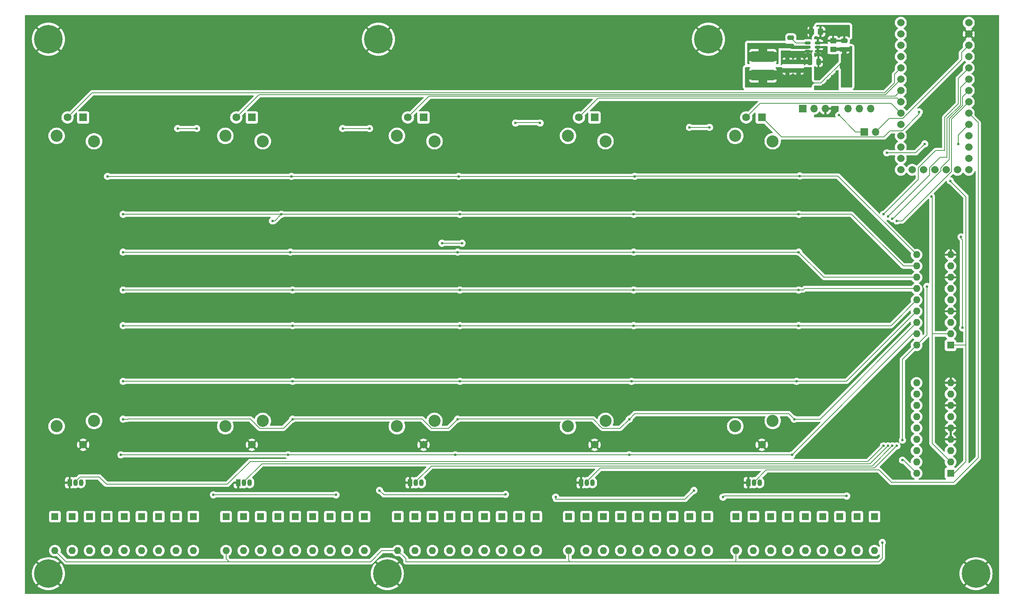
<source format=gbr>
%TF.GenerationSoftware,KiCad,Pcbnew,8.0.1*%
%TF.CreationDate,2024-04-27T00:37:19-05:00*%
%TF.ProjectId,ControlMixer,436f6e74-726f-46c4-9d69-7865722e6b69,rev?*%
%TF.SameCoordinates,Original*%
%TF.FileFunction,Copper,L2,Bot*%
%TF.FilePolarity,Positive*%
%FSLAX46Y46*%
G04 Gerber Fmt 4.6, Leading zero omitted, Abs format (unit mm)*
G04 Created by KiCad (PCBNEW 8.0.1) date 2024-04-27 00:37:19*
%MOMM*%
%LPD*%
G01*
G04 APERTURE LIST*
G04 Aperture macros list*
%AMRoundRect*
0 Rectangle with rounded corners*
0 $1 Rounding radius*
0 $2 $3 $4 $5 $6 $7 $8 $9 X,Y pos of 4 corners*
0 Add a 4 corners polygon primitive as box body*
4,1,4,$2,$3,$4,$5,$6,$7,$8,$9,$2,$3,0*
0 Add four circle primitives for the rounded corners*
1,1,$1+$1,$2,$3*
1,1,$1+$1,$4,$5*
1,1,$1+$1,$6,$7*
1,1,$1+$1,$8,$9*
0 Add four rect primitives between the rounded corners*
20,1,$1+$1,$2,$3,$4,$5,0*
20,1,$1+$1,$4,$5,$6,$7,0*
20,1,$1+$1,$6,$7,$8,$9,0*
20,1,$1+$1,$8,$9,$2,$3,0*%
G04 Aperture macros list end*
%TA.AperFunction,ComponentPad*%
%ADD10C,1.665000*%
%TD*%
%TA.AperFunction,SMDPad,CuDef*%
%ADD11RoundRect,0.250000X0.350000X0.450000X-0.350000X0.450000X-0.350000X-0.450000X0.350000X-0.450000X0*%
%TD*%
%TA.AperFunction,SMDPad,CuDef*%
%ADD12RoundRect,0.250000X0.450000X-0.350000X0.450000X0.350000X-0.450000X0.350000X-0.450000X-0.350000X0*%
%TD*%
%TA.AperFunction,ComponentPad*%
%ADD13C,2.700000*%
%TD*%
%TA.AperFunction,ComponentPad*%
%ADD14C,1.750000*%
%TD*%
%TA.AperFunction,ComponentPad*%
%ADD15R,1.750000X1.750000*%
%TD*%
%TA.AperFunction,ComponentPad*%
%ADD16O,1.600000X1.600000*%
%TD*%
%TA.AperFunction,ComponentPad*%
%ADD17R,1.600000X1.600000*%
%TD*%
%TA.AperFunction,ComponentPad*%
%ADD18C,6.400000*%
%TD*%
%TA.AperFunction,ComponentPad*%
%ADD19O,1.050000X1.500000*%
%TD*%
%TA.AperFunction,ComponentPad*%
%ADD20R,1.050000X1.500000*%
%TD*%
%TA.AperFunction,ComponentPad*%
%ADD21O,1.700000X1.700000*%
%TD*%
%TA.AperFunction,ComponentPad*%
%ADD22R,1.700000X1.700000*%
%TD*%
%TA.AperFunction,SMDPad,CuDef*%
%ADD23RoundRect,0.250000X0.475000X-0.250000X0.475000X0.250000X-0.475000X0.250000X-0.475000X-0.250000X0*%
%TD*%
%TA.AperFunction,SMDPad,CuDef*%
%ADD24R,5.100000X2.350000*%
%TD*%
%TA.AperFunction,SMDPad,CuDef*%
%ADD25RoundRect,0.150000X0.512500X0.150000X-0.512500X0.150000X-0.512500X-0.150000X0.512500X-0.150000X0*%
%TD*%
%TA.AperFunction,SMDPad,CuDef*%
%ADD26RoundRect,0.250000X0.250000X0.475000X-0.250000X0.475000X-0.250000X-0.475000X0.250000X-0.475000X0*%
%TD*%
%TA.AperFunction,ViaPad*%
%ADD27C,0.600000*%
%TD*%
%TA.AperFunction,Conductor*%
%ADD28C,0.200000*%
%TD*%
%TA.AperFunction,Conductor*%
%ADD29C,0.750000*%
%TD*%
G04 APERTURE END LIST*
D10*
%TO.P,IC1,1,RST*%
%TO.N,unconnected-(IC1-RST-Pad1)*%
X231130000Y-30295000D03*
%TO.P,IC1,2,3V*%
%TO.N,3v3*%
X231130000Y-32835000D03*
%TO.P,IC1,3,AREF*%
%TO.N,unconnected-(IC1-AREF-Pad3)*%
X231130000Y-35375000D03*
%TO.P,IC1,4,VHI*%
%TO.N,unconnected-(IC1-VHI-Pad4)*%
X231130000Y-37915000D03*
%TO.P,IC1,5,A0*%
%TO.N,Pot1*%
X231130000Y-40455000D03*
%TO.P,IC1,6,A1*%
%TO.N,Pot2*%
X231130000Y-42995000D03*
%TO.P,IC1,7,A2*%
%TO.N,Pot3*%
X231130000Y-45535000D03*
%TO.P,IC1,8,A3*%
%TO.N,Pot4*%
X231130000Y-48075000D03*
%TO.P,IC1,9,A4*%
%TO.N,Pot5*%
X231130000Y-50615000D03*
%TO.P,IC1,10,A5*%
%TO.N,unconnected-(IC1-A5-Pad10)*%
X231130000Y-53155000D03*
%TO.P,IC1,11,SCK*%
%TO.N,SPI_SCK*%
X231130000Y-55695000D03*
%TO.P,IC1,12,MO*%
%TO.N,SPI_PICO*%
X231130000Y-58235000D03*
%TO.P,IC1,13,MI*%
%TO.N,SPI_POCI*%
X231130000Y-60775000D03*
%TO.P,IC1,14,2*%
%TO.N,unconnected-(IC1-2-Pad14)*%
X231130000Y-63315000D03*
%TO.P,IC1,15,EN*%
%TO.N,unconnected-(IC1-EN-Pad15)*%
X233670000Y-63315000D03*
%TO.P,IC1,16,RESET_1*%
%TO.N,unconnected-(IC1-RESET_1-Pad16)*%
X236210000Y-63315000D03*
%TO.P,IC1,17,RESET_2*%
%TO.N,unconnected-(IC1-RESET_2-Pad17)*%
X238750000Y-63315000D03*
%TO.P,IC1,18,3*%
%TO.N,Recovery*%
X241290000Y-63315000D03*
%TO.P,IC1,19,4*%
%TO.N,ExpReset*%
X243830000Y-63315000D03*
%TO.P,IC1,20,RX*%
%TO.N,unconnected-(IC1-RX-Pad20)*%
X246370000Y-63315000D03*
%TO.P,IC1,21,TX*%
%TO.N,unconnected-(IC1-TX-Pad21)*%
X246370000Y-60775000D03*
%TO.P,IC1,22,SDA*%
%TO.N,SDA*%
X246370000Y-58235000D03*
%TO.P,IC1,23,SCL*%
%TO.N,SCL*%
X246370000Y-55695000D03*
%TO.P,IC1,24,5*%
%TO.N,NeoPixel*%
X246370000Y-53155000D03*
%TO.P,IC1,25,7*%
%TO.N,Ch5Zero*%
X246370000Y-50615000D03*
%TO.P,IC1,26,9*%
%TO.N,Ch4Zero*%
X246370000Y-48075000D03*
%TO.P,IC1,27,10*%
%TO.N,Ch3Zero*%
X246370000Y-45535000D03*
%TO.P,IC1,28,11*%
%TO.N,Ch2Zero*%
X246370000Y-42995000D03*
%TO.P,IC1,29,12*%
%TO.N,Ch1Zero*%
X246370000Y-40455000D03*
%TO.P,IC1,30,13*%
%TO.N,unconnected-(IC1-13-Pad30)*%
X246370000Y-37915000D03*
%TO.P,IC1,31,USB*%
%TO.N,USB_5v*%
X246370000Y-35375000D03*
%TO.P,IC1,32,G*%
%TO.N,Ext Gnd*%
X246370000Y-32835000D03*
%TO.P,IC1,33,BAT*%
%TO.N,unconnected-(IC1-BAT-Pad33)*%
X246370000Y-30295000D03*
%TD*%
D11*
%TO.P,R2,1*%
%TO.N,Net-(U4-FB)*%
X213124964Y-32305000D03*
%TO.P,R2,2*%
%TO.N,Ext Gnd*%
X211124964Y-32305000D03*
%TD*%
D12*
%TO.P,R1,1*%
%TO.N,5v*%
X215962464Y-36305000D03*
%TO.P,R1,2*%
%TO.N,Net-(U4-FB)*%
X215962464Y-34305000D03*
%TD*%
D13*
%TO.P,RV1,MP*%
%TO.N,N/C*%
X41839064Y-120905000D03*
X50239064Y-119705000D03*
X50239064Y-56905000D03*
X41839064Y-55705000D03*
D14*
%TO.P,RV1,3,3*%
%TO.N,Ext Gnd*%
X47789064Y-125055000D03*
%TO.P,RV1,2,2*%
%TO.N,Pot1*%
X44289064Y-51555000D03*
D15*
%TO.P,RV1,1,1*%
%TO.N,3v3*%
X47789064Y-51555000D03*
%TD*%
D16*
%TO.P,D32,2,A*%
%TO.N,Column4*%
X160568750Y-148810000D03*
D17*
%TO.P,D32,1,K*%
%TO.N,Net-(D32-K)*%
X160568750Y-141190000D03*
%TD*%
D16*
%TO.P,D16,2,A*%
%TO.N,Column2*%
X83718750Y-148810000D03*
D17*
%TO.P,D16,1,K*%
%TO.N,Net-(D16-K)*%
X83718750Y-141190000D03*
%TD*%
D13*
%TO.P,RV2,MP*%
%TO.N,N/C*%
X79662500Y-120905000D03*
X88062500Y-119705000D03*
X88062500Y-56905000D03*
X79662500Y-55705000D03*
D14*
%TO.P,RV2,3,3*%
%TO.N,Ext Gnd*%
X85612500Y-125055000D03*
%TO.P,RV2,2,2*%
%TO.N,Pot2*%
X82112500Y-51555000D03*
D15*
%TO.P,RV2,1,1*%
%TO.N,3v3*%
X85612500Y-51555000D03*
%TD*%
D16*
%TO.P,D4,2,A*%
%TO.N,Column1*%
X60856250Y-148810000D03*
D17*
%TO.P,D4,1,K*%
%TO.N,Net-(D4-K)*%
X60856250Y-141190000D03*
%TD*%
D16*
%TO.P,D14,2,A*%
%TO.N,Column2*%
X91481250Y-148810000D03*
D17*
%TO.P,D14,1,K*%
%TO.N,Net-(D14-K)*%
X91481250Y-141190000D03*
%TD*%
D16*
%TO.P,D11,2,A*%
%TO.N,Column2*%
X103125000Y-148810000D03*
D17*
%TO.P,D11,1,K*%
%TO.N,Net-(D11-K)*%
X103125000Y-141190000D03*
%TD*%
D16*
%TO.P,D21,2,A*%
%TO.N,Column3*%
X133862500Y-148810000D03*
D17*
%TO.P,D21,1,K*%
%TO.N,Net-(D21-K)*%
X133862500Y-141190000D03*
%TD*%
D16*
%TO.P,D36,2,A*%
%TO.N,Column5*%
X213593750Y-148810000D03*
D17*
%TO.P,D36,1,K*%
%TO.N,Net-(D36-K)*%
X213593750Y-141190000D03*
%TD*%
D16*
%TO.P,D35,2,A*%
%TO.N,Column5*%
X217475000Y-148810000D03*
D17*
%TO.P,D35,1,K*%
%TO.N,Net-(D35-K)*%
X217475000Y-141190000D03*
%TD*%
D16*
%TO.P,D5,2,A*%
%TO.N,Column1*%
X56975000Y-148810000D03*
D17*
%TO.P,D5,1,K*%
%TO.N,Net-(D5-K)*%
X56975000Y-141190000D03*
%TD*%
D16*
%TO.P,D9,2,A*%
%TO.N,Column2*%
X110887500Y-148810000D03*
D17*
%TO.P,D9,1,K*%
%TO.N,Net-(D9-K)*%
X110887500Y-141190000D03*
%TD*%
D16*
%TO.P,D27,2,A*%
%TO.N,Column4*%
X179975000Y-148810000D03*
D17*
%TO.P,D27,1,K*%
%TO.N,Net-(D27-K)*%
X179975000Y-141190000D03*
%TD*%
D16*
%TO.P,D19,2,A*%
%TO.N,Column3*%
X141625000Y-148810000D03*
D17*
%TO.P,D19,1,K*%
%TO.N,Net-(D19-K)*%
X141625000Y-141190000D03*
%TD*%
D16*
%TO.P,D25,2,A*%
%TO.N,Column4*%
X187737500Y-148810000D03*
D17*
%TO.P,D25,1,K*%
%TO.N,Net-(D25-K)*%
X187737500Y-141190000D03*
%TD*%
D18*
%TO.P,J2,1,Pin_1*%
%TO.N,Ext Gnd*%
X114000000Y-34000000D03*
%TD*%
D16*
%TO.P,D24,2,A*%
%TO.N,Column3*%
X122218750Y-148810000D03*
D17*
%TO.P,D24,1,K*%
%TO.N,Net-(D24-K)*%
X122218750Y-141190000D03*
%TD*%
D16*
%TO.P,D3,2,A*%
%TO.N,Column1*%
X64737500Y-148810000D03*
D17*
%TO.P,D3,1,K*%
%TO.N,Net-(D3-K)*%
X64737500Y-141190000D03*
%TD*%
D19*
%TO.P,Q4,3,C*%
%TO.N,Net-(D94-K)*%
X161982500Y-133565000D03*
%TO.P,Q4,2,B*%
%TO.N,Ch4Zero*%
X160712500Y-133565000D03*
D20*
%TO.P,Q4,1,E*%
%TO.N,Ext Gnd*%
X159442500Y-133565000D03*
%TD*%
D16*
%TO.P,D33,2,A*%
%TO.N,Column5*%
X225237500Y-148810000D03*
D17*
%TO.P,D33,1,K*%
%TO.N,Net-(D33-K)*%
X225237500Y-141190000D03*
%TD*%
D16*
%TO.P,D30,2,A*%
%TO.N,Column4*%
X168331250Y-148810000D03*
D17*
%TO.P,D30,1,K*%
%TO.N,Net-(D30-K)*%
X168331250Y-141190000D03*
%TD*%
D16*
%TO.P,D41,2,A*%
%TO.N,Column6*%
X41450000Y-148810000D03*
D17*
%TO.P,D41,1,K*%
%TO.N,Net-(D41-K)*%
X41450000Y-141190000D03*
%TD*%
D19*
%TO.P,Q3,3,C*%
%TO.N,Net-(D93-K)*%
X123632500Y-133565000D03*
%TO.P,Q3,2,B*%
%TO.N,Ch3Zero*%
X122362500Y-133565000D03*
D20*
%TO.P,Q3,1,E*%
%TO.N,Ext Gnd*%
X121092500Y-133565000D03*
%TD*%
D16*
%TO.P,D42,2,A*%
%TO.N,Column6*%
X79837500Y-148810000D03*
D17*
%TO.P,D42,1,K*%
%TO.N,Net-(D42-K)*%
X79837500Y-141190000D03*
%TD*%
D21*
%TO.P,JP1,2,B*%
%TO.N,USB_5v*%
X225515000Y-54805000D03*
D22*
%TO.P,JP1,1,A*%
%TO.N,5v*%
X222975000Y-54805000D03*
%TD*%
D19*
%TO.P,Q5,3,C*%
%TO.N,Net-(D95-K)*%
X199482500Y-133565000D03*
%TO.P,Q5,2,B*%
%TO.N,Ch5Zero*%
X198212500Y-133565000D03*
D20*
%TO.P,Q5,1,E*%
%TO.N,Ext Gnd*%
X196942500Y-133565000D03*
%TD*%
D18*
%TO.P,J5,1,Pin_1*%
%TO.N,Ext Gnd*%
X116000000Y-154000000D03*
%TD*%
D16*
%TO.P,D13,2,A*%
%TO.N,Column2*%
X95362500Y-148810000D03*
D17*
%TO.P,D13,1,K*%
%TO.N,Net-(D13-K)*%
X95362500Y-141190000D03*
%TD*%
D21*
%TO.P,U3,6,D+*%
%TO.N,unconnected-(U3-D+-Pad6)*%
X224365000Y-49555000D03*
%TO.P,U3,5,D-*%
%TO.N,unconnected-(U3-D--Pad5)*%
X221825000Y-49555000D03*
%TO.P,U3,4,GND*%
%TO.N,Ext Gnd*%
X219285000Y-49555000D03*
%TO.P,U3,3,Vout*%
%TO.N,Net-(U3-Vout)*%
X214205000Y-49555000D03*
%TO.P,U3,2,SCL*%
%TO.N,SCL*%
X211665000Y-49555000D03*
D22*
%TO.P,U3,1,SDA*%
%TO.N,SDA*%
X209125000Y-49555000D03*
%TD*%
D16*
%TO.P,D40,2,A*%
%TO.N,Column5*%
X198068750Y-148810000D03*
D17*
%TO.P,D40,1,K*%
%TO.N,Net-(D40-K)*%
X198068750Y-141190000D03*
%TD*%
D16*
%TO.P,D23,2,A*%
%TO.N,Column3*%
X126100000Y-148810000D03*
D17*
%TO.P,D23,1,K*%
%TO.N,Net-(D23-K)*%
X126100000Y-141190000D03*
%TD*%
D16*
%TO.P,D1,2,A*%
%TO.N,Column1*%
X72500000Y-148810000D03*
D17*
%TO.P,D1,1,K*%
%TO.N,Net-(D1-K)*%
X72500000Y-141190000D03*
%TD*%
D18*
%TO.P,J3,1,Pin_1*%
%TO.N,Ext Gnd*%
X188000000Y-34000000D03*
%TD*%
D16*
%TO.P,U1,18,VDD*%
%TO.N,3v3*%
X234680000Y-131455000D03*
%TO.P,U1,17,GP7*%
%TO.N,unconnected-(U1-GP7-Pad17)*%
X234680000Y-128915000D03*
%TO.P,U1,16,GP6*%
%TO.N,unconnected-(U1-GP6-Pad16)*%
X234680000Y-126375000D03*
%TO.P,U1,15,GP5*%
%TO.N,Column6*%
X234680000Y-123835000D03*
%TO.P,U1,14,GP4*%
%TO.N,Column5*%
X234680000Y-121295000D03*
%TO.P,U1,13,GP3*%
%TO.N,Column4*%
X234680000Y-118755000D03*
%TO.P,U1,12,GP2*%
%TO.N,Column3*%
X234680000Y-116215000D03*
%TO.P,U1,11,GP1*%
%TO.N,Column2*%
X234680000Y-113675000D03*
%TO.P,U1,10,GP0*%
%TO.N,Column1*%
X234680000Y-111135000D03*
%TO.P,U1,9,VSS*%
%TO.N,Ext Gnd*%
X242300000Y-111135000D03*
%TO.P,U1,8,INT*%
%TO.N,unconnected-(U1-INT-Pad8)*%
X242300000Y-113675000D03*
%TO.P,U1,7,CS*%
%TO.N,Ext Gnd*%
X242300000Y-116215000D03*
%TO.P,U1,6,~{RESET}*%
%TO.N,ExpReset*%
X242300000Y-118755000D03*
%TO.P,U1,5,A0*%
%TO.N,Ext Gnd*%
X242300000Y-121295000D03*
%TO.P,U1,4,A1*%
X242300000Y-123835000D03*
%TO.P,U1,3,SO*%
%TO.N,SPI_POCI*%
X242300000Y-126375000D03*
%TO.P,U1,2,SI*%
%TO.N,SPI_PICO*%
X242300000Y-128915000D03*
D17*
%TO.P,U1,1,SCK*%
%TO.N,SPI_SCK*%
X242300000Y-131455000D03*
%TD*%
D16*
%TO.P,D18,2,A*%
%TO.N,Column3*%
X145506250Y-148810000D03*
D17*
%TO.P,D18,1,K*%
%TO.N,Net-(D18-K)*%
X145506250Y-141190000D03*
%TD*%
D16*
%TO.P,D37,2,A*%
%TO.N,Column5*%
X209712500Y-148810000D03*
D17*
%TO.P,D37,1,K*%
%TO.N,Net-(D37-K)*%
X209712500Y-141190000D03*
%TD*%
D18*
%TO.P,J1,1,Pin_1*%
%TO.N,Ext Gnd*%
X40000000Y-34000000D03*
%TD*%
D16*
%TO.P,D10,2,A*%
%TO.N,Column2*%
X107006250Y-148810000D03*
D17*
%TO.P,D10,1,K*%
%TO.N,Net-(D10-K)*%
X107006250Y-141190000D03*
%TD*%
D19*
%TO.P,Q1,3,C*%
%TO.N,Net-(D91-K)*%
X47309064Y-133565000D03*
%TO.P,Q1,2,B*%
%TO.N,Ch1Zero*%
X46039064Y-133565000D03*
D20*
%TO.P,Q1,1,E*%
%TO.N,Ext Gnd*%
X44769064Y-133565000D03*
%TD*%
D16*
%TO.P,D38,2,A*%
%TO.N,Column5*%
X205831250Y-148810000D03*
D17*
%TO.P,D38,1,K*%
%TO.N,Net-(D38-K)*%
X205831250Y-141190000D03*
%TD*%
D16*
%TO.P,D29,2,A*%
%TO.N,Column4*%
X172212500Y-148810000D03*
D17*
%TO.P,D29,1,K*%
%TO.N,Net-(D29-K)*%
X172212500Y-141190000D03*
%TD*%
D16*
%TO.P,D26,2,A*%
%TO.N,Column4*%
X183856250Y-148810000D03*
D17*
%TO.P,D26,1,K*%
%TO.N,Net-(D26-K)*%
X183856250Y-141190000D03*
%TD*%
D13*
%TO.P,RV5,MP*%
%TO.N,N/C*%
X194012500Y-120905000D03*
X202412500Y-119705000D03*
X202412500Y-56905000D03*
X194012500Y-55705000D03*
D14*
%TO.P,RV5,3,3*%
%TO.N,Ext Gnd*%
X199962500Y-125055000D03*
%TO.P,RV5,2,2*%
%TO.N,Pot5*%
X196462500Y-51555000D03*
D15*
%TO.P,RV5,1,1*%
%TO.N,3v3*%
X199962500Y-51555000D03*
%TD*%
D13*
%TO.P,RV4,MP*%
%TO.N,N/C*%
X156512500Y-120905000D03*
X164912500Y-119705000D03*
X164912500Y-56905000D03*
X156512500Y-55705000D03*
D14*
%TO.P,RV4,3,3*%
%TO.N,Ext Gnd*%
X162462500Y-125055000D03*
%TO.P,RV4,2,2*%
%TO.N,Pot4*%
X158962500Y-51555000D03*
D15*
%TO.P,RV4,1,1*%
%TO.N,3v3*%
X162462500Y-51555000D03*
%TD*%
D16*
%TO.P,D17,2,A*%
%TO.N,Column3*%
X149387500Y-148810000D03*
D17*
%TO.P,D17,1,K*%
%TO.N,Net-(D17-K)*%
X149387500Y-141190000D03*
%TD*%
D16*
%TO.P,D39,2,A*%
%TO.N,Column5*%
X201950000Y-148810000D03*
D17*
%TO.P,D39,1,K*%
%TO.N,Net-(D39-K)*%
X201950000Y-141190000D03*
%TD*%
D16*
%TO.P,D43,2,A*%
%TO.N,Column6*%
X118337500Y-148810000D03*
D17*
%TO.P,D43,1,K*%
%TO.N,Net-(D43-K)*%
X118337500Y-141190000D03*
%TD*%
D16*
%TO.P,D28,2,A*%
%TO.N,Column4*%
X176093750Y-148810000D03*
D17*
%TO.P,D28,1,K*%
%TO.N,Net-(D28-K)*%
X176093750Y-141190000D03*
%TD*%
D18*
%TO.P,J6,1,Pin_1*%
%TO.N,Ext Gnd*%
X248000000Y-154000000D03*
%TD*%
D16*
%TO.P,D31,2,A*%
%TO.N,Column4*%
X164450000Y-148810000D03*
D17*
%TO.P,D31,1,K*%
%TO.N,Net-(D31-K)*%
X164450000Y-141190000D03*
%TD*%
D16*
%TO.P,D45,2,A*%
%TO.N,Column6*%
X194187500Y-148810000D03*
D17*
%TO.P,D45,1,K*%
%TO.N,Net-(D45-K)*%
X194187500Y-141190000D03*
%TD*%
D13*
%TO.P,RV3,MP*%
%TO.N,N/C*%
X118162500Y-120905000D03*
X126562500Y-119705000D03*
X126562500Y-56905000D03*
X118162500Y-55705000D03*
D14*
%TO.P,RV3,3,3*%
%TO.N,Ext Gnd*%
X124112500Y-125055000D03*
%TO.P,RV3,2,2*%
%TO.N,Pot3*%
X120612500Y-51555000D03*
D15*
%TO.P,RV3,1,1*%
%TO.N,3v3*%
X124112500Y-51555000D03*
%TD*%
D16*
%TO.P,D44,2,A*%
%TO.N,Column6*%
X156687500Y-148810000D03*
D17*
%TO.P,D44,1,K*%
%TO.N,Net-(D44-K)*%
X156687500Y-141190000D03*
%TD*%
D16*
%TO.P,D8,2,A*%
%TO.N,Column1*%
X45331250Y-148810000D03*
D17*
%TO.P,D8,1,K*%
%TO.N,Net-(D8-K)*%
X45331250Y-141190000D03*
%TD*%
D16*
%TO.P,D2,2,A*%
%TO.N,Column1*%
X68618750Y-148810000D03*
D17*
%TO.P,D2,1,K*%
%TO.N,Net-(D2-K)*%
X68618750Y-141190000D03*
%TD*%
D16*
%TO.P,D20,2,A*%
%TO.N,Column3*%
X137743750Y-148810000D03*
D17*
%TO.P,D20,1,K*%
%TO.N,Net-(D20-K)*%
X137743750Y-141190000D03*
%TD*%
D16*
%TO.P,D34,2,A*%
%TO.N,Column5*%
X221356250Y-148810000D03*
D17*
%TO.P,D34,1,K*%
%TO.N,Net-(D34-K)*%
X221356250Y-141190000D03*
%TD*%
D18*
%TO.P,J4,1,Pin_1*%
%TO.N,Ext Gnd*%
X40000000Y-154000000D03*
%TD*%
D16*
%TO.P,D22,2,A*%
%TO.N,Column3*%
X129981250Y-148810000D03*
D17*
%TO.P,D22,1,K*%
%TO.N,Net-(D22-K)*%
X129981250Y-141190000D03*
%TD*%
D16*
%TO.P,D6,2,A*%
%TO.N,Column1*%
X53093750Y-148810000D03*
D17*
%TO.P,D6,1,K*%
%TO.N,Net-(D6-K)*%
X53093750Y-141190000D03*
%TD*%
D16*
%TO.P,D12,2,A*%
%TO.N,Column2*%
X99243750Y-148810000D03*
D17*
%TO.P,D12,1,K*%
%TO.N,Net-(D12-K)*%
X99243750Y-141190000D03*
%TD*%
D16*
%TO.P,D15,2,A*%
%TO.N,Column2*%
X87600000Y-148810000D03*
D17*
%TO.P,D15,1,K*%
%TO.N,Net-(D15-K)*%
X87600000Y-141190000D03*
%TD*%
D16*
%TO.P,D7,2,A*%
%TO.N,Column1*%
X49212500Y-148810000D03*
D17*
%TO.P,D7,1,K*%
%TO.N,Net-(D7-K)*%
X49212500Y-141190000D03*
%TD*%
D16*
%TO.P,U2,18,VDD*%
%TO.N,3v3*%
X234680000Y-102705000D03*
%TO.P,U2,17,GP7*%
%TO.N,Row8*%
X234680000Y-100165000D03*
%TO.P,U2,16,GP6*%
%TO.N,Row7*%
X234680000Y-97625000D03*
%TO.P,U2,15,GP5*%
%TO.N,Row6*%
X234680000Y-95085000D03*
%TO.P,U2,14,GP4*%
%TO.N,Row5*%
X234680000Y-92545000D03*
%TO.P,U2,13,GP3*%
%TO.N,Row4*%
X234680000Y-90005000D03*
%TO.P,U2,12,GP2*%
%TO.N,Row3*%
X234680000Y-87465000D03*
%TO.P,U2,11,GP1*%
%TO.N,Row2*%
X234680000Y-84925000D03*
%TO.P,U2,10,GP0*%
%TO.N,Row1*%
X234680000Y-82385000D03*
%TO.P,U2,9,VSS*%
%TO.N,Ext Gnd*%
X242300000Y-82385000D03*
%TO.P,U2,8,INT*%
%TO.N,unconnected-(U2-INT-Pad8)*%
X242300000Y-84925000D03*
%TO.P,U2,7,CS*%
%TO.N,Ext Gnd*%
X242300000Y-87465000D03*
%TO.P,U2,6,~{RESET}*%
%TO.N,ExpReset*%
X242300000Y-90005000D03*
%TO.P,U2,5,A0*%
%TO.N,3v3*%
X242300000Y-92545000D03*
%TO.P,U2,4,A1*%
%TO.N,Ext Gnd*%
X242300000Y-95085000D03*
%TO.P,U2,3,SO*%
%TO.N,SPI_POCI*%
X242300000Y-97625000D03*
%TO.P,U2,2,SI*%
%TO.N,SPI_PICO*%
X242300000Y-100165000D03*
D17*
%TO.P,U2,1,SCK*%
%TO.N,SPI_SCK*%
X242300000Y-102705000D03*
%TD*%
D19*
%TO.P,Q2,3,C*%
%TO.N,Net-(D92-K)*%
X85132500Y-133565000D03*
%TO.P,Q2,2,B*%
%TO.N,Ch2Zero*%
X83862500Y-133565000D03*
D20*
%TO.P,Q2,1,E*%
%TO.N,Ext Gnd*%
X82592500Y-133565000D03*
%TD*%
D23*
%TO.P,C2.2,2*%
%TO.N,Ext Gnd*%
X205712464Y-39105000D03*
%TO.P,C2.2,1*%
%TO.N,5v*%
X205712464Y-41005000D03*
%TD*%
D24*
%TO.P,L1,2,2*%
%TO.N,5v*%
X200212464Y-42055000D03*
%TO.P,L1,1,1*%
%TO.N,Net-(U4-SW)*%
X200212464Y-37905000D03*
%TD*%
D23*
%TO.P,C4,2*%
%TO.N,Net-(U4-FB)*%
X218462464Y-34355000D03*
%TO.P,C4,1*%
%TO.N,5v*%
X218462464Y-36255000D03*
%TD*%
D25*
%TO.P,U4,6,BST*%
%TO.N,Net-(U4-BST)*%
X210287464Y-34805000D03*
%TO.P,U4,5,SW*%
%TO.N,Net-(U4-SW)*%
X210287464Y-35755000D03*
%TO.P,U4,4,GND*%
%TO.N,Ext Gnd*%
X210287464Y-36705000D03*
%TO.P,U4,3,IN*%
%TO.N,Net-(U3-Vout)*%
X212562464Y-36705000D03*
%TO.P,U4,2,EN*%
X212562464Y-35755000D03*
%TO.P,U4,1,FB*%
%TO.N,Net-(U4-FB)*%
X212562464Y-34805000D03*
%TD*%
D23*
%TO.P,C2.1,2*%
%TO.N,Ext Gnd*%
X208212464Y-39105000D03*
%TO.P,C2.1,1*%
%TO.N,5v*%
X208212464Y-41005000D03*
%TD*%
%TO.P,C3,2*%
%TO.N,Net-(U4-BST)*%
X206462464Y-33655000D03*
%TO.P,C3,1*%
%TO.N,Net-(U4-SW)*%
X206462464Y-35555000D03*
%TD*%
D26*
%TO.P,C1,2*%
%TO.N,Ext Gnd*%
X210762464Y-39055000D03*
%TO.P,C1,1*%
%TO.N,Net-(U3-Vout)*%
X212662464Y-39055000D03*
%TD*%
D27*
%TO.N,Ext Gnd*%
X223500000Y-69000000D03*
X223000000Y-115000000D03*
X222500000Y-105000000D03*
X222500000Y-94500000D03*
X222500000Y-85500000D03*
X222500000Y-78000000D03*
X240500000Y-48500000D03*
X246500000Y-67000000D03*
%TO.N,Column6*%
X227000000Y-147000000D03*
%TO.N,Ext Gnd*%
X241000000Y-68000000D03*
X240000000Y-92500000D03*
%TO.N,3v3*%
X237000000Y-89500000D03*
X231500000Y-128500000D03*
X231500000Y-124000000D03*
%TO.N,Ext Gnd*%
X208712464Y-37805000D03*
X205712464Y-37055000D03*
X217500000Y-107000000D03*
X205712464Y-37805000D03*
X217500000Y-121000000D03*
X209962464Y-31555000D03*
X210212464Y-37805000D03*
X207212464Y-37805000D03*
X208962464Y-32305000D03*
X207212464Y-37055000D03*
X209962464Y-33055000D03*
X204962464Y-37805000D03*
X206462464Y-37055000D03*
X206462464Y-37805000D03*
X210962464Y-37805000D03*
X208962464Y-31555000D03*
X209462464Y-37805000D03*
X208962464Y-33055000D03*
X207962464Y-37805000D03*
X204962464Y-37055000D03*
X235750000Y-107305000D03*
X240250000Y-107305000D03*
X240250000Y-74805000D03*
X209962464Y-32305000D03*
X236750000Y-74805000D03*
%TO.N,Net-(U3-Vout)*%
X216750000Y-43305000D03*
X212712464Y-37555000D03*
X215750000Y-38805000D03*
X216750000Y-42305000D03*
X216750000Y-41305000D03*
X214750000Y-38805000D03*
X214750000Y-43305000D03*
X214750000Y-39805000D03*
X213750000Y-40805000D03*
X215750000Y-43305000D03*
X216750000Y-44305000D03*
X215750000Y-44305000D03*
X216750000Y-37805000D03*
X215750000Y-42305000D03*
X214250000Y-36305000D03*
X214750000Y-37805000D03*
X213750000Y-44305000D03*
X215750000Y-37805000D03*
X214750000Y-44305000D03*
%TO.N,5v*%
X218250000Y-38805000D03*
X210750000Y-43805000D03*
X217250000Y-51055000D03*
%TO.N,NeoPixel*%
X228000000Y-59500000D03*
X236500000Y-57500000D03*
X244000000Y-57500000D03*
%TO.N,Net-(D54-DOUT)*%
X219000000Y-136555000D03*
X191250000Y-136805000D03*
%TO.N,Net-(D63-DOUT)*%
X184750000Y-135305000D03*
X153750000Y-136805000D03*
%TO.N,Net-(D72-DOUT)*%
X114250000Y-135305000D03*
X142500000Y-136190907D03*
%TO.N,Net-(D81-DOUT)*%
X104500000Y-136305000D03*
X77000000Y-136305000D03*
%TO.N,3v3*%
X69000000Y-54055000D03*
X188250000Y-53805000D03*
X106000000Y-54055000D03*
X73250000Y-54055000D03*
X144750000Y-52805000D03*
X183750000Y-53805000D03*
X112000000Y-54055000D03*
X235250000Y-50305000D03*
X150250000Y-52805000D03*
%TO.N,Ch2Zero*%
X228250000Y-125305000D03*
X228250000Y-73805000D03*
%TO.N,Ch4Zero*%
X230250000Y-125305000D03*
X230250000Y-74805000D03*
%TO.N,Ch1Zero*%
X227250000Y-73305000D03*
X227250000Y-125305000D03*
%TO.N,Ch3Zero*%
X229250000Y-74305000D03*
X229250000Y-125305000D03*
%TO.N,SPI_PICO*%
X238000000Y-69305000D03*
%TO.N,SPI_SCK*%
X242250000Y-65805000D03*
%TO.N,Row1*%
X53250000Y-64805000D03*
X208500000Y-64705000D03*
X171500000Y-64805000D03*
X94500000Y-64805000D03*
X132000000Y-64805000D03*
%TO.N,Row2*%
X92250000Y-73305000D03*
X56750000Y-73305000D03*
X208250000Y-73305000D03*
X171250000Y-73305000D03*
X132250000Y-73305000D03*
X90250000Y-74805000D03*
%TO.N,Row3*%
X131750000Y-81805000D03*
X208250000Y-81805000D03*
X56750000Y-81805000D03*
X94250000Y-81805000D03*
X171250000Y-81805000D03*
X128250000Y-79805000D03*
X132750000Y-79805000D03*
%TO.N,Row4*%
X208250000Y-90305000D03*
X56750000Y-90305000D03*
X132250000Y-90305000D03*
X171250000Y-90305000D03*
X94750000Y-90305000D03*
%TO.N,Row5*%
X171250000Y-98305000D03*
X94750000Y-98305000D03*
X132250000Y-98305000D03*
X56750000Y-98305000D03*
X208250000Y-98305000D03*
%TO.N,Row6*%
X170750000Y-110805000D03*
X132250000Y-110805000D03*
X94750000Y-110805000D03*
X56750000Y-110805000D03*
X207750000Y-110805000D03*
%TO.N,Row7*%
X94750000Y-119305000D03*
X207250000Y-119305000D03*
X131750000Y-119305000D03*
X170250000Y-119305000D03*
X56750000Y-119305000D03*
%TO.N,Row8*%
X93750000Y-127305000D03*
X56250000Y-127305000D03*
X131250000Y-127305000D03*
X170250000Y-127305000D03*
X206750000Y-127305000D03*
%TO.N,ExpReset*%
X244662499Y-78392501D03*
X245000000Y-98805000D03*
%TD*%
D28*
%TO.N,Row1*%
X53250000Y-64805000D02*
X94500000Y-64805000D01*
X94500000Y-64805000D02*
X132000000Y-64805000D01*
X132000000Y-64805000D02*
X171500000Y-64805000D01*
X171600000Y-64705000D02*
X208500000Y-64705000D01*
X171500000Y-64805000D02*
X171600000Y-64705000D01*
X208500000Y-64705000D02*
X217000000Y-64705000D01*
X217000000Y-64705000D02*
X234680000Y-82385000D01*
%TO.N,SPI_SCK*%
X245750000Y-102805000D02*
X245750000Y-69376597D01*
X245750000Y-69376597D02*
X242250000Y-65876597D01*
X242250000Y-65876597D02*
X242250000Y-65805000D01*
%TO.N,Ch5Zero*%
X229049365Y-133500000D02*
X243000000Y-133500000D01*
X226254365Y-130705000D02*
X229049365Y-133500000D01*
%TO.N,Column6*%
X227000000Y-147000000D02*
X227000000Y-150500000D01*
X227000000Y-150500000D02*
X226195000Y-151305000D01*
X226195000Y-151305000D02*
X194000000Y-151305000D01*
%TO.N,Ch5Zero*%
X248500000Y-128000000D02*
X248500000Y-52745000D01*
X243000000Y-133500000D02*
X248500000Y-128000000D01*
X248500000Y-52745000D02*
X246370000Y-50615000D01*
X200950774Y-130705000D02*
X226254365Y-130705000D01*
X198212500Y-133443274D02*
X200950774Y-130705000D01*
X198212500Y-133565000D02*
X198212500Y-133443274D01*
%TO.N,Column6*%
X79837500Y-150642500D02*
X80500000Y-151305000D01*
X79837500Y-148810000D02*
X79837500Y-150642500D01*
X80500000Y-151305000D02*
X43945000Y-151305000D01*
X112250000Y-151305000D02*
X80500000Y-151305000D01*
X43945000Y-151305000D02*
X41450000Y-148810000D01*
X114745000Y-148810000D02*
X112250000Y-151305000D01*
X118337500Y-148810000D02*
X114745000Y-148810000D01*
X120127500Y-151305000D02*
X120127500Y-150600000D01*
X157000000Y-151305000D02*
X120127500Y-151305000D01*
X120127500Y-150600000D02*
X118337500Y-148810000D01*
X156687500Y-150992500D02*
X157000000Y-151305000D01*
X156687500Y-148810000D02*
X156687500Y-150992500D01*
X194000000Y-151305000D02*
X157000000Y-151305000D01*
X194187500Y-151117500D02*
X194000000Y-151305000D01*
X194187500Y-148810000D02*
X194187500Y-151117500D01*
%TO.N,3v3*%
X237000000Y-100385000D02*
X234680000Y-102705000D01*
X237000000Y-89500000D02*
X237000000Y-100385000D01*
%TO.N,Net-(D81-DOUT)*%
X104500000Y-136305000D02*
X77000000Y-136305000D01*
%TO.N,Net-(D72-DOUT)*%
X115250000Y-136305000D02*
X114250000Y-135305000D01*
X142385907Y-136305000D02*
X115250000Y-136305000D01*
X142500000Y-136190907D02*
X142385907Y-136305000D01*
%TO.N,Net-(D54-DOUT)*%
X219000000Y-136555000D02*
X191500000Y-136555000D01*
X191500000Y-136555000D02*
X191250000Y-136805000D01*
%TO.N,3v3*%
X231725000Y-128500000D02*
X234680000Y-131455000D01*
X231500000Y-128500000D02*
X231725000Y-128500000D01*
X231500000Y-105885000D02*
X231500000Y-124000000D01*
X234680000Y-102705000D02*
X231500000Y-105885000D01*
D29*
%TO.N,5v*%
X218424964Y-36217500D02*
X218462464Y-36255000D01*
D28*
X221000000Y-54805000D02*
X222975000Y-54805000D01*
X218250000Y-38805000D02*
X213250000Y-43805000D01*
D29*
X215962464Y-36217500D02*
X218424964Y-36217500D01*
D28*
X217250000Y-51055000D02*
X221000000Y-54805000D01*
X213250000Y-43805000D02*
X210750000Y-43805000D01*
D29*
%TO.N,Net-(U4-SW)*%
X206662464Y-35755000D02*
X206462464Y-35555000D01*
X210287464Y-35755000D02*
X206662464Y-35755000D01*
D28*
%TO.N,Net-(U4-BST)*%
X210287464Y-34805000D02*
X207612464Y-34805000D01*
X207612464Y-34805000D02*
X206462464Y-33655000D01*
%TO.N,NeoPixel*%
X244000000Y-55525000D02*
X244000000Y-57500000D01*
X236500000Y-57500000D02*
X234500000Y-59500000D01*
X234500000Y-59500000D02*
X228000000Y-59500000D01*
X246370000Y-53155000D02*
X244000000Y-55525000D01*
%TO.N,Net-(D63-DOUT)*%
X153750000Y-137305000D02*
X153750000Y-136805000D01*
X182750000Y-137305000D02*
X153750000Y-137305000D01*
X184750000Y-135305000D02*
X182750000Y-137305000D01*
%TO.N,3v3*%
X204362500Y-55955000D02*
X199962500Y-51555000D01*
X73250000Y-54055000D02*
X69000000Y-54055000D01*
X112000000Y-54055000D02*
X106000000Y-54055000D01*
X235250000Y-50305000D02*
X235250000Y-50805000D01*
X231492500Y-54562500D02*
X228742500Y-54562500D01*
X188250000Y-53805000D02*
X183750000Y-53805000D01*
X150175000Y-52730000D02*
X144825000Y-52730000D01*
X227350000Y-55955000D02*
X204362500Y-55955000D01*
X228742500Y-54562500D02*
X227350000Y-55955000D01*
X235250000Y-50805000D02*
X231492500Y-54562500D01*
%TO.N,Ch2Zero*%
X246370000Y-42995000D02*
X244500000Y-44865000D01*
X244500000Y-44865000D02*
X244500000Y-48813628D01*
X241500000Y-60500000D02*
X239963403Y-60500000D01*
X244500000Y-48813628D02*
X241500000Y-51813629D01*
X237617500Y-64437500D02*
X228250000Y-73805000D01*
X224250000Y-129305000D02*
X228250000Y-125305000D01*
X237617500Y-62845903D02*
X237617500Y-64437500D01*
X87897500Y-129305000D02*
X224250000Y-129305000D01*
X241500000Y-51813629D02*
X241500000Y-60500000D01*
X83862500Y-133565000D02*
X83862500Y-133340000D01*
X239963403Y-60500000D02*
X237617500Y-62845903D01*
X83862500Y-133340000D02*
X87897500Y-129305000D01*
%TO.N,Pot2*%
X231130000Y-42995000D02*
X227750000Y-46375000D01*
X87262500Y-46405000D02*
X82112500Y-51555000D01*
X227750000Y-46405000D02*
X87262500Y-46405000D01*
X227750000Y-46375000D02*
X227750000Y-46405000D01*
%TO.N,Ch4Zero*%
X160712500Y-133340000D02*
X163747500Y-130305000D01*
X163747500Y-130305000D02*
X225250000Y-130305000D01*
X225250000Y-130305000D02*
X230250000Y-125305000D01*
X230250000Y-74805000D02*
X231401597Y-74805000D01*
X231401597Y-74805000D02*
X242500000Y-63706597D01*
X242500000Y-63706597D02*
X242500000Y-51945000D01*
X242500000Y-51945000D02*
X246370000Y-48075000D01*
X160712500Y-133565000D02*
X160712500Y-133340000D01*
%TO.N,Ch1Zero*%
X85250000Y-128805000D02*
X223750000Y-128805000D01*
X238923403Y-59000000D02*
X235027500Y-62895903D01*
X47074064Y-132305000D02*
X51401471Y-132305000D01*
X46039064Y-133565000D02*
X46039064Y-133340000D01*
X241000000Y-51500000D02*
X241000000Y-59000000D01*
X246370000Y-40455000D02*
X244000000Y-42825000D01*
X223750000Y-128805000D02*
X227250000Y-125305000D01*
X53001471Y-133905000D02*
X80150000Y-133905000D01*
X244000000Y-48500000D02*
X241000000Y-51500000D01*
X227250000Y-73305000D02*
X235027500Y-65527500D01*
X51401471Y-132305000D02*
X53001471Y-133905000D01*
X80150000Y-133905000D02*
X85250000Y-128805000D01*
X235027500Y-62895903D02*
X235027500Y-65527500D01*
X46039064Y-133340000D02*
X47074064Y-132305000D01*
X241000000Y-59000000D02*
X238923403Y-59000000D01*
X244000000Y-42825000D02*
X244000000Y-48500000D01*
%TO.N,Pot1*%
X227550000Y-46005000D02*
X49839064Y-46005000D01*
X229750000Y-43805000D02*
X227550000Y-46005000D01*
X49839064Y-46005000D02*
X44289064Y-51555000D01*
X229750000Y-41835000D02*
X229750000Y-43805000D01*
X231130000Y-40455000D02*
X229750000Y-41835000D01*
%TO.N,Pot3*%
X231130000Y-45535000D02*
X229860000Y-46805000D01*
X125362500Y-46805000D02*
X120612500Y-51555000D01*
X229860000Y-46805000D02*
X125362500Y-46805000D01*
%TO.N,Ch3Zero*%
X224750000Y-129805000D02*
X229250000Y-125305000D01*
X229361597Y-74305000D02*
X240157500Y-63509097D01*
X242000000Y-51879314D02*
X242000000Y-61000000D01*
X125897500Y-129805000D02*
X224750000Y-129805000D01*
X240157500Y-62842500D02*
X240157500Y-63509097D01*
X122362500Y-133340000D02*
X125897500Y-129805000D01*
X244939657Y-46965343D02*
X244939657Y-48939657D01*
X122362500Y-133565000D02*
X122362500Y-133340000D01*
X229250000Y-74305000D02*
X229361597Y-74305000D01*
X244939657Y-48939657D02*
X242000000Y-51879314D01*
X246370000Y-45535000D02*
X244939657Y-46965343D01*
X242000000Y-61000000D02*
X240157500Y-62842500D01*
%TO.N,SPI_PICO*%
X242300000Y-128915000D02*
X238150000Y-124765000D01*
X238058403Y-69305000D02*
X238000000Y-69305000D01*
X238290000Y-100165000D02*
X238150000Y-100305000D01*
X238150000Y-124765000D02*
X238150000Y-100305000D01*
X242300000Y-100165000D02*
X238290000Y-100165000D01*
X238150000Y-69396597D02*
X238058403Y-69305000D01*
X238150000Y-100305000D02*
X238150000Y-69396597D01*
%TO.N,SPI_SCK*%
X242300000Y-131455000D02*
X243100000Y-131455000D01*
X245650000Y-102705000D02*
X245750000Y-102805000D01*
X245750000Y-128805000D02*
X245750000Y-102805000D01*
X242300000Y-102705000D02*
X245650000Y-102705000D01*
X243100000Y-131455000D02*
X245750000Y-128805000D01*
%TO.N,Pot4*%
X163274999Y-47242501D02*
X158962500Y-51555000D01*
X230297501Y-47242501D02*
X163274999Y-47242501D01*
X231130000Y-48075000D02*
X230297501Y-47242501D01*
%TO.N,Pot5*%
X199612500Y-48405000D02*
X196462500Y-51555000D01*
X231130000Y-50615000D02*
X228920000Y-48405000D01*
X228920000Y-48405000D02*
X199612500Y-48405000D01*
%TO.N,USB_5v*%
X244750000Y-38596597D02*
X244750000Y-36995000D01*
X228572500Y-51747500D02*
X231599097Y-51747500D01*
X231599097Y-51747500D02*
X244750000Y-38596597D01*
X244750000Y-36995000D02*
X246370000Y-35375000D01*
X225515000Y-54805000D02*
X228572500Y-51747500D01*
%TO.N,Row2*%
X220098529Y-73305000D02*
X231718529Y-84925000D01*
X231718529Y-84925000D02*
X234680000Y-84925000D01*
X208250000Y-73305000D02*
X220098529Y-73305000D01*
X90750000Y-74805000D02*
X90250000Y-74805000D01*
X56750000Y-73305000D02*
X92250000Y-73305000D01*
X132250000Y-73305000D02*
X171250000Y-73305000D01*
X92250000Y-73305000D02*
X90750000Y-74805000D01*
X171250000Y-73305000D02*
X208250000Y-73305000D01*
X92250000Y-73305000D02*
X132250000Y-73305000D01*
%TO.N,Row3*%
X208250000Y-81805000D02*
X213910000Y-87465000D01*
X131750000Y-81805000D02*
X208250000Y-81805000D01*
X128250000Y-79805000D02*
X132750000Y-79805000D01*
X56750000Y-81805000D02*
X131750000Y-81805000D01*
X213910000Y-87465000D02*
X234680000Y-87465000D01*
%TO.N,Row4*%
X132250000Y-90305000D02*
X208250000Y-90305000D01*
X208250000Y-90305000D02*
X209250000Y-90305000D01*
X209550000Y-90005000D02*
X234680000Y-90005000D01*
X209250000Y-90305000D02*
X209550000Y-90005000D01*
X56750000Y-90305000D02*
X132250000Y-90305000D01*
%TO.N,Row5*%
X208250000Y-98305000D02*
X228920000Y-98305000D01*
X132250000Y-98305000D02*
X208250000Y-98305000D01*
X228920000Y-98305000D02*
X234680000Y-92545000D01*
X56750000Y-98305000D02*
X132250000Y-98305000D01*
%TO.N,Row6*%
X218960000Y-110805000D02*
X234680000Y-95085000D01*
X132250000Y-110805000D02*
X207750000Y-110805000D01*
X207750000Y-110805000D02*
X218960000Y-110805000D01*
X56750000Y-110805000D02*
X132250000Y-110805000D01*
%TO.N,Row7*%
X171500000Y-118055000D02*
X206000000Y-118055000D01*
X213000000Y-119305000D02*
X234680000Y-97625000D01*
X164229047Y-121355000D02*
X168200000Y-121355000D01*
X123779047Y-119255000D02*
X125879047Y-121355000D01*
X162129047Y-119255000D02*
X164229047Y-121355000D01*
X57750000Y-119305000D02*
X57800000Y-119255000D01*
X131750000Y-119305000D02*
X131800000Y-119255000D01*
X168200000Y-121355000D02*
X170250000Y-119305000D01*
X85279047Y-119255000D02*
X87379047Y-121355000D01*
X94800000Y-119255000D02*
X123779047Y-119255000D01*
X56750000Y-119305000D02*
X57750000Y-119305000D01*
X94750000Y-119305000D02*
X94800000Y-119255000D01*
X207250000Y-119305000D02*
X213000000Y-119305000D01*
X131800000Y-119255000D02*
X162129047Y-119255000D01*
X170250000Y-119305000D02*
X171500000Y-118055000D01*
X87379047Y-121355000D02*
X92700000Y-121355000D01*
X125879047Y-121355000D02*
X129700000Y-121355000D01*
X129700000Y-121355000D02*
X131750000Y-119305000D01*
X92700000Y-121355000D02*
X94750000Y-119305000D01*
X206000000Y-118055000D02*
X207250000Y-119305000D01*
X57800000Y-119255000D02*
X85279047Y-119255000D01*
%TO.N,Row8*%
X131250000Y-127305000D02*
X206750000Y-127305000D01*
X56250000Y-127305000D02*
X131250000Y-127305000D01*
X233890000Y-100165000D02*
X234680000Y-100165000D01*
X206750000Y-127305000D02*
X233890000Y-100165000D01*
%TO.N,ExpReset*%
X245000000Y-79000000D02*
X245000000Y-98805000D01*
X244662499Y-78662499D02*
X245000000Y-79000000D01*
X244662499Y-78392501D02*
X244662499Y-78662499D01*
%TD*%
%TA.AperFunction,Conductor*%
%TO.N,5v*%
G36*
X197290763Y-40324685D02*
G01*
X197336518Y-40377489D01*
X197346462Y-40446647D01*
X197317437Y-40510203D01*
X197311405Y-40516681D01*
X197305273Y-40522812D01*
X197219113Y-40637906D01*
X197219109Y-40637913D01*
X197168867Y-40772620D01*
X197168865Y-40772627D01*
X197162464Y-40832155D01*
X197162464Y-41055000D01*
X203262464Y-41055000D01*
X203262464Y-40832172D01*
X203262463Y-40832155D01*
X203256062Y-40772627D01*
X203256060Y-40772620D01*
X203205818Y-40637913D01*
X203205814Y-40637906D01*
X203119654Y-40522812D01*
X203113523Y-40516681D01*
X203080038Y-40455358D01*
X203085022Y-40385666D01*
X203126894Y-40329733D01*
X203192358Y-40305316D01*
X203201204Y-40305000D01*
X204424755Y-40305000D01*
X204491794Y-40324685D01*
X204537549Y-40377489D01*
X204547493Y-40446647D01*
X204542461Y-40468005D01*
X204530202Y-40505000D01*
X206946261Y-40505000D01*
X206986731Y-40501404D01*
X206993595Y-40505000D01*
X209394726Y-40505000D01*
X209382467Y-40468005D01*
X209380065Y-40398176D01*
X209415796Y-40338134D01*
X209478317Y-40306941D01*
X209500173Y-40305000D01*
X211082964Y-40305000D01*
X211150003Y-40324685D01*
X211195758Y-40377489D01*
X211206964Y-40429000D01*
X211206964Y-43080500D01*
X211206965Y-43080509D01*
X211218516Y-43187950D01*
X211218518Y-43187962D01*
X211229724Y-43239472D01*
X211263847Y-43341997D01*
X211263850Y-43342003D01*
X211341635Y-43463037D01*
X211341643Y-43463048D01*
X211387387Y-43515840D01*
X211387390Y-43515843D01*
X211387394Y-43515847D01*
X211496128Y-43610067D01*
X211496131Y-43610068D01*
X211496132Y-43610069D01*
X211627000Y-43669836D01*
X211627001Y-43669836D01*
X211627005Y-43669838D01*
X211677708Y-43684726D01*
X211736486Y-43722501D01*
X211765510Y-43786057D01*
X211755566Y-43855216D01*
X211709810Y-43908019D01*
X211680451Y-43921121D01*
X211680647Y-43921710D01*
X211574966Y-43956883D01*
X211574960Y-43956886D01*
X211453926Y-44034671D01*
X211453915Y-44034679D01*
X211401123Y-44080423D01*
X211306897Y-44189164D01*
X211306894Y-44189168D01*
X211247128Y-44320034D01*
X211227440Y-44387082D01*
X211206964Y-44529501D01*
X211206964Y-44681000D01*
X211187279Y-44748039D01*
X211134475Y-44793794D01*
X211082964Y-44805000D01*
X196336464Y-44805000D01*
X196269425Y-44785315D01*
X196223670Y-44732511D01*
X196212464Y-44681000D01*
X196212464Y-43055000D01*
X197162464Y-43055000D01*
X197162464Y-43277844D01*
X197168865Y-43337372D01*
X197168867Y-43337379D01*
X197219109Y-43472086D01*
X197219113Y-43472093D01*
X197305273Y-43587187D01*
X197305276Y-43587190D01*
X197420370Y-43673350D01*
X197420377Y-43673354D01*
X197555084Y-43723596D01*
X197555091Y-43723598D01*
X197614619Y-43729999D01*
X197614636Y-43730000D01*
X199212464Y-43730000D01*
X199212464Y-43055000D01*
X201212464Y-43055000D01*
X201212464Y-43730000D01*
X202810292Y-43730000D01*
X202810308Y-43729999D01*
X202869836Y-43723598D01*
X202869843Y-43723596D01*
X203004550Y-43673354D01*
X203004557Y-43673350D01*
X203119651Y-43587190D01*
X203119654Y-43587187D01*
X203205814Y-43472093D01*
X203205818Y-43472086D01*
X203256060Y-43337379D01*
X203256062Y-43337372D01*
X203262463Y-43277844D01*
X203262464Y-43277827D01*
X203262464Y-43055000D01*
X201212464Y-43055000D01*
X199212464Y-43055000D01*
X197162464Y-43055000D01*
X196212464Y-43055000D01*
X196212464Y-41505000D01*
X204530201Y-41505000D01*
X204553105Y-41574120D01*
X204645148Y-41723345D01*
X204769118Y-41847315D01*
X204918339Y-41939356D01*
X204918344Y-41939358D01*
X205084766Y-41994505D01*
X205084773Y-41994506D01*
X205187483Y-42004999D01*
X205212464Y-42004998D01*
X205212464Y-41505000D01*
X206212464Y-41505000D01*
X206212464Y-42004999D01*
X206237436Y-42004999D01*
X206237450Y-42004998D01*
X206340161Y-41994505D01*
X206506583Y-41939358D01*
X206506588Y-41939356D01*
X206655809Y-41847315D01*
X206779779Y-41723345D01*
X206856925Y-41598273D01*
X206908873Y-41551549D01*
X206977836Y-41540326D01*
X207041918Y-41568170D01*
X207068003Y-41598273D01*
X207145148Y-41723345D01*
X207269118Y-41847315D01*
X207418339Y-41939356D01*
X207418344Y-41939358D01*
X207584766Y-41994505D01*
X207584773Y-41994506D01*
X207687483Y-42004999D01*
X207712464Y-42004998D01*
X207712464Y-41505000D01*
X208712464Y-41505000D01*
X208712464Y-42004999D01*
X208737436Y-42004999D01*
X208737450Y-42004998D01*
X208840161Y-41994505D01*
X209006583Y-41939358D01*
X209006588Y-41939356D01*
X209155809Y-41847315D01*
X209279779Y-41723345D01*
X209371822Y-41574120D01*
X209394727Y-41505000D01*
X208712464Y-41505000D01*
X207712464Y-41505000D01*
X206978663Y-41505000D01*
X206938187Y-41508593D01*
X206931330Y-41505000D01*
X206212464Y-41505000D01*
X205212464Y-41505000D01*
X204530201Y-41505000D01*
X196212464Y-41505000D01*
X196212464Y-40429000D01*
X196232149Y-40361961D01*
X196284953Y-40316206D01*
X196336464Y-40305000D01*
X197223724Y-40305000D01*
X197290763Y-40324685D01*
G37*
%TD.AperFunction*%
%TA.AperFunction,Conductor*%
G36*
X220155503Y-35574685D02*
G01*
X220201258Y-35627489D01*
X220212464Y-35679000D01*
X220212464Y-44681000D01*
X220192779Y-44748039D01*
X220139975Y-44793794D01*
X220088464Y-44805000D01*
X217841964Y-44805000D01*
X217774925Y-44785315D01*
X217729170Y-44732511D01*
X217717964Y-44681000D01*
X217717964Y-40991112D01*
X217717643Y-40973130D01*
X217717642Y-40973118D01*
X217717642Y-40973086D01*
X217717326Y-40964240D01*
X217716360Y-40946223D01*
X217685776Y-40805631D01*
X217661359Y-40740167D01*
X217592408Y-40613892D01*
X217490671Y-40512152D01*
X217470630Y-40497149D01*
X217428759Y-40441214D01*
X217423776Y-40371522D01*
X217457262Y-40310201D01*
X217462463Y-40305000D01*
X217462464Y-40305000D01*
X217462464Y-39509547D01*
X217482149Y-39442508D01*
X217498783Y-39421866D01*
X217515641Y-39405008D01*
X217533587Y-39387062D01*
X217569752Y-39346801D01*
X217586386Y-39326159D01*
X217618031Y-39282275D01*
X217677802Y-39151398D01*
X217697487Y-39084359D01*
X217697488Y-39084355D01*
X217717964Y-38941939D01*
X217717964Y-37429000D01*
X217712970Y-37382557D01*
X217725374Y-37313802D01*
X217772983Y-37262664D01*
X217840682Y-37245383D01*
X217848862Y-37245946D01*
X217937483Y-37254999D01*
X217962464Y-37254998D01*
X217962464Y-36755000D01*
X218962464Y-36755000D01*
X218962464Y-37254999D01*
X218987436Y-37254999D01*
X218987450Y-37254998D01*
X219090161Y-37244505D01*
X219256583Y-37189358D01*
X219256588Y-37189356D01*
X219405809Y-37097315D01*
X219529779Y-36973345D01*
X219621822Y-36824120D01*
X219644727Y-36755000D01*
X218962464Y-36755000D01*
X217962464Y-36755000D01*
X217462464Y-36755000D01*
X217462464Y-35755000D01*
X219644726Y-35755000D01*
X219632467Y-35718005D01*
X219630065Y-35648176D01*
X219665796Y-35588134D01*
X219728317Y-35556941D01*
X219750173Y-35555000D01*
X220088464Y-35555000D01*
X220155503Y-35574685D01*
G37*
%TD.AperFunction*%
%TD*%
%TA.AperFunction,Conductor*%
%TO.N,Net-(U3-Vout)*%
G36*
X217155503Y-49025185D02*
G01*
X217201258Y-49077989D01*
X217212464Y-49129500D01*
X217212464Y-50142850D01*
X217192779Y-50209889D01*
X217139975Y-50255644D01*
X217102349Y-50266070D01*
X217070750Y-50269630D01*
X216900478Y-50329210D01*
X216747737Y-50425184D01*
X216620184Y-50552737D01*
X216524211Y-50705476D01*
X216464631Y-50875745D01*
X216464630Y-50875750D01*
X216444435Y-51054996D01*
X216444435Y-51055003D01*
X216464630Y-51234249D01*
X216464632Y-51234257D01*
X216519145Y-51390046D01*
X216522706Y-51459824D01*
X216487977Y-51520452D01*
X216425984Y-51552679D01*
X216402103Y-51555000D01*
X211836464Y-51555000D01*
X211769425Y-51535315D01*
X211723670Y-51482511D01*
X211712464Y-51431000D01*
X211712464Y-51020130D01*
X211732149Y-50953091D01*
X211784953Y-50907336D01*
X211825652Y-50896603D01*
X211900408Y-50890063D01*
X212128663Y-50828903D01*
X212342830Y-50729035D01*
X212536401Y-50593495D01*
X212703495Y-50426401D01*
X212833730Y-50240405D01*
X212888307Y-50196781D01*
X212957805Y-50189587D01*
X213020160Y-50221110D01*
X213036879Y-50240405D01*
X213166890Y-50426078D01*
X213333917Y-50593105D01*
X213527421Y-50728600D01*
X213741507Y-50828429D01*
X213741516Y-50828433D01*
X213955000Y-50885634D01*
X213955000Y-49988012D01*
X214012007Y-50020925D01*
X214139174Y-50055000D01*
X214270826Y-50055000D01*
X214397993Y-50020925D01*
X214455000Y-49988012D01*
X214455000Y-50885633D01*
X214668483Y-50828433D01*
X214668492Y-50828429D01*
X214882578Y-50728600D01*
X215076082Y-50593105D01*
X215243105Y-50426082D01*
X215378600Y-50232578D01*
X215478429Y-50018492D01*
X215478432Y-50018486D01*
X215535636Y-49805000D01*
X214638012Y-49805000D01*
X214670925Y-49747993D01*
X214705000Y-49620826D01*
X214705000Y-49489174D01*
X214670925Y-49362007D01*
X214638012Y-49305000D01*
X215535636Y-49305000D01*
X215535635Y-49304999D01*
X215497210Y-49161594D01*
X215498873Y-49091744D01*
X215538035Y-49033881D01*
X215602264Y-49006377D01*
X215616985Y-49005500D01*
X217088464Y-49005500D01*
X217155503Y-49025185D01*
G37*
%TD.AperFunction*%
%TA.AperFunction,Conductor*%
G36*
X217131798Y-40874950D02*
G01*
X217187731Y-40916822D01*
X217212148Y-40982286D01*
X217212464Y-40991132D01*
X217212464Y-45280500D01*
X217192779Y-45347539D01*
X217139975Y-45393294D01*
X217088464Y-45404500D01*
X211836464Y-45404500D01*
X211769425Y-45384815D01*
X211723670Y-45332011D01*
X211712464Y-45280500D01*
X211712464Y-44529500D01*
X211732149Y-44462461D01*
X211784953Y-44416706D01*
X211836464Y-44405500D01*
X213163331Y-44405500D01*
X213163347Y-44405501D01*
X213170943Y-44405501D01*
X213329054Y-44405501D01*
X213329057Y-44405501D01*
X213481785Y-44364577D01*
X213531904Y-44335639D01*
X213618716Y-44285520D01*
X213730520Y-44173716D01*
X213730520Y-44173714D01*
X213740728Y-44163507D01*
X213740729Y-44163504D01*
X217000784Y-40903450D01*
X217062106Y-40869966D01*
X217131798Y-40874950D01*
G37*
%TD.AperFunction*%
%TA.AperFunction,Conductor*%
G36*
X214655503Y-35574685D02*
G01*
X214701258Y-35627489D01*
X214712464Y-35679000D01*
X214712464Y-37305000D01*
X215101521Y-37305000D01*
X215166617Y-37323461D01*
X215193123Y-37339810D01*
X215193124Y-37339810D01*
X215193130Y-37339814D01*
X215359667Y-37394999D01*
X215462455Y-37405500D01*
X216462472Y-37405499D01*
X216462480Y-37405498D01*
X216462483Y-37405498D01*
X216518766Y-37399748D01*
X216565261Y-37394999D01*
X216731798Y-37339814D01*
X216746186Y-37330938D01*
X216758311Y-37323461D01*
X216823407Y-37305000D01*
X217088464Y-37305000D01*
X217155503Y-37324685D01*
X217201258Y-37377489D01*
X217212464Y-37429000D01*
X217212464Y-38941939D01*
X217192779Y-39008978D01*
X217176145Y-39029620D01*
X213037584Y-43168181D01*
X212976261Y-43201666D01*
X212949903Y-43204500D01*
X211836464Y-43204500D01*
X211769425Y-43184815D01*
X211723670Y-43132011D01*
X211712464Y-43080500D01*
X211712464Y-40190023D01*
X211732149Y-40122984D01*
X211784953Y-40077229D01*
X211854111Y-40067285D01*
X211917667Y-40096310D01*
X211924145Y-40102342D01*
X211944118Y-40122315D01*
X212093339Y-40214356D01*
X212093344Y-40214358D01*
X212259766Y-40269505D01*
X212259773Y-40269506D01*
X212362483Y-40279999D01*
X212412463Y-40279998D01*
X212412464Y-40279998D01*
X212412464Y-39305000D01*
X212912464Y-39305000D01*
X212912464Y-40279999D01*
X212962436Y-40279999D01*
X212962450Y-40279998D01*
X213065161Y-40269505D01*
X213231583Y-40214358D01*
X213231588Y-40214356D01*
X213380809Y-40122315D01*
X213504779Y-39998345D01*
X213596820Y-39849124D01*
X213596822Y-39849119D01*
X213651969Y-39682697D01*
X213651970Y-39682690D01*
X213662463Y-39579986D01*
X213662464Y-39579973D01*
X213662464Y-39305000D01*
X212912464Y-39305000D01*
X212412464Y-39305000D01*
X212412464Y-37830000D01*
X212912464Y-37830000D01*
X212912464Y-38805000D01*
X213662463Y-38805000D01*
X213662463Y-38530028D01*
X213662462Y-38530013D01*
X213651969Y-38427302D01*
X213596822Y-38260880D01*
X213596820Y-38260875D01*
X213504779Y-38111654D01*
X213380809Y-37987684D01*
X213231588Y-37895643D01*
X213231583Y-37895641D01*
X213065161Y-37840494D01*
X213065154Y-37840493D01*
X212962450Y-37830000D01*
X212912464Y-37830000D01*
X212412464Y-37830000D01*
X212412463Y-37829999D01*
X212362493Y-37830000D01*
X212362475Y-37830001D01*
X212259766Y-37840494D01*
X212093344Y-37895641D01*
X212093335Y-37895645D01*
X211949598Y-37984303D01*
X211882206Y-38002743D01*
X211815542Y-37981820D01*
X211770773Y-37928178D01*
X211761282Y-37864880D01*
X211768029Y-37805002D01*
X211768029Y-37804996D01*
X211747833Y-37625750D01*
X211747831Y-37625742D01*
X211719422Y-37544552D01*
X211712464Y-37503598D01*
X211712464Y-37162149D01*
X211732149Y-37095110D01*
X211784953Y-37049355D01*
X211854111Y-37039411D01*
X211905355Y-37059047D01*
X211952419Y-37090495D01*
X211952423Y-37090496D01*
X212025335Y-37104999D01*
X212025338Y-37105000D01*
X212262464Y-37105000D01*
X212262464Y-37005000D01*
X212862464Y-37005000D01*
X212862464Y-37105000D01*
X213099590Y-37105000D01*
X213099592Y-37104999D01*
X213172504Y-37090496D01*
X213172508Y-37090494D01*
X213255203Y-37035240D01*
X213255206Y-37035237D01*
X213275410Y-37005000D01*
X212862464Y-37005000D01*
X212262464Y-37005000D01*
X212262464Y-36363362D01*
X212282149Y-36296323D01*
X212298783Y-36275681D01*
X212312464Y-36262000D01*
X212312464Y-36005000D01*
X212812464Y-36005000D01*
X212812464Y-36262000D01*
X212826145Y-36275681D01*
X212859630Y-36337004D01*
X212862464Y-36363362D01*
X212862464Y-36405000D01*
X213243964Y-36405000D01*
X213311003Y-36424685D01*
X213356758Y-36477489D01*
X213357503Y-36480915D01*
X213367964Y-36486882D01*
X213476517Y-36422684D01*
X213476525Y-36422678D01*
X213592642Y-36306561D01*
X213592649Y-36306552D01*
X213676245Y-36165198D01*
X213722064Y-36007486D01*
X213722259Y-36005001D01*
X213722259Y-36005000D01*
X212812464Y-36005000D01*
X212312464Y-36005000D01*
X212312464Y-35729500D01*
X212332149Y-35662461D01*
X212384953Y-35616706D01*
X212436464Y-35605500D01*
X213140650Y-35605500D01*
X213140658Y-35605500D01*
X213177533Y-35602598D01*
X213177535Y-35602597D01*
X213177537Y-35602597D01*
X213273609Y-35574685D01*
X213335362Y-35556744D01*
X213338311Y-35555000D01*
X213767964Y-35555000D01*
X214588464Y-35555000D01*
X214655503Y-35574685D01*
G37*
%TD.AperFunction*%
%TD*%
%TA.AperFunction,Conductor*%
%TO.N,Ext Gnd*%
G36*
X237468834Y-100867914D02*
G01*
X237524767Y-100909786D01*
X237549184Y-100975250D01*
X237549500Y-100984096D01*
X237549500Y-124678330D01*
X237549499Y-124678348D01*
X237549499Y-124844054D01*
X237549498Y-124844054D01*
X237549499Y-124844057D01*
X237589306Y-124992618D01*
X237590424Y-124996787D01*
X237592556Y-125000479D01*
X237592560Y-125000486D01*
X237669477Y-125133712D01*
X237669481Y-125133717D01*
X237788349Y-125252585D01*
X237788355Y-125252590D01*
X241008058Y-128472293D01*
X241041543Y-128533616D01*
X241040152Y-128592067D01*
X241014366Y-128688302D01*
X241014364Y-128688313D01*
X240994532Y-128914998D01*
X240994532Y-128915001D01*
X241014364Y-129141686D01*
X241014366Y-129141697D01*
X241073258Y-129361488D01*
X241073261Y-129361497D01*
X241169431Y-129567732D01*
X241169432Y-129567734D01*
X241299954Y-129754141D01*
X241460858Y-129915045D01*
X241485462Y-129932273D01*
X241529087Y-129986849D01*
X241536281Y-130056348D01*
X241504758Y-130118703D01*
X241444529Y-130154117D01*
X241427593Y-130157138D01*
X241392516Y-130160908D01*
X241257671Y-130211202D01*
X241257664Y-130211206D01*
X241142455Y-130297452D01*
X241142452Y-130297455D01*
X241056206Y-130412664D01*
X241056202Y-130412671D01*
X241005908Y-130547517D01*
X240999501Y-130607116D01*
X240999500Y-130607135D01*
X240999500Y-132302870D01*
X240999501Y-132302876D01*
X241005908Y-132362483D01*
X241056202Y-132497328D01*
X241056206Y-132497335D01*
X241142452Y-132612544D01*
X241142455Y-132612547D01*
X241227529Y-132676234D01*
X241269400Y-132732168D01*
X241274384Y-132801859D01*
X241240898Y-132863182D01*
X241179575Y-132896666D01*
X241153218Y-132899500D01*
X235218833Y-132899500D01*
X235151794Y-132879815D01*
X235106039Y-132827011D01*
X235096095Y-132757853D01*
X235125120Y-132694297D01*
X235166427Y-132663118D01*
X235332734Y-132585568D01*
X235519139Y-132455047D01*
X235680047Y-132294139D01*
X235810568Y-132107734D01*
X235906739Y-131901496D01*
X235965635Y-131681692D01*
X235985468Y-131455000D01*
X235965635Y-131228308D01*
X235906739Y-131008504D01*
X235810568Y-130802266D01*
X235680047Y-130615861D01*
X235680045Y-130615858D01*
X235519141Y-130454954D01*
X235332734Y-130324432D01*
X235332728Y-130324429D01*
X235274882Y-130297455D01*
X235274724Y-130297381D01*
X235222285Y-130251210D01*
X235203133Y-130184017D01*
X235223348Y-130117135D01*
X235274725Y-130072618D01*
X235332734Y-130045568D01*
X235519139Y-129915047D01*
X235680047Y-129754139D01*
X235810568Y-129567734D01*
X235906739Y-129361496D01*
X235965635Y-129141692D01*
X235985468Y-128915000D01*
X235965635Y-128688308D01*
X235906739Y-128468504D01*
X235810568Y-128262266D01*
X235682285Y-128079057D01*
X235680045Y-128075858D01*
X235519141Y-127914954D01*
X235332734Y-127784432D01*
X235332728Y-127784429D01*
X235305038Y-127771517D01*
X235274724Y-127757381D01*
X235222285Y-127711210D01*
X235203133Y-127644017D01*
X235223348Y-127577135D01*
X235274725Y-127532618D01*
X235332734Y-127505568D01*
X235519139Y-127375047D01*
X235680047Y-127214139D01*
X235810568Y-127027734D01*
X235906739Y-126821496D01*
X235965635Y-126601692D01*
X235985468Y-126375000D01*
X235965635Y-126148308D01*
X235906739Y-125928504D01*
X235810568Y-125722266D01*
X235680047Y-125535861D01*
X235680045Y-125535858D01*
X235519141Y-125374954D01*
X235332734Y-125244432D01*
X235332728Y-125244429D01*
X235274725Y-125217382D01*
X235222285Y-125171210D01*
X235203133Y-125104017D01*
X235223348Y-125037135D01*
X235274725Y-124992618D01*
X235275319Y-124992341D01*
X235332734Y-124965568D01*
X235519139Y-124835047D01*
X235680047Y-124674139D01*
X235810568Y-124487734D01*
X235906739Y-124281496D01*
X235965635Y-124061692D01*
X235985468Y-123835000D01*
X235965635Y-123608308D01*
X235906739Y-123388504D01*
X235810568Y-123182266D01*
X235680047Y-122995861D01*
X235680045Y-122995858D01*
X235519141Y-122834954D01*
X235332734Y-122704432D01*
X235332728Y-122704429D01*
X235274725Y-122677382D01*
X235222285Y-122631210D01*
X235203133Y-122564017D01*
X235223348Y-122497135D01*
X235274725Y-122452618D01*
X235332734Y-122425568D01*
X235519139Y-122295047D01*
X235680047Y-122134139D01*
X235810568Y-121947734D01*
X235906739Y-121741496D01*
X235965635Y-121521692D01*
X235985468Y-121295000D01*
X235965635Y-121068308D01*
X235906739Y-120848504D01*
X235810568Y-120642266D01*
X235680047Y-120455861D01*
X235680045Y-120455858D01*
X235519141Y-120294954D01*
X235332734Y-120164432D01*
X235332728Y-120164429D01*
X235274725Y-120137382D01*
X235222285Y-120091210D01*
X235203133Y-120024017D01*
X235223348Y-119957135D01*
X235274725Y-119912618D01*
X235332734Y-119885568D01*
X235519139Y-119755047D01*
X235680047Y-119594139D01*
X235810568Y-119407734D01*
X235906739Y-119201496D01*
X235965635Y-118981692D01*
X235985468Y-118755000D01*
X235965635Y-118528308D01*
X235906739Y-118308504D01*
X235810568Y-118102266D01*
X235680047Y-117915861D01*
X235680045Y-117915858D01*
X235519141Y-117754954D01*
X235332734Y-117624432D01*
X235332728Y-117624429D01*
X235274725Y-117597382D01*
X235222285Y-117551210D01*
X235203133Y-117484017D01*
X235223348Y-117417135D01*
X235274725Y-117372618D01*
X235275319Y-117372341D01*
X235332734Y-117345568D01*
X235519139Y-117215047D01*
X235680047Y-117054139D01*
X235810568Y-116867734D01*
X235906739Y-116661496D01*
X235965635Y-116441692D01*
X235985468Y-116215000D01*
X235965635Y-115988308D01*
X235906739Y-115768504D01*
X235810568Y-115562266D01*
X235680047Y-115375861D01*
X235680045Y-115375858D01*
X235519141Y-115214954D01*
X235332734Y-115084432D01*
X235332728Y-115084429D01*
X235274725Y-115057382D01*
X235222285Y-115011210D01*
X235203133Y-114944017D01*
X235223348Y-114877135D01*
X235274725Y-114832618D01*
X235332734Y-114805568D01*
X235519139Y-114675047D01*
X235680047Y-114514139D01*
X235810568Y-114327734D01*
X235906739Y-114121496D01*
X235965635Y-113901692D01*
X235985468Y-113675000D01*
X235965635Y-113448308D01*
X235906739Y-113228504D01*
X235810568Y-113022266D01*
X235680047Y-112835861D01*
X235680045Y-112835858D01*
X235519141Y-112674954D01*
X235332734Y-112544432D01*
X235332728Y-112544429D01*
X235274725Y-112517382D01*
X235222285Y-112471210D01*
X235203133Y-112404017D01*
X235223348Y-112337135D01*
X235274725Y-112292618D01*
X235275319Y-112292341D01*
X235332734Y-112265568D01*
X235519139Y-112135047D01*
X235680047Y-111974139D01*
X235810568Y-111787734D01*
X235906739Y-111581496D01*
X235965635Y-111361692D01*
X235985468Y-111135000D01*
X235965635Y-110908308D01*
X235906739Y-110688504D01*
X235810568Y-110482266D01*
X235680047Y-110295861D01*
X235680045Y-110295858D01*
X235519141Y-110134954D01*
X235332734Y-110004432D01*
X235332732Y-110004431D01*
X235126497Y-109908261D01*
X235126488Y-109908258D01*
X234906697Y-109849366D01*
X234906693Y-109849365D01*
X234906692Y-109849365D01*
X234906691Y-109849364D01*
X234906686Y-109849364D01*
X234680002Y-109829532D01*
X234679998Y-109829532D01*
X234453313Y-109849364D01*
X234453302Y-109849366D01*
X234233511Y-109908258D01*
X234233502Y-109908261D01*
X234027267Y-110004431D01*
X234027265Y-110004432D01*
X233840858Y-110134954D01*
X233679954Y-110295858D01*
X233549432Y-110482265D01*
X233549431Y-110482267D01*
X233453261Y-110688502D01*
X233453258Y-110688511D01*
X233394366Y-110908302D01*
X233394364Y-110908313D01*
X233374532Y-111134998D01*
X233374532Y-111135001D01*
X233394364Y-111361686D01*
X233394366Y-111361697D01*
X233453258Y-111581488D01*
X233453261Y-111581497D01*
X233549431Y-111787732D01*
X233549432Y-111787734D01*
X233679954Y-111974141D01*
X233840858Y-112135045D01*
X233840861Y-112135047D01*
X234027266Y-112265568D01*
X234084681Y-112292341D01*
X234085275Y-112292618D01*
X234137714Y-112338791D01*
X234156866Y-112405984D01*
X234136650Y-112472865D01*
X234085275Y-112517382D01*
X234027267Y-112544431D01*
X234027265Y-112544432D01*
X233840858Y-112674954D01*
X233679954Y-112835858D01*
X233549432Y-113022265D01*
X233549431Y-113022267D01*
X233453261Y-113228502D01*
X233453258Y-113228511D01*
X233394366Y-113448302D01*
X233394364Y-113448313D01*
X233374532Y-113674998D01*
X233374532Y-113675001D01*
X233394364Y-113901686D01*
X233394366Y-113901697D01*
X233453258Y-114121488D01*
X233453261Y-114121497D01*
X233549431Y-114327732D01*
X233549432Y-114327734D01*
X233679954Y-114514141D01*
X233840858Y-114675045D01*
X233840861Y-114675047D01*
X234027266Y-114805568D01*
X234085275Y-114832618D01*
X234137714Y-114878791D01*
X234156866Y-114945984D01*
X234136650Y-115012865D01*
X234085275Y-115057382D01*
X234027267Y-115084431D01*
X234027265Y-115084432D01*
X233840858Y-115214954D01*
X233679954Y-115375858D01*
X233549432Y-115562265D01*
X233549431Y-115562267D01*
X233453261Y-115768502D01*
X233453258Y-115768511D01*
X233394366Y-115988302D01*
X233394364Y-115988313D01*
X233374532Y-116214998D01*
X233374532Y-116215001D01*
X233394364Y-116441686D01*
X233394366Y-116441697D01*
X233453258Y-116661488D01*
X233453261Y-116661497D01*
X233549431Y-116867732D01*
X233549432Y-116867734D01*
X233679954Y-117054141D01*
X233840858Y-117215045D01*
X233840861Y-117215047D01*
X234027266Y-117345568D01*
X234084681Y-117372341D01*
X234085275Y-117372618D01*
X234137714Y-117418791D01*
X234156866Y-117485984D01*
X234136650Y-117552865D01*
X234085275Y-117597382D01*
X234027267Y-117624431D01*
X234027265Y-117624432D01*
X233840858Y-117754954D01*
X233679954Y-117915858D01*
X233549432Y-118102265D01*
X233549431Y-118102267D01*
X233453261Y-118308502D01*
X233453258Y-118308511D01*
X233394366Y-118528302D01*
X233394364Y-118528313D01*
X233374532Y-118754998D01*
X233374532Y-118755001D01*
X233394364Y-118981686D01*
X233394366Y-118981697D01*
X233453258Y-119201488D01*
X233453261Y-119201497D01*
X233549431Y-119407732D01*
X233549432Y-119407734D01*
X233679954Y-119594141D01*
X233840858Y-119755045D01*
X233840861Y-119755047D01*
X234027266Y-119885568D01*
X234085275Y-119912618D01*
X234137714Y-119958791D01*
X234156866Y-120025984D01*
X234136650Y-120092865D01*
X234085275Y-120137382D01*
X234027267Y-120164431D01*
X234027265Y-120164432D01*
X233840858Y-120294954D01*
X233679954Y-120455858D01*
X233549432Y-120642265D01*
X233549431Y-120642267D01*
X233453261Y-120848502D01*
X233453258Y-120848511D01*
X233394366Y-121068302D01*
X233394364Y-121068313D01*
X233374532Y-121294998D01*
X233374532Y-121295001D01*
X233394364Y-121521686D01*
X233394366Y-121521697D01*
X233453258Y-121741488D01*
X233453261Y-121741497D01*
X233549431Y-121947732D01*
X233549432Y-121947734D01*
X233679954Y-122134141D01*
X233840858Y-122295045D01*
X233840861Y-122295047D01*
X234027266Y-122425568D01*
X234085275Y-122452618D01*
X234137714Y-122498791D01*
X234156866Y-122565984D01*
X234136650Y-122632865D01*
X234085275Y-122677382D01*
X234027267Y-122704431D01*
X234027265Y-122704432D01*
X233840858Y-122834954D01*
X233679954Y-122995858D01*
X233549432Y-123182265D01*
X233549431Y-123182267D01*
X233453261Y-123388502D01*
X233453258Y-123388511D01*
X233394366Y-123608302D01*
X233394364Y-123608313D01*
X233374532Y-123834998D01*
X233374532Y-123835001D01*
X233394364Y-124061686D01*
X233394366Y-124061697D01*
X233453258Y-124281488D01*
X233453261Y-124281497D01*
X233549431Y-124487732D01*
X233549432Y-124487734D01*
X233679954Y-124674141D01*
X233840858Y-124835045D01*
X233840861Y-124835047D01*
X234027266Y-124965568D01*
X234049657Y-124976009D01*
X234085275Y-124992618D01*
X234137714Y-125038791D01*
X234156866Y-125105984D01*
X234136650Y-125172865D01*
X234085275Y-125217382D01*
X234027267Y-125244431D01*
X234027265Y-125244432D01*
X233840858Y-125374954D01*
X233679954Y-125535858D01*
X233549432Y-125722265D01*
X233549431Y-125722267D01*
X233453261Y-125928502D01*
X233453258Y-125928511D01*
X233394366Y-126148302D01*
X233394364Y-126148313D01*
X233374532Y-126374998D01*
X233374532Y-126375001D01*
X233394364Y-126601686D01*
X233394366Y-126601697D01*
X233453258Y-126821488D01*
X233453261Y-126821497D01*
X233549431Y-127027732D01*
X233549432Y-127027734D01*
X233679954Y-127214141D01*
X233840858Y-127375045D01*
X233840861Y-127375047D01*
X234027266Y-127505568D01*
X234085275Y-127532618D01*
X234137714Y-127578791D01*
X234156866Y-127645984D01*
X234136650Y-127712865D01*
X234085275Y-127757382D01*
X234027267Y-127784431D01*
X234027265Y-127784432D01*
X233840858Y-127914954D01*
X233679954Y-128075858D01*
X233549432Y-128262265D01*
X233549431Y-128262267D01*
X233453261Y-128468502D01*
X233453258Y-128468511D01*
X233394366Y-128688302D01*
X233394364Y-128688313D01*
X233374532Y-128914998D01*
X233374532Y-128915002D01*
X233381780Y-128997848D01*
X233368013Y-129066348D01*
X233319398Y-129116531D01*
X233251369Y-129132464D01*
X233185526Y-129109089D01*
X233170571Y-129096336D01*
X232237489Y-128163254D01*
X232220176Y-128141545D01*
X232178902Y-128075858D01*
X232129816Y-127997738D01*
X232002262Y-127870184D01*
X231849523Y-127774211D01*
X231679254Y-127714631D01*
X231679249Y-127714630D01*
X231500004Y-127694435D01*
X231499996Y-127694435D01*
X231320750Y-127714630D01*
X231320745Y-127714631D01*
X231150476Y-127774211D01*
X230997737Y-127870184D01*
X230870184Y-127997737D01*
X230774211Y-128150476D01*
X230714631Y-128320745D01*
X230714630Y-128320750D01*
X230694435Y-128499996D01*
X230694435Y-128500003D01*
X230714630Y-128679249D01*
X230714631Y-128679254D01*
X230774211Y-128849523D01*
X230867410Y-128997848D01*
X230870184Y-129002262D01*
X230997738Y-129129816D01*
X231150478Y-129225789D01*
X231320745Y-129285368D01*
X231320750Y-129285369D01*
X231499996Y-129305565D01*
X231500000Y-129305565D01*
X231500003Y-129305565D01*
X231603628Y-129293889D01*
X231672450Y-129305943D01*
X231705193Y-129329428D01*
X233388058Y-131012293D01*
X233421543Y-131073616D01*
X233420152Y-131132067D01*
X233394366Y-131228302D01*
X233394364Y-131228313D01*
X233374532Y-131454998D01*
X233374532Y-131455001D01*
X233394364Y-131681686D01*
X233394366Y-131681697D01*
X233453258Y-131901488D01*
X233453261Y-131901497D01*
X233549431Y-132107732D01*
X233549432Y-132107734D01*
X233679954Y-132294141D01*
X233840858Y-132455045D01*
X233844810Y-132457812D01*
X234027266Y-132585568D01*
X234193572Y-132663118D01*
X234246011Y-132709290D01*
X234265163Y-132776484D01*
X234244947Y-132843365D01*
X234191782Y-132888700D01*
X234141167Y-132899500D01*
X229349462Y-132899500D01*
X229282423Y-132879815D01*
X229261781Y-132863181D01*
X226741955Y-130343355D01*
X226741953Y-130343352D01*
X226623082Y-130224481D01*
X226623074Y-130224475D01*
X226501874Y-130154501D01*
X226501873Y-130154501D01*
X226486150Y-130145423D01*
X226486147Y-130145422D01*
X226481971Y-130143011D01*
X226433756Y-130092443D01*
X226420534Y-130023836D01*
X226446502Y-129958972D01*
X226456283Y-129947951D01*
X230268535Y-126135698D01*
X230329856Y-126102215D01*
X230342311Y-126100163D01*
X230429255Y-126090368D01*
X230599522Y-126030789D01*
X230752262Y-125934816D01*
X230879816Y-125807262D01*
X230975789Y-125654522D01*
X231035368Y-125484255D01*
X231042224Y-125423408D01*
X231055565Y-125305003D01*
X231055565Y-125304996D01*
X231035369Y-125125750D01*
X231035368Y-125125745D01*
X231010615Y-125055006D01*
X230975789Y-124955478D01*
X230912390Y-124854579D01*
X230893390Y-124787342D01*
X230913758Y-124720507D01*
X230967026Y-124675293D01*
X231036282Y-124666055D01*
X231083357Y-124683614D01*
X231150475Y-124725788D01*
X231320745Y-124785368D01*
X231320750Y-124785369D01*
X231499996Y-124805565D01*
X231500000Y-124805565D01*
X231500004Y-124805565D01*
X231679249Y-124785369D01*
X231679252Y-124785368D01*
X231679255Y-124785368D01*
X231849522Y-124725789D01*
X232002262Y-124629816D01*
X232129816Y-124502262D01*
X232225789Y-124349522D01*
X232285368Y-124179255D01*
X232296483Y-124080606D01*
X232305565Y-124000003D01*
X232305565Y-123999996D01*
X232285369Y-123820750D01*
X232285368Y-123820745D01*
X232225788Y-123650476D01*
X232129813Y-123497734D01*
X232127550Y-123494896D01*
X232126659Y-123492715D01*
X232126111Y-123491842D01*
X232126264Y-123491745D01*
X232101144Y-123430209D01*
X232100500Y-123417587D01*
X232100500Y-106185096D01*
X232120185Y-106118057D01*
X232136814Y-106097420D01*
X234237294Y-103996939D01*
X234298615Y-103963456D01*
X234357066Y-103964847D01*
X234376604Y-103970082D01*
X234453308Y-103990635D01*
X234615230Y-104004801D01*
X234679998Y-104010468D01*
X234680000Y-104010468D01*
X234680002Y-104010468D01*
X234736807Y-104005498D01*
X234906692Y-103990635D01*
X235126496Y-103931739D01*
X235332734Y-103835568D01*
X235519139Y-103705047D01*
X235680047Y-103544139D01*
X235810568Y-103357734D01*
X235906739Y-103151496D01*
X235965635Y-102931692D01*
X235985468Y-102705000D01*
X235965635Y-102478308D01*
X235939847Y-102382066D01*
X235941510Y-102312217D01*
X235971939Y-102262294D01*
X237337819Y-100896415D01*
X237399142Y-100862930D01*
X237468834Y-100867914D01*
G37*
%TD.AperFunction*%
%TA.AperFunction,Conductor*%
G36*
X241135347Y-100785185D02*
G01*
X241169880Y-100818374D01*
X241219683Y-100889500D01*
X241299954Y-101004141D01*
X241460858Y-101165045D01*
X241485462Y-101182273D01*
X241529087Y-101236849D01*
X241536281Y-101306348D01*
X241504758Y-101368703D01*
X241444529Y-101404117D01*
X241427593Y-101407138D01*
X241392516Y-101410908D01*
X241257671Y-101461202D01*
X241257664Y-101461206D01*
X241142455Y-101547452D01*
X241142452Y-101547455D01*
X241056206Y-101662664D01*
X241056202Y-101662671D01*
X241005908Y-101797517D01*
X240999501Y-101857116D01*
X240999501Y-101857123D01*
X240999500Y-101857135D01*
X240999500Y-103552870D01*
X240999501Y-103552876D01*
X241005908Y-103612483D01*
X241056202Y-103747328D01*
X241056206Y-103747335D01*
X241142452Y-103862544D01*
X241142455Y-103862547D01*
X241257664Y-103948793D01*
X241257671Y-103948797D01*
X241392517Y-103999091D01*
X241392516Y-103999091D01*
X241399444Y-103999835D01*
X241452127Y-104005500D01*
X243147872Y-104005499D01*
X243207483Y-103999091D01*
X243342331Y-103948796D01*
X243457546Y-103862546D01*
X243543796Y-103747331D01*
X243594091Y-103612483D01*
X243600500Y-103552873D01*
X243600500Y-103429500D01*
X243620185Y-103362461D01*
X243672989Y-103316706D01*
X243724500Y-103305500D01*
X245025500Y-103305500D01*
X245092539Y-103325185D01*
X245138294Y-103377989D01*
X245149500Y-103429500D01*
X245149500Y-128504902D01*
X245129815Y-128571941D01*
X245113181Y-128592583D01*
X243505365Y-130200398D01*
X243444042Y-130233883D01*
X243374350Y-130228899D01*
X243343374Y-130211984D01*
X243342335Y-130211206D01*
X243342328Y-130211202D01*
X243207482Y-130160908D01*
X243207483Y-130160908D01*
X243172404Y-130157137D01*
X243107853Y-130130399D01*
X243068005Y-130073006D01*
X243065512Y-130003181D01*
X243101165Y-129943092D01*
X243114539Y-129932272D01*
X243139140Y-129915046D01*
X243300045Y-129754141D01*
X243300047Y-129754139D01*
X243430568Y-129567734D01*
X243526739Y-129361496D01*
X243585635Y-129141692D01*
X243605468Y-128915000D01*
X243585635Y-128688308D01*
X243526739Y-128468504D01*
X243430568Y-128262266D01*
X243302285Y-128079057D01*
X243300045Y-128075858D01*
X243139141Y-127914954D01*
X242952734Y-127784432D01*
X242952728Y-127784429D01*
X242925038Y-127771517D01*
X242894724Y-127757381D01*
X242842285Y-127711210D01*
X242823133Y-127644017D01*
X242843348Y-127577135D01*
X242894725Y-127532618D01*
X242952734Y-127505568D01*
X243139139Y-127375047D01*
X243300047Y-127214139D01*
X243430568Y-127027734D01*
X243526739Y-126821496D01*
X243585635Y-126601692D01*
X243605468Y-126375000D01*
X243585635Y-126148308D01*
X243526739Y-125928504D01*
X243430568Y-125722266D01*
X243300047Y-125535861D01*
X243300045Y-125535858D01*
X243139141Y-125374954D01*
X242952734Y-125244432D01*
X242952732Y-125244431D01*
X242894725Y-125217382D01*
X242894132Y-125217105D01*
X242841694Y-125170934D01*
X242822542Y-125103740D01*
X242842758Y-125036859D01*
X242894134Y-124992341D01*
X242952484Y-124965132D01*
X243138820Y-124834657D01*
X243299657Y-124673820D01*
X243430134Y-124487482D01*
X243526265Y-124281326D01*
X243526269Y-124281317D01*
X243578872Y-124085000D01*
X242615686Y-124085000D01*
X242620080Y-124080606D01*
X242672741Y-123989394D01*
X242700000Y-123887661D01*
X242700000Y-123782339D01*
X242672741Y-123680606D01*
X242620080Y-123589394D01*
X242615686Y-123585000D01*
X243578872Y-123585000D01*
X243578872Y-123584999D01*
X243526269Y-123388682D01*
X243526265Y-123388673D01*
X243430134Y-123182517D01*
X243299657Y-122996179D01*
X243138820Y-122835342D01*
X242952481Y-122704865D01*
X242952479Y-122704864D01*
X242893543Y-122677382D01*
X242841103Y-122631210D01*
X242821951Y-122564017D01*
X242842166Y-122497136D01*
X242893543Y-122452618D01*
X242952479Y-122425135D01*
X242952481Y-122425134D01*
X243138820Y-122294657D01*
X243299657Y-122133820D01*
X243430134Y-121947482D01*
X243526265Y-121741326D01*
X243526269Y-121741317D01*
X243578872Y-121545000D01*
X242615686Y-121545000D01*
X242620080Y-121540606D01*
X242672741Y-121449394D01*
X242700000Y-121347661D01*
X242700000Y-121242339D01*
X242672741Y-121140606D01*
X242620080Y-121049394D01*
X242615686Y-121045000D01*
X243578872Y-121045000D01*
X243578872Y-121044999D01*
X243526269Y-120848682D01*
X243526265Y-120848673D01*
X243430134Y-120642517D01*
X243299657Y-120456179D01*
X243138820Y-120295342D01*
X242952482Y-120164865D01*
X242894133Y-120137657D01*
X242841694Y-120091484D01*
X242822542Y-120024291D01*
X242842758Y-119957410D01*
X242894129Y-119912895D01*
X242952734Y-119885568D01*
X243139139Y-119755047D01*
X243300047Y-119594139D01*
X243430568Y-119407734D01*
X243526739Y-119201496D01*
X243585635Y-118981692D01*
X243605468Y-118755000D01*
X243585635Y-118528308D01*
X243526739Y-118308504D01*
X243430568Y-118102266D01*
X243300047Y-117915861D01*
X243300045Y-117915858D01*
X243139141Y-117754954D01*
X242952734Y-117624432D01*
X242952732Y-117624431D01*
X242894725Y-117597382D01*
X242894132Y-117597105D01*
X242841694Y-117550934D01*
X242822542Y-117483740D01*
X242842758Y-117416859D01*
X242894134Y-117372341D01*
X242952484Y-117345132D01*
X243138820Y-117214657D01*
X243299657Y-117053820D01*
X243430134Y-116867482D01*
X243526265Y-116661326D01*
X243526269Y-116661317D01*
X243578872Y-116465000D01*
X242615686Y-116465000D01*
X242620080Y-116460606D01*
X242672741Y-116369394D01*
X242700000Y-116267661D01*
X242700000Y-116162339D01*
X242672741Y-116060606D01*
X242620080Y-115969394D01*
X242615686Y-115965000D01*
X243578872Y-115965000D01*
X243578872Y-115964999D01*
X243526269Y-115768682D01*
X243526265Y-115768673D01*
X243430134Y-115562517D01*
X243299657Y-115376179D01*
X243138820Y-115215342D01*
X242952482Y-115084865D01*
X242894133Y-115057657D01*
X242841694Y-115011484D01*
X242822542Y-114944291D01*
X242842758Y-114877410D01*
X242894129Y-114832895D01*
X242952734Y-114805568D01*
X243139139Y-114675047D01*
X243300047Y-114514139D01*
X243430568Y-114327734D01*
X243526739Y-114121496D01*
X243585635Y-113901692D01*
X243605468Y-113675000D01*
X243585635Y-113448308D01*
X243526739Y-113228504D01*
X243430568Y-113022266D01*
X243300047Y-112835861D01*
X243300045Y-112835858D01*
X243139141Y-112674954D01*
X242952734Y-112544432D01*
X242952732Y-112544431D01*
X242894725Y-112517382D01*
X242894132Y-112517105D01*
X242841694Y-112470934D01*
X242822542Y-112403740D01*
X242842758Y-112336859D01*
X242894134Y-112292341D01*
X242952484Y-112265132D01*
X243138820Y-112134657D01*
X243299657Y-111973820D01*
X243430134Y-111787482D01*
X243526265Y-111581326D01*
X243526269Y-111581317D01*
X243578872Y-111385000D01*
X242615686Y-111385000D01*
X242620080Y-111380606D01*
X242672741Y-111289394D01*
X242700000Y-111187661D01*
X242700000Y-111082339D01*
X242672741Y-110980606D01*
X242620080Y-110889394D01*
X242615686Y-110885000D01*
X243578872Y-110885000D01*
X243578872Y-110884999D01*
X243526269Y-110688682D01*
X243526265Y-110688673D01*
X243430134Y-110482517D01*
X243299657Y-110296179D01*
X243138820Y-110135342D01*
X242952482Y-110004865D01*
X242746328Y-109908734D01*
X242550000Y-109856127D01*
X242550000Y-110819314D01*
X242545606Y-110814920D01*
X242454394Y-110762259D01*
X242352661Y-110735000D01*
X242247339Y-110735000D01*
X242145606Y-110762259D01*
X242054394Y-110814920D01*
X242050000Y-110819314D01*
X242050000Y-109856127D01*
X241853671Y-109908734D01*
X241647517Y-110004865D01*
X241461179Y-110135342D01*
X241300342Y-110296179D01*
X241169865Y-110482517D01*
X241073734Y-110688673D01*
X241073730Y-110688682D01*
X241021127Y-110884999D01*
X241021128Y-110885000D01*
X241984314Y-110885000D01*
X241979920Y-110889394D01*
X241927259Y-110980606D01*
X241900000Y-111082339D01*
X241900000Y-111187661D01*
X241927259Y-111289394D01*
X241979920Y-111380606D01*
X241984314Y-111385000D01*
X241021128Y-111385000D01*
X241073730Y-111581317D01*
X241073734Y-111581326D01*
X241169865Y-111787482D01*
X241300342Y-111973820D01*
X241461179Y-112134657D01*
X241647518Y-112265134D01*
X241647520Y-112265135D01*
X241705865Y-112292342D01*
X241758305Y-112338514D01*
X241777457Y-112405707D01*
X241757242Y-112472589D01*
X241705867Y-112517105D01*
X241647268Y-112544431D01*
X241647264Y-112544433D01*
X241460858Y-112674954D01*
X241299954Y-112835858D01*
X241169432Y-113022265D01*
X241169431Y-113022267D01*
X241073261Y-113228502D01*
X241073258Y-113228511D01*
X241014366Y-113448302D01*
X241014364Y-113448313D01*
X240994532Y-113674998D01*
X240994532Y-113675001D01*
X241014364Y-113901686D01*
X241014366Y-113901697D01*
X241073258Y-114121488D01*
X241073261Y-114121497D01*
X241169431Y-114327732D01*
X241169432Y-114327734D01*
X241299954Y-114514141D01*
X241460858Y-114675045D01*
X241460861Y-114675047D01*
X241647266Y-114805568D01*
X241705865Y-114832893D01*
X241758305Y-114879065D01*
X241777457Y-114946258D01*
X241757242Y-115013139D01*
X241705867Y-115057657D01*
X241647515Y-115084867D01*
X241461179Y-115215342D01*
X241300342Y-115376179D01*
X241169865Y-115562517D01*
X241073734Y-115768673D01*
X241073730Y-115768682D01*
X241021127Y-115964999D01*
X241021128Y-115965000D01*
X241984314Y-115965000D01*
X241979920Y-115969394D01*
X241927259Y-116060606D01*
X241900000Y-116162339D01*
X241900000Y-116267661D01*
X241927259Y-116369394D01*
X241979920Y-116460606D01*
X241984314Y-116465000D01*
X241021128Y-116465000D01*
X241073730Y-116661317D01*
X241073734Y-116661326D01*
X241169865Y-116867482D01*
X241300342Y-117053820D01*
X241461179Y-117214657D01*
X241647518Y-117345134D01*
X241647520Y-117345135D01*
X241705865Y-117372342D01*
X241758305Y-117418514D01*
X241777457Y-117485707D01*
X241757242Y-117552589D01*
X241705867Y-117597105D01*
X241647268Y-117624431D01*
X241647264Y-117624433D01*
X241460858Y-117754954D01*
X241299954Y-117915858D01*
X241169432Y-118102265D01*
X241169431Y-118102267D01*
X241073261Y-118308502D01*
X241073258Y-118308511D01*
X241014366Y-118528302D01*
X241014364Y-118528313D01*
X240994532Y-118754998D01*
X240994532Y-118755001D01*
X241014364Y-118981686D01*
X241014366Y-118981697D01*
X241073258Y-119201488D01*
X241073261Y-119201497D01*
X241169431Y-119407732D01*
X241169432Y-119407734D01*
X241299954Y-119594141D01*
X241460858Y-119755045D01*
X241460861Y-119755047D01*
X241647266Y-119885568D01*
X241705865Y-119912893D01*
X241758305Y-119959065D01*
X241777457Y-120026258D01*
X241757242Y-120093139D01*
X241705867Y-120137657D01*
X241647515Y-120164867D01*
X241461179Y-120295342D01*
X241300342Y-120456179D01*
X241169865Y-120642517D01*
X241073734Y-120848673D01*
X241073730Y-120848682D01*
X241021127Y-121044999D01*
X241021128Y-121045000D01*
X241984314Y-121045000D01*
X241979920Y-121049394D01*
X241927259Y-121140606D01*
X241900000Y-121242339D01*
X241900000Y-121347661D01*
X241927259Y-121449394D01*
X241979920Y-121540606D01*
X241984314Y-121545000D01*
X241021128Y-121545000D01*
X241073730Y-121741317D01*
X241073734Y-121741326D01*
X241169865Y-121947482D01*
X241300342Y-122133820D01*
X241461179Y-122294657D01*
X241647517Y-122425134D01*
X241706457Y-122452618D01*
X241758896Y-122498790D01*
X241778048Y-122565984D01*
X241757832Y-122632865D01*
X241706457Y-122677382D01*
X241647517Y-122704865D01*
X241461179Y-122835342D01*
X241300342Y-122996179D01*
X241169865Y-123182517D01*
X241073734Y-123388673D01*
X241073730Y-123388682D01*
X241021127Y-123584999D01*
X241021128Y-123585000D01*
X241984314Y-123585000D01*
X241979920Y-123589394D01*
X241927259Y-123680606D01*
X241900000Y-123782339D01*
X241900000Y-123887661D01*
X241927259Y-123989394D01*
X241979920Y-124080606D01*
X241984314Y-124085000D01*
X241021128Y-124085000D01*
X241073730Y-124281317D01*
X241073734Y-124281326D01*
X241169865Y-124487482D01*
X241300342Y-124673820D01*
X241461179Y-124834657D01*
X241647518Y-124965134D01*
X241647520Y-124965135D01*
X241705865Y-124992342D01*
X241758305Y-125038514D01*
X241777457Y-125105707D01*
X241757242Y-125172589D01*
X241705867Y-125217105D01*
X241647268Y-125244431D01*
X241647264Y-125244433D01*
X241460858Y-125374954D01*
X241299954Y-125535858D01*
X241169432Y-125722265D01*
X241169431Y-125722267D01*
X241073261Y-125928502D01*
X241073258Y-125928511D01*
X241014366Y-126148302D01*
X241014364Y-126148313D01*
X240994532Y-126374998D01*
X240994532Y-126375002D01*
X241001780Y-126457848D01*
X240988013Y-126526348D01*
X240939398Y-126576531D01*
X240871369Y-126592464D01*
X240805526Y-126569089D01*
X240790571Y-126556336D01*
X238786819Y-124552584D01*
X238753334Y-124491261D01*
X238750500Y-124464903D01*
X238750500Y-100889500D01*
X238770185Y-100822461D01*
X238822989Y-100776706D01*
X238874500Y-100765500D01*
X241068308Y-100765500D01*
X241135347Y-100785185D01*
G37*
%TD.AperFunction*%
%TA.AperFunction,Conductor*%
G36*
X247824312Y-63585030D02*
G01*
X247878190Y-63629515D01*
X247899465Y-63696067D01*
X247899500Y-63699018D01*
X247899500Y-127699901D01*
X247879815Y-127766940D01*
X247863181Y-127787582D01*
X246525388Y-129125375D01*
X246464065Y-129158860D01*
X246394373Y-129153876D01*
X246338440Y-129112004D01*
X246314023Y-129046540D01*
X246317931Y-129005606D01*
X246350501Y-128884057D01*
X246350501Y-128725943D01*
X246350501Y-128718348D01*
X246350500Y-128718330D01*
X246350500Y-69297542D01*
X246350500Y-69297540D01*
X246309577Y-69144813D01*
X246298568Y-69125745D01*
X246230524Y-69007887D01*
X246230521Y-69007883D01*
X246230520Y-69007881D01*
X246118716Y-68896077D01*
X246118715Y-68896076D01*
X246114385Y-68891746D01*
X246114374Y-68891736D01*
X243089792Y-65867154D01*
X243056307Y-65805831D01*
X243054253Y-65793356D01*
X243035369Y-65625750D01*
X243035368Y-65625745D01*
X243018578Y-65577763D01*
X242975789Y-65455478D01*
X242879816Y-65302738D01*
X242752262Y-65175184D01*
X242719379Y-65154522D01*
X242599523Y-65079211D01*
X242429254Y-65019631D01*
X242429249Y-65019630D01*
X242331870Y-65008659D01*
X242267456Y-64981593D01*
X242227901Y-64923998D01*
X242225763Y-64854161D01*
X242258070Y-64797760D01*
X242755161Y-64300670D01*
X242816484Y-64267185D01*
X242886176Y-64272169D01*
X242930523Y-64300670D01*
X242969891Y-64340038D01*
X243160954Y-64473822D01*
X243247998Y-64514411D01*
X243372339Y-64572392D01*
X243372341Y-64572392D01*
X243372346Y-64572395D01*
X243597643Y-64632763D01*
X243783528Y-64649026D01*
X243829999Y-64653092D01*
X243830000Y-64653092D01*
X243830001Y-64653092D01*
X243868726Y-64649703D01*
X244062357Y-64632763D01*
X244287654Y-64572395D01*
X244499046Y-64473822D01*
X244690109Y-64340038D01*
X244855038Y-64175109D01*
X244988822Y-63984046D01*
X244988826Y-63984035D01*
X244991527Y-63979360D01*
X244993179Y-63980313D01*
X245033784Y-63934192D01*
X245100976Y-63915036D01*
X245167859Y-63935248D01*
X245206879Y-63980280D01*
X245208473Y-63979360D01*
X245211176Y-63984042D01*
X245211178Y-63984046D01*
X245344962Y-64175109D01*
X245509891Y-64340038D01*
X245700954Y-64473822D01*
X245787998Y-64514411D01*
X245912339Y-64572392D01*
X245912341Y-64572392D01*
X245912346Y-64572395D01*
X246137643Y-64632763D01*
X246323528Y-64649026D01*
X246369999Y-64653092D01*
X246370000Y-64653092D01*
X246370001Y-64653092D01*
X246408726Y-64649703D01*
X246602357Y-64632763D01*
X246827654Y-64572395D01*
X247039046Y-64473822D01*
X247230109Y-64340038D01*
X247395038Y-64175109D01*
X247528822Y-63984046D01*
X247627395Y-63772654D01*
X247655725Y-63666925D01*
X247692090Y-63607264D01*
X247754937Y-63576735D01*
X247824312Y-63585030D01*
G37*
%TD.AperFunction*%
%TA.AperFunction,Conductor*%
G36*
X233838501Y-101168246D02*
G01*
X233866290Y-101182853D01*
X233972679Y-101257346D01*
X234027266Y-101295568D01*
X234050384Y-101306348D01*
X234085275Y-101322618D01*
X234137714Y-101368791D01*
X234156866Y-101435984D01*
X234136650Y-101502865D01*
X234085275Y-101547381D01*
X234085118Y-101547455D01*
X234027267Y-101574431D01*
X234027265Y-101574432D01*
X233840858Y-101704954D01*
X233679954Y-101865858D01*
X233549432Y-102052265D01*
X233549431Y-102052267D01*
X233453261Y-102258502D01*
X233453258Y-102258511D01*
X233394366Y-102478302D01*
X233394364Y-102478313D01*
X233374532Y-102704998D01*
X233374532Y-102705001D01*
X233394364Y-102931686D01*
X233394366Y-102931697D01*
X233420152Y-103027931D01*
X233418489Y-103097781D01*
X233388058Y-103147705D01*
X231131286Y-105404478D01*
X231019481Y-105516282D01*
X231019479Y-105516285D01*
X230969361Y-105603094D01*
X230969359Y-105603096D01*
X230940425Y-105653209D01*
X230940424Y-105653210D01*
X230940423Y-105653215D01*
X230899499Y-105805943D01*
X230899499Y-105805945D01*
X230899499Y-105974046D01*
X230899500Y-105974059D01*
X230899500Y-123417587D01*
X230879815Y-123484626D01*
X230872450Y-123494896D01*
X230870186Y-123497734D01*
X230774211Y-123650476D01*
X230714631Y-123820745D01*
X230714630Y-123820750D01*
X230694435Y-123999996D01*
X230694435Y-124000003D01*
X230714630Y-124179249D01*
X230714631Y-124179254D01*
X230774211Y-124349523D01*
X230837609Y-124450420D01*
X230856609Y-124517657D01*
X230836241Y-124584492D01*
X230782973Y-124629706D01*
X230713717Y-124638943D01*
X230666643Y-124621386D01*
X230599522Y-124579211D01*
X230429254Y-124519631D01*
X230429249Y-124519630D01*
X230250004Y-124499435D01*
X230249996Y-124499435D01*
X230070750Y-124519630D01*
X230070737Y-124519633D01*
X229900479Y-124579209D01*
X229815971Y-124632309D01*
X229748734Y-124651309D01*
X229684029Y-124632309D01*
X229599520Y-124579209D01*
X229429262Y-124519633D01*
X229429249Y-124519630D01*
X229250004Y-124499435D01*
X229249996Y-124499435D01*
X229070750Y-124519630D01*
X229070737Y-124519633D01*
X228900479Y-124579209D01*
X228815971Y-124632309D01*
X228748734Y-124651309D01*
X228684029Y-124632309D01*
X228599520Y-124579209D01*
X228429262Y-124519633D01*
X228429249Y-124519630D01*
X228250004Y-124499435D01*
X228249996Y-124499435D01*
X228070750Y-124519630D01*
X228070737Y-124519633D01*
X227900479Y-124579209D01*
X227815971Y-124632309D01*
X227748734Y-124651309D01*
X227684029Y-124632309D01*
X227599520Y-124579209D01*
X227429262Y-124519633D01*
X227429249Y-124519630D01*
X227250004Y-124499435D01*
X227249996Y-124499435D01*
X227070750Y-124519630D01*
X227070745Y-124519631D01*
X226900476Y-124579211D01*
X226747737Y-124675184D01*
X226620184Y-124802737D01*
X226524210Y-124955478D01*
X226464630Y-125125750D01*
X226454837Y-125212668D01*
X226427770Y-125277082D01*
X226419298Y-125286465D01*
X223537584Y-128168181D01*
X223476261Y-128201666D01*
X223449903Y-128204500D01*
X207253476Y-128204500D01*
X207186437Y-128184815D01*
X207140682Y-128132011D01*
X207130738Y-128062853D01*
X207159763Y-127999297D01*
X207187504Y-127975506D01*
X207252262Y-127934816D01*
X207379816Y-127807262D01*
X207475789Y-127654522D01*
X207535368Y-127484255D01*
X207545161Y-127397329D01*
X207572226Y-127332918D01*
X207580690Y-127323543D01*
X233707488Y-101196745D01*
X233768809Y-101163262D01*
X233838501Y-101168246D01*
G37*
%TD.AperFunction*%
%TA.AperFunction,Conductor*%
G36*
X242550000Y-123519314D02*
G01*
X242545606Y-123514920D01*
X242454394Y-123462259D01*
X242352661Y-123435000D01*
X242247339Y-123435000D01*
X242145606Y-123462259D01*
X242054394Y-123514920D01*
X242050000Y-123519314D01*
X242050000Y-121610686D01*
X242054394Y-121615080D01*
X242145606Y-121667741D01*
X242247339Y-121695000D01*
X242352661Y-121695000D01*
X242454394Y-121667741D01*
X242545606Y-121615080D01*
X242550000Y-121610686D01*
X242550000Y-123519314D01*
G37*
%TD.AperFunction*%
%TA.AperFunction,Conductor*%
G36*
X241373773Y-65784571D02*
G01*
X241429706Y-65826443D01*
X241453659Y-65886870D01*
X241464630Y-65984249D01*
X241464631Y-65984254D01*
X241524211Y-66154523D01*
X241620184Y-66307262D01*
X241747738Y-66434816D01*
X241900478Y-66530789D01*
X242070745Y-66590368D01*
X242076969Y-66591069D01*
X242141386Y-66618130D01*
X242150777Y-66626609D01*
X245113181Y-69589013D01*
X245146666Y-69650336D01*
X245149500Y-69676694D01*
X245149500Y-77540056D01*
X245129815Y-77607095D01*
X245077011Y-77652850D01*
X245007853Y-77662794D01*
X244984545Y-77657097D01*
X244841761Y-77607134D01*
X244841748Y-77607131D01*
X244662503Y-77586936D01*
X244662495Y-77586936D01*
X244483249Y-77607131D01*
X244483244Y-77607132D01*
X244312975Y-77666712D01*
X244160236Y-77762685D01*
X244032683Y-77890238D01*
X243936710Y-78042977D01*
X243877130Y-78213246D01*
X243877129Y-78213251D01*
X243856934Y-78392497D01*
X243856934Y-78392504D01*
X243877129Y-78571750D01*
X243877130Y-78571755D01*
X243936710Y-78742024D01*
X244032683Y-78894763D01*
X244160237Y-79022317D01*
X244182966Y-79036598D01*
X244204674Y-79053910D01*
X244300848Y-79150084D01*
X244300854Y-79150089D01*
X244363181Y-79212416D01*
X244396666Y-79273739D01*
X244399500Y-79300097D01*
X244399500Y-98222587D01*
X244379815Y-98289626D01*
X244372450Y-98299896D01*
X244370186Y-98302734D01*
X244274211Y-98455476D01*
X244214631Y-98625745D01*
X244214630Y-98625750D01*
X244194435Y-98804996D01*
X244194435Y-98805003D01*
X244214630Y-98984249D01*
X244214631Y-98984254D01*
X244274211Y-99154523D01*
X244370184Y-99307262D01*
X244497738Y-99434816D01*
X244588080Y-99491582D01*
X244619975Y-99511623D01*
X244650478Y-99530789D01*
X244720378Y-99555248D01*
X244820745Y-99590368D01*
X244820750Y-99590369D01*
X244999996Y-99610565D01*
X244999998Y-99610565D01*
X244999998Y-99610564D01*
X245000000Y-99610565D01*
X245011614Y-99609256D01*
X245080435Y-99621309D01*
X245131816Y-99668657D01*
X245149500Y-99732476D01*
X245149500Y-101980500D01*
X245129815Y-102047539D01*
X245077011Y-102093294D01*
X245025500Y-102104500D01*
X243724499Y-102104500D01*
X243657460Y-102084815D01*
X243611705Y-102032011D01*
X243600499Y-101980500D01*
X243600499Y-101857129D01*
X243600498Y-101857123D01*
X243600497Y-101857116D01*
X243594091Y-101797517D01*
X243559567Y-101704954D01*
X243543797Y-101662671D01*
X243543793Y-101662664D01*
X243457547Y-101547455D01*
X243457544Y-101547452D01*
X243342335Y-101461206D01*
X243342328Y-101461202D01*
X243207482Y-101410908D01*
X243207483Y-101410908D01*
X243172404Y-101407137D01*
X243107853Y-101380399D01*
X243068005Y-101323006D01*
X243065512Y-101253181D01*
X243101165Y-101193092D01*
X243114539Y-101182272D01*
X243139140Y-101165046D01*
X243300045Y-101004141D01*
X243300047Y-101004139D01*
X243430568Y-100817734D01*
X243526739Y-100611496D01*
X243585635Y-100391692D01*
X243605468Y-100165000D01*
X243604325Y-100151941D01*
X243585635Y-99938313D01*
X243585635Y-99938308D01*
X243526739Y-99718504D01*
X243430568Y-99512266D01*
X243300047Y-99325861D01*
X243300045Y-99325858D01*
X243139141Y-99164954D01*
X242952734Y-99034432D01*
X242952728Y-99034429D01*
X242894725Y-99007382D01*
X242842285Y-98961210D01*
X242823133Y-98894017D01*
X242843348Y-98827135D01*
X242894725Y-98782618D01*
X242952734Y-98755568D01*
X243139139Y-98625047D01*
X243300047Y-98464139D01*
X243430568Y-98277734D01*
X243526739Y-98071496D01*
X243585635Y-97851692D01*
X243605468Y-97625000D01*
X243585635Y-97398308D01*
X243526739Y-97178504D01*
X243430568Y-96972266D01*
X243300047Y-96785861D01*
X243300045Y-96785858D01*
X243139141Y-96624954D01*
X242952734Y-96494432D01*
X242952732Y-96494431D01*
X242894725Y-96467382D01*
X242894132Y-96467105D01*
X242841694Y-96420934D01*
X242822542Y-96353740D01*
X242842758Y-96286859D01*
X242894134Y-96242341D01*
X242952484Y-96215132D01*
X243138820Y-96084657D01*
X243299657Y-95923820D01*
X243430134Y-95737482D01*
X243526265Y-95531326D01*
X243526269Y-95531317D01*
X243578872Y-95335000D01*
X242615686Y-95335000D01*
X242620080Y-95330606D01*
X242672741Y-95239394D01*
X242700000Y-95137661D01*
X242700000Y-95032339D01*
X242672741Y-94930606D01*
X242620080Y-94839394D01*
X242615686Y-94835000D01*
X243578872Y-94835000D01*
X243578872Y-94834999D01*
X243526269Y-94638682D01*
X243526265Y-94638673D01*
X243430134Y-94432517D01*
X243299657Y-94246179D01*
X243138820Y-94085342D01*
X242952482Y-93954865D01*
X242894133Y-93927657D01*
X242841694Y-93881484D01*
X242822542Y-93814291D01*
X242842758Y-93747410D01*
X242894129Y-93702895D01*
X242952734Y-93675568D01*
X243139139Y-93545047D01*
X243300047Y-93384139D01*
X243430568Y-93197734D01*
X243526739Y-92991496D01*
X243585635Y-92771692D01*
X243605468Y-92545000D01*
X243585635Y-92318308D01*
X243526739Y-92098504D01*
X243430568Y-91892266D01*
X243300047Y-91705861D01*
X243300045Y-91705858D01*
X243139141Y-91544954D01*
X242952734Y-91414432D01*
X242952728Y-91414429D01*
X242894725Y-91387382D01*
X242842285Y-91341210D01*
X242823133Y-91274017D01*
X242843348Y-91207135D01*
X242894725Y-91162618D01*
X242952734Y-91135568D01*
X243139139Y-91005047D01*
X243300047Y-90844139D01*
X243430568Y-90657734D01*
X243526739Y-90451496D01*
X243585635Y-90231692D01*
X243605468Y-90005000D01*
X243605228Y-90002262D01*
X243599801Y-89940230D01*
X243585635Y-89778308D01*
X243526739Y-89558504D01*
X243430568Y-89352266D01*
X243300047Y-89165861D01*
X243300045Y-89165858D01*
X243139141Y-89004954D01*
X242952734Y-88874432D01*
X242952732Y-88874431D01*
X242894725Y-88847382D01*
X242894132Y-88847105D01*
X242841694Y-88800934D01*
X242822542Y-88733740D01*
X242842758Y-88666859D01*
X242894134Y-88622341D01*
X242952484Y-88595132D01*
X243138820Y-88464657D01*
X243299657Y-88303820D01*
X243430134Y-88117482D01*
X243526265Y-87911326D01*
X243526269Y-87911317D01*
X243578872Y-87715000D01*
X242615686Y-87715000D01*
X242620080Y-87710606D01*
X242672741Y-87619394D01*
X242700000Y-87517661D01*
X242700000Y-87412339D01*
X242672741Y-87310606D01*
X242620080Y-87219394D01*
X242615686Y-87215000D01*
X243578872Y-87215000D01*
X243578872Y-87214999D01*
X243526269Y-87018682D01*
X243526265Y-87018673D01*
X243430134Y-86812517D01*
X243299657Y-86626179D01*
X243138820Y-86465342D01*
X242952482Y-86334865D01*
X242894133Y-86307657D01*
X242841694Y-86261484D01*
X242822542Y-86194291D01*
X242842758Y-86127410D01*
X242894129Y-86082895D01*
X242952734Y-86055568D01*
X243139139Y-85925047D01*
X243300047Y-85764139D01*
X243430568Y-85577734D01*
X243526739Y-85371496D01*
X243585635Y-85151692D01*
X243605468Y-84925000D01*
X243585635Y-84698308D01*
X243526739Y-84478504D01*
X243430568Y-84272266D01*
X243300047Y-84085861D01*
X243300045Y-84085858D01*
X243139141Y-83924954D01*
X242952734Y-83794432D01*
X242952732Y-83794431D01*
X242894725Y-83767382D01*
X242894132Y-83767105D01*
X242841694Y-83720934D01*
X242822542Y-83653740D01*
X242842758Y-83586859D01*
X242894134Y-83542341D01*
X242952484Y-83515132D01*
X243138820Y-83384657D01*
X243299657Y-83223820D01*
X243430134Y-83037482D01*
X243526265Y-82831326D01*
X243526269Y-82831317D01*
X243578872Y-82635000D01*
X242615686Y-82635000D01*
X242620080Y-82630606D01*
X242672741Y-82539394D01*
X242700000Y-82437661D01*
X242700000Y-82332339D01*
X242672741Y-82230606D01*
X242620080Y-82139394D01*
X242615686Y-82135000D01*
X243578872Y-82135000D01*
X243578872Y-82134999D01*
X243526269Y-81938682D01*
X243526265Y-81938673D01*
X243430134Y-81732517D01*
X243299657Y-81546179D01*
X243138820Y-81385342D01*
X242952482Y-81254865D01*
X242746328Y-81158734D01*
X242550000Y-81106127D01*
X242550000Y-82069314D01*
X242545606Y-82064920D01*
X242454394Y-82012259D01*
X242352661Y-81985000D01*
X242247339Y-81985000D01*
X242145606Y-82012259D01*
X242054394Y-82064920D01*
X242050000Y-82069314D01*
X242050000Y-81106127D01*
X241853671Y-81158734D01*
X241647517Y-81254865D01*
X241461179Y-81385342D01*
X241300342Y-81546179D01*
X241169865Y-81732517D01*
X241073734Y-81938673D01*
X241073730Y-81938682D01*
X241021127Y-82134999D01*
X241021128Y-82135000D01*
X241984314Y-82135000D01*
X241979920Y-82139394D01*
X241927259Y-82230606D01*
X241900000Y-82332339D01*
X241900000Y-82437661D01*
X241927259Y-82539394D01*
X241979920Y-82630606D01*
X241984314Y-82635000D01*
X241021128Y-82635000D01*
X241073730Y-82831317D01*
X241073734Y-82831326D01*
X241169865Y-83037482D01*
X241300342Y-83223820D01*
X241461179Y-83384657D01*
X241647518Y-83515134D01*
X241647520Y-83515135D01*
X241705865Y-83542342D01*
X241758305Y-83588514D01*
X241777457Y-83655707D01*
X241757242Y-83722589D01*
X241705867Y-83767105D01*
X241647268Y-83794431D01*
X241647264Y-83794433D01*
X241460858Y-83924954D01*
X241299954Y-84085858D01*
X241169432Y-84272265D01*
X241169431Y-84272267D01*
X241073261Y-84478502D01*
X241073258Y-84478511D01*
X241014366Y-84698302D01*
X241014364Y-84698313D01*
X240994532Y-84924998D01*
X240994532Y-84925001D01*
X241014364Y-85151686D01*
X241014366Y-85151697D01*
X241073258Y-85371488D01*
X241073261Y-85371497D01*
X241169431Y-85577732D01*
X241169432Y-85577734D01*
X241299954Y-85764141D01*
X241460858Y-85925045D01*
X241460861Y-85925047D01*
X241647266Y-86055568D01*
X241705865Y-86082893D01*
X241758305Y-86129065D01*
X241777457Y-86196258D01*
X241757242Y-86263139D01*
X241705867Y-86307657D01*
X241647515Y-86334867D01*
X241461179Y-86465342D01*
X241300342Y-86626179D01*
X241169865Y-86812517D01*
X241073734Y-87018673D01*
X241073730Y-87018682D01*
X241021127Y-87214999D01*
X241021128Y-87215000D01*
X241984314Y-87215000D01*
X241979920Y-87219394D01*
X241927259Y-87310606D01*
X241900000Y-87412339D01*
X241900000Y-87517661D01*
X241927259Y-87619394D01*
X241979920Y-87710606D01*
X241984314Y-87715000D01*
X241021128Y-87715000D01*
X241073730Y-87911317D01*
X241073734Y-87911326D01*
X241169865Y-88117482D01*
X241300342Y-88303820D01*
X241461179Y-88464657D01*
X241647518Y-88595134D01*
X241647520Y-88595135D01*
X241705865Y-88622342D01*
X241758305Y-88668514D01*
X241777457Y-88735707D01*
X241757242Y-88802589D01*
X241705867Y-88847105D01*
X241647268Y-88874431D01*
X241647264Y-88874433D01*
X241460858Y-89004954D01*
X241299954Y-89165858D01*
X241169432Y-89352265D01*
X241169431Y-89352267D01*
X241073261Y-89558502D01*
X241073258Y-89558511D01*
X241014366Y-89778302D01*
X241014364Y-89778313D01*
X240994532Y-90004998D01*
X240994532Y-90005001D01*
X241014364Y-90231686D01*
X241014366Y-90231697D01*
X241073258Y-90451488D01*
X241073261Y-90451497D01*
X241169431Y-90657732D01*
X241169432Y-90657734D01*
X241299954Y-90844141D01*
X241460858Y-91005045D01*
X241460861Y-91005047D01*
X241647266Y-91135568D01*
X241705275Y-91162618D01*
X241757714Y-91208791D01*
X241776866Y-91275984D01*
X241756650Y-91342865D01*
X241705275Y-91387382D01*
X241647267Y-91414431D01*
X241647265Y-91414432D01*
X241460858Y-91544954D01*
X241299954Y-91705858D01*
X241169432Y-91892265D01*
X241169431Y-91892267D01*
X241073261Y-92098502D01*
X241073258Y-92098511D01*
X241014366Y-92318302D01*
X241014364Y-92318313D01*
X240994532Y-92544998D01*
X240994532Y-92545001D01*
X241014364Y-92771686D01*
X241014366Y-92771697D01*
X241073258Y-92991488D01*
X241073261Y-92991497D01*
X241169431Y-93197732D01*
X241169432Y-93197734D01*
X241299954Y-93384141D01*
X241460858Y-93545045D01*
X241460861Y-93545047D01*
X241647266Y-93675568D01*
X241705865Y-93702893D01*
X241758305Y-93749065D01*
X241777457Y-93816258D01*
X241757242Y-93883139D01*
X241705867Y-93927657D01*
X241647515Y-93954867D01*
X241461179Y-94085342D01*
X241300342Y-94246179D01*
X241169865Y-94432517D01*
X241073734Y-94638673D01*
X241073730Y-94638682D01*
X241021127Y-94834999D01*
X241021128Y-94835000D01*
X241984314Y-94835000D01*
X241979920Y-94839394D01*
X241927259Y-94930606D01*
X241900000Y-95032339D01*
X241900000Y-95137661D01*
X241927259Y-95239394D01*
X241979920Y-95330606D01*
X241984314Y-95335000D01*
X241021128Y-95335000D01*
X241073730Y-95531317D01*
X241073734Y-95531326D01*
X241169865Y-95737482D01*
X241300342Y-95923820D01*
X241461179Y-96084657D01*
X241647518Y-96215134D01*
X241647520Y-96215135D01*
X241705865Y-96242342D01*
X241758305Y-96288514D01*
X241777457Y-96355707D01*
X241757242Y-96422589D01*
X241705867Y-96467105D01*
X241647268Y-96494431D01*
X241647264Y-96494433D01*
X241460858Y-96624954D01*
X241299954Y-96785858D01*
X241169432Y-96972265D01*
X241169431Y-96972267D01*
X241073261Y-97178502D01*
X241073258Y-97178511D01*
X241014366Y-97398302D01*
X241014364Y-97398313D01*
X240994532Y-97624998D01*
X240994532Y-97625001D01*
X241014364Y-97851686D01*
X241014366Y-97851697D01*
X241073258Y-98071488D01*
X241073261Y-98071497D01*
X241169431Y-98277732D01*
X241169432Y-98277734D01*
X241299954Y-98464141D01*
X241460858Y-98625045D01*
X241460861Y-98625047D01*
X241647266Y-98755568D01*
X241705275Y-98782618D01*
X241757714Y-98828791D01*
X241776866Y-98895984D01*
X241756650Y-98962865D01*
X241705275Y-99007382D01*
X241647267Y-99034431D01*
X241647265Y-99034432D01*
X241460858Y-99164954D01*
X241299954Y-99325858D01*
X241223663Y-99434815D01*
X241169881Y-99511624D01*
X241115307Y-99555248D01*
X241068308Y-99564500D01*
X238874500Y-99564500D01*
X238807461Y-99544815D01*
X238761706Y-99492011D01*
X238750500Y-99440500D01*
X238750500Y-69604972D01*
X238757458Y-69564017D01*
X238785368Y-69484254D01*
X238785369Y-69484249D01*
X238805565Y-69305003D01*
X238805565Y-69304996D01*
X238785369Y-69125750D01*
X238785368Y-69125745D01*
X238725789Y-68955478D01*
X238629816Y-68802738D01*
X238529135Y-68702057D01*
X238495650Y-68640734D01*
X238500634Y-68571042D01*
X238529133Y-68526697D01*
X241242760Y-65813070D01*
X241304081Y-65779587D01*
X241373773Y-65784571D01*
G37*
%TD.AperFunction*%
%TA.AperFunction,Conductor*%
G36*
X237352710Y-69805634D02*
G01*
X237397057Y-69834135D01*
X237497738Y-69934816D01*
X237497742Y-69934819D01*
X237502809Y-69938859D01*
X237542952Y-69996046D01*
X237549500Y-70035809D01*
X237549500Y-88675503D01*
X237529815Y-88742542D01*
X237477011Y-88788297D01*
X237407853Y-88798241D01*
X237359532Y-88780499D01*
X237349526Y-88774212D01*
X237179254Y-88714631D01*
X237179249Y-88714630D01*
X237000004Y-88694435D01*
X236999996Y-88694435D01*
X236820750Y-88714630D01*
X236820745Y-88714631D01*
X236650476Y-88774211D01*
X236497737Y-88870184D01*
X236370184Y-88997737D01*
X236274211Y-89150476D01*
X236214631Y-89320745D01*
X236214630Y-89320750D01*
X236194435Y-89499996D01*
X236194435Y-89500003D01*
X236214630Y-89679249D01*
X236214631Y-89679254D01*
X236274211Y-89849523D01*
X236370185Y-90002263D01*
X236372445Y-90005097D01*
X236373334Y-90007275D01*
X236373889Y-90008158D01*
X236373734Y-90008255D01*
X236398855Y-90069783D01*
X236399500Y-90082412D01*
X236399500Y-100084902D01*
X236379815Y-100151941D01*
X236363181Y-100172583D01*
X236189428Y-100346335D01*
X236128105Y-100379820D01*
X236058413Y-100374836D01*
X236002480Y-100332964D01*
X235978063Y-100267500D01*
X235978218Y-100247857D01*
X235985468Y-100165000D01*
X235984325Y-100151941D01*
X235965635Y-99938313D01*
X235965635Y-99938308D01*
X235906739Y-99718504D01*
X235810568Y-99512266D01*
X235680047Y-99325861D01*
X235680045Y-99325858D01*
X235519141Y-99164954D01*
X235332734Y-99034432D01*
X235332728Y-99034429D01*
X235274725Y-99007382D01*
X235222285Y-98961210D01*
X235203133Y-98894017D01*
X235223348Y-98827135D01*
X235274725Y-98782618D01*
X235332734Y-98755568D01*
X235519139Y-98625047D01*
X235680047Y-98464139D01*
X235810568Y-98277734D01*
X235906739Y-98071496D01*
X235965635Y-97851692D01*
X235985468Y-97625000D01*
X235965635Y-97398308D01*
X235906739Y-97178504D01*
X235810568Y-96972266D01*
X235680047Y-96785861D01*
X235680045Y-96785858D01*
X235519141Y-96624954D01*
X235332734Y-96494432D01*
X235332728Y-96494429D01*
X235274725Y-96467382D01*
X235222285Y-96421210D01*
X235203133Y-96354017D01*
X235223348Y-96287135D01*
X235274725Y-96242618D01*
X235275319Y-96242341D01*
X235332734Y-96215568D01*
X235519139Y-96085047D01*
X235680047Y-95924139D01*
X235810568Y-95737734D01*
X235906739Y-95531496D01*
X235965635Y-95311692D01*
X235985468Y-95085000D01*
X235965635Y-94858308D01*
X235906739Y-94638504D01*
X235810568Y-94432266D01*
X235680047Y-94245861D01*
X235680045Y-94245858D01*
X235519141Y-94084954D01*
X235332734Y-93954432D01*
X235332728Y-93954429D01*
X235274725Y-93927382D01*
X235222285Y-93881210D01*
X235203133Y-93814017D01*
X235223348Y-93747135D01*
X235274725Y-93702618D01*
X235332734Y-93675568D01*
X235519139Y-93545047D01*
X235680047Y-93384139D01*
X235810568Y-93197734D01*
X235906739Y-92991496D01*
X235965635Y-92771692D01*
X235985468Y-92545000D01*
X235965635Y-92318308D01*
X235906739Y-92098504D01*
X235810568Y-91892266D01*
X235680047Y-91705861D01*
X235680045Y-91705858D01*
X235519141Y-91544954D01*
X235332734Y-91414432D01*
X235332728Y-91414429D01*
X235274725Y-91387382D01*
X235222285Y-91341210D01*
X235203133Y-91274017D01*
X235223348Y-91207135D01*
X235274725Y-91162618D01*
X235332734Y-91135568D01*
X235519139Y-91005047D01*
X235680047Y-90844139D01*
X235810568Y-90657734D01*
X235906739Y-90451496D01*
X235965635Y-90231692D01*
X235985468Y-90005000D01*
X235985228Y-90002262D01*
X235979801Y-89940230D01*
X235965635Y-89778308D01*
X235906739Y-89558504D01*
X235810568Y-89352266D01*
X235680047Y-89165861D01*
X235680045Y-89165858D01*
X235519141Y-89004954D01*
X235332734Y-88874432D01*
X235332728Y-88874429D01*
X235274725Y-88847382D01*
X235222285Y-88801210D01*
X235203133Y-88734017D01*
X235223348Y-88667135D01*
X235274725Y-88622618D01*
X235275319Y-88622341D01*
X235332734Y-88595568D01*
X235519139Y-88465047D01*
X235680047Y-88304139D01*
X235810568Y-88117734D01*
X235906739Y-87911496D01*
X235965635Y-87691692D01*
X235985468Y-87465000D01*
X235965635Y-87238308D01*
X235906739Y-87018504D01*
X235810568Y-86812266D01*
X235680047Y-86625861D01*
X235680045Y-86625858D01*
X235519141Y-86464954D01*
X235332734Y-86334432D01*
X235332728Y-86334429D01*
X235274725Y-86307382D01*
X235222285Y-86261210D01*
X235203133Y-86194017D01*
X235223348Y-86127135D01*
X235274725Y-86082618D01*
X235332734Y-86055568D01*
X235519139Y-85925047D01*
X235680047Y-85764139D01*
X235810568Y-85577734D01*
X235906739Y-85371496D01*
X235965635Y-85151692D01*
X235985468Y-84925000D01*
X235965635Y-84698308D01*
X235906739Y-84478504D01*
X235810568Y-84272266D01*
X235680047Y-84085861D01*
X235680045Y-84085858D01*
X235519141Y-83924954D01*
X235332734Y-83794432D01*
X235332728Y-83794429D01*
X235274725Y-83767382D01*
X235222285Y-83721210D01*
X235203133Y-83654017D01*
X235223348Y-83587135D01*
X235274725Y-83542618D01*
X235275319Y-83542341D01*
X235332734Y-83515568D01*
X235519139Y-83385047D01*
X235680047Y-83224139D01*
X235810568Y-83037734D01*
X235906739Y-82831496D01*
X235965635Y-82611692D01*
X235983618Y-82406145D01*
X235985468Y-82385001D01*
X235985468Y-82384998D01*
X235965635Y-82158313D01*
X235965635Y-82158308D01*
X235906739Y-81938504D01*
X235810568Y-81732266D01*
X235680047Y-81545861D01*
X235680045Y-81545858D01*
X235519141Y-81384954D01*
X235332734Y-81254432D01*
X235332732Y-81254431D01*
X235126497Y-81158261D01*
X235126488Y-81158258D01*
X234906697Y-81099366D01*
X234906693Y-81099365D01*
X234906692Y-81099365D01*
X234906691Y-81099364D01*
X234906686Y-81099364D01*
X234680002Y-81079532D01*
X234679998Y-81079532D01*
X234453313Y-81099364D01*
X234453302Y-81099366D01*
X234357068Y-81125152D01*
X234287218Y-81123489D01*
X234237294Y-81093058D01*
X227937829Y-74793593D01*
X227904344Y-74732270D01*
X227909328Y-74662578D01*
X227951200Y-74606645D01*
X228016664Y-74582228D01*
X228066468Y-74588872D01*
X228070739Y-74590366D01*
X228070745Y-74590368D01*
X228070747Y-74590368D01*
X228070750Y-74590369D01*
X228249996Y-74610565D01*
X228250000Y-74610565D01*
X228250003Y-74610565D01*
X228402862Y-74593342D01*
X228471684Y-74605396D01*
X228521740Y-74650590D01*
X228524211Y-74654522D01*
X228620184Y-74807262D01*
X228747738Y-74934816D01*
X228900478Y-75030789D01*
X229070745Y-75090368D01*
X229070750Y-75090369D01*
X229249996Y-75110565D01*
X229250000Y-75110565D01*
X229250003Y-75110565D01*
X229402862Y-75093342D01*
X229471684Y-75105396D01*
X229521740Y-75150590D01*
X229536271Y-75173716D01*
X229620184Y-75307262D01*
X229747738Y-75434816D01*
X229900478Y-75530789D01*
X230070745Y-75590368D01*
X230070750Y-75590369D01*
X230249996Y-75610565D01*
X230250000Y-75610565D01*
X230250004Y-75610565D01*
X230429249Y-75590369D01*
X230429252Y-75590368D01*
X230429255Y-75590368D01*
X230599522Y-75530789D01*
X230752262Y-75434816D01*
X230752267Y-75434810D01*
X230755097Y-75432555D01*
X230757275Y-75431665D01*
X230758158Y-75431111D01*
X230758255Y-75431265D01*
X230819783Y-75406145D01*
X230832412Y-75405500D01*
X231314928Y-75405500D01*
X231314944Y-75405501D01*
X231322540Y-75405501D01*
X231480651Y-75405501D01*
X231480654Y-75405501D01*
X231633382Y-75364577D01*
X231683501Y-75335639D01*
X231770313Y-75285520D01*
X231882117Y-75173716D01*
X231882117Y-75173714D01*
X231892325Y-75163507D01*
X231892327Y-75163504D01*
X237221697Y-69834133D01*
X237283018Y-69800650D01*
X237352710Y-69805634D01*
G37*
%TD.AperFunction*%
%TA.AperFunction,Conductor*%
G36*
X245445265Y-38876652D02*
G01*
X245456296Y-38886443D01*
X245509891Y-38940038D01*
X245700954Y-39073822D01*
X245700959Y-39073824D01*
X245705640Y-39076527D01*
X245704688Y-39078175D01*
X245750818Y-39118801D01*
X245769963Y-39185997D01*
X245749740Y-39252876D01*
X245704722Y-39291884D01*
X245705640Y-39293473D01*
X245700955Y-39296177D01*
X245700954Y-39296178D01*
X245509891Y-39429962D01*
X245509889Y-39429963D01*
X245509886Y-39429966D01*
X245344966Y-39594886D01*
X245344963Y-39594889D01*
X245344962Y-39594891D01*
X245274726Y-39695198D01*
X245211177Y-39785955D01*
X245211176Y-39785957D01*
X245112607Y-39997339D01*
X245112602Y-39997353D01*
X245052238Y-40222637D01*
X245052236Y-40222647D01*
X245031908Y-40454999D01*
X245031908Y-40455000D01*
X245052236Y-40687352D01*
X245052238Y-40687362D01*
X245083616Y-40804467D01*
X245081953Y-40874317D01*
X245051522Y-40924241D01*
X243631286Y-42344478D01*
X243519481Y-42456282D01*
X243519475Y-42456290D01*
X243472679Y-42537345D01*
X243472679Y-42537346D01*
X243440423Y-42593215D01*
X243399499Y-42745943D01*
X243399499Y-42745945D01*
X243399499Y-42914046D01*
X243399500Y-42914059D01*
X243399500Y-48199902D01*
X243379815Y-48266941D01*
X243363181Y-48287583D01*
X240519481Y-51131282D01*
X240519480Y-51131284D01*
X240487726Y-51186284D01*
X240440423Y-51268215D01*
X240399499Y-51420943D01*
X240399499Y-51420945D01*
X240399499Y-51589046D01*
X240399500Y-51589059D01*
X240399500Y-58275500D01*
X240379815Y-58342539D01*
X240327011Y-58388294D01*
X240275500Y-58399500D01*
X239010072Y-58399500D01*
X239010056Y-58399499D01*
X239002460Y-58399499D01*
X238844346Y-58399499D01*
X238736990Y-58428265D01*
X238691613Y-58440424D01*
X238691612Y-58440425D01*
X238641499Y-58469359D01*
X238641498Y-58469360D01*
X238598092Y-58494420D01*
X238554688Y-58519479D01*
X238554685Y-58519481D01*
X234744838Y-62329329D01*
X234683515Y-62362814D01*
X234613823Y-62357830D01*
X234569476Y-62329329D01*
X234530113Y-62289966D01*
X234530109Y-62289962D01*
X234339046Y-62156178D01*
X234333245Y-62153473D01*
X234127660Y-62057607D01*
X234127646Y-62057602D01*
X233902362Y-61997238D01*
X233902352Y-61997236D01*
X233670001Y-61976908D01*
X233669999Y-61976908D01*
X233437647Y-61997236D01*
X233437637Y-61997238D01*
X233212353Y-62057602D01*
X233212339Y-62057607D01*
X233000957Y-62156176D01*
X233000955Y-62156177D01*
X233000954Y-62156178D01*
X232809891Y-62289962D01*
X232809889Y-62289963D01*
X232809886Y-62289966D01*
X232644966Y-62454886D01*
X232511177Y-62645955D01*
X232508473Y-62650640D01*
X232506824Y-62649688D01*
X232466199Y-62695818D01*
X232399003Y-62714963D01*
X232332124Y-62694740D01*
X232293115Y-62649722D01*
X232291527Y-62650640D01*
X232288822Y-62645955D01*
X232288822Y-62645954D01*
X232155038Y-62454891D01*
X231990109Y-62289962D01*
X231799046Y-62156178D01*
X231799042Y-62156176D01*
X231794360Y-62153473D01*
X231795313Y-62151820D01*
X231749192Y-62111216D01*
X231730036Y-62044024D01*
X231750248Y-61977141D01*
X231795280Y-61938120D01*
X231794360Y-61936527D01*
X231799035Y-61933826D01*
X231799046Y-61933822D01*
X231990109Y-61800038D01*
X232155038Y-61635109D01*
X232288822Y-61444046D01*
X232387395Y-61232654D01*
X232447763Y-61007357D01*
X232468092Y-60775000D01*
X232447763Y-60542643D01*
X232387395Y-60317346D01*
X232387392Y-60317339D01*
X232368537Y-60276904D01*
X232358045Y-60207827D01*
X232386565Y-60144043D01*
X232445042Y-60105804D01*
X232480919Y-60100500D01*
X234413331Y-60100500D01*
X234413347Y-60100501D01*
X234420943Y-60100501D01*
X234579054Y-60100501D01*
X234579057Y-60100501D01*
X234731785Y-60059577D01*
X234801233Y-60019481D01*
X234868716Y-59980520D01*
X234980520Y-59868716D01*
X234980520Y-59868714D01*
X234990724Y-59858511D01*
X234990728Y-59858506D01*
X236518535Y-58330698D01*
X236579856Y-58297215D01*
X236592311Y-58295163D01*
X236679255Y-58285368D01*
X236849522Y-58225789D01*
X237002262Y-58129816D01*
X237129816Y-58002262D01*
X237225789Y-57849522D01*
X237285368Y-57679255D01*
X237285369Y-57679249D01*
X237305565Y-57500003D01*
X237305565Y-57499996D01*
X237285369Y-57320750D01*
X237285368Y-57320745D01*
X237225789Y-57150478D01*
X237129816Y-56997738D01*
X237002262Y-56870184D01*
X236976222Y-56853822D01*
X236849523Y-56774211D01*
X236679254Y-56714631D01*
X236679249Y-56714630D01*
X236500004Y-56694435D01*
X236499996Y-56694435D01*
X236320750Y-56714630D01*
X236320745Y-56714631D01*
X236150476Y-56774211D01*
X235997737Y-56870184D01*
X235870184Y-56997737D01*
X235774210Y-57150478D01*
X235714630Y-57320750D01*
X235704837Y-57407668D01*
X235677770Y-57472082D01*
X235669298Y-57481465D01*
X234287584Y-58863181D01*
X234226261Y-58896666D01*
X234199903Y-58899500D01*
X232485582Y-58899500D01*
X232418543Y-58879815D01*
X232372788Y-58827011D01*
X232362844Y-58757853D01*
X232373200Y-58723095D01*
X232387395Y-58692654D01*
X232447763Y-58467357D01*
X232468092Y-58235000D01*
X232447763Y-58002643D01*
X232387395Y-57777346D01*
X232288822Y-57565954D01*
X232155038Y-57374891D01*
X231990109Y-57209962D01*
X231799046Y-57076178D01*
X231799044Y-57076177D01*
X231794360Y-57073473D01*
X231795313Y-57071820D01*
X231749192Y-57031216D01*
X231730036Y-56964024D01*
X231750248Y-56897141D01*
X231795280Y-56858120D01*
X231794360Y-56856527D01*
X231799035Y-56853826D01*
X231799046Y-56853822D01*
X231990109Y-56720038D01*
X232155038Y-56555109D01*
X232288822Y-56364046D01*
X232387395Y-56152654D01*
X232447763Y-55927357D01*
X232468092Y-55695000D01*
X232447763Y-55462643D01*
X232387395Y-55237346D01*
X232288822Y-55025954D01*
X232179424Y-54869718D01*
X232157098Y-54803514D01*
X232174108Y-54735746D01*
X232193315Y-54710919D01*
X235608506Y-51295727D01*
X235608511Y-51295724D01*
X235618714Y-51285520D01*
X235618716Y-51285520D01*
X235730520Y-51173716D01*
X235809577Y-51036784D01*
X235840098Y-50922878D01*
X235850500Y-50884058D01*
X235850500Y-50884050D01*
X235851561Y-50875999D01*
X235853766Y-50876289D01*
X235870185Y-50820373D01*
X235877555Y-50810097D01*
X235879810Y-50807267D01*
X235879816Y-50807262D01*
X235975789Y-50654522D01*
X236035368Y-50484255D01*
X236035534Y-50482785D01*
X236055565Y-50305003D01*
X236055565Y-50304996D01*
X236035369Y-50125750D01*
X236035368Y-50125745D01*
X235975788Y-49955476D01*
X235879815Y-49802737D01*
X235752262Y-49675184D01*
X235599523Y-49579211D01*
X235429254Y-49519631D01*
X235429249Y-49519630D01*
X235250004Y-49499435D01*
X235249996Y-49499435D01*
X235070750Y-49519630D01*
X235070742Y-49519632D01*
X234976622Y-49552566D01*
X234906843Y-49556127D01*
X234846216Y-49521398D01*
X234813989Y-49459404D01*
X234820395Y-49389829D01*
X234847985Y-49347845D01*
X245108506Y-39087325D01*
X245108511Y-39087321D01*
X245118714Y-39077117D01*
X245118716Y-39077117D01*
X245230520Y-38965313D01*
X245261228Y-38912123D01*
X245311793Y-38863909D01*
X245380400Y-38850685D01*
X245445265Y-38876652D01*
G37*
%TD.AperFunction*%
%TA.AperFunction,Conductor*%
G36*
X204212464Y-39555000D02*
G01*
X204513633Y-39555000D01*
X204540638Y-39636496D01*
X204543040Y-39706324D01*
X204507308Y-39766366D01*
X204444788Y-39797559D01*
X204422932Y-39799500D01*
X204296748Y-39799500D01*
X204229709Y-39779815D01*
X204183954Y-39727011D01*
X204174010Y-39657853D01*
X204177771Y-39640564D01*
X204177802Y-39640459D01*
X204197487Y-39573420D01*
X204197488Y-39573416D01*
X204212464Y-39469253D01*
X204212464Y-39555000D01*
G37*
%TD.AperFunction*%
%TA.AperFunction,Conductor*%
G36*
X209762465Y-39579986D02*
G01*
X209770936Y-39662898D01*
X209758167Y-39731591D01*
X209710286Y-39782475D01*
X209647578Y-39799500D01*
X209501996Y-39799500D01*
X209434957Y-39779815D01*
X209389202Y-39727011D01*
X209379258Y-39657853D01*
X209384290Y-39636496D01*
X209411295Y-39555000D01*
X209762465Y-39555000D01*
X209762465Y-39579986D01*
G37*
%TD.AperFunction*%
%TA.AperFunction,Conductor*%
G36*
X253155539Y-28594685D02*
G01*
X253201294Y-28647489D01*
X253212500Y-28699000D01*
X253212500Y-158451000D01*
X253192815Y-158518039D01*
X253140011Y-158563794D01*
X253088500Y-158575000D01*
X34836500Y-158575000D01*
X34769461Y-158555315D01*
X34723706Y-158502511D01*
X34712500Y-158451000D01*
X34712500Y-154000000D01*
X36294922Y-154000000D01*
X36315219Y-154387287D01*
X36375886Y-154770323D01*
X36375887Y-154770330D01*
X36476262Y-155144936D01*
X36615244Y-155506994D01*
X36791310Y-155852543D01*
X37002531Y-156177793D01*
X37211095Y-156435350D01*
X37211096Y-156435350D01*
X38705748Y-154940698D01*
X38779588Y-155042330D01*
X38957670Y-155220412D01*
X39059300Y-155294251D01*
X37564648Y-156788903D01*
X37564649Y-156788904D01*
X37822206Y-156997468D01*
X38147456Y-157208689D01*
X38493005Y-157384755D01*
X38855063Y-157523737D01*
X39229669Y-157624112D01*
X39229676Y-157624113D01*
X39612712Y-157684780D01*
X39999999Y-157705078D01*
X40000001Y-157705078D01*
X40387287Y-157684780D01*
X40770323Y-157624113D01*
X40770330Y-157624112D01*
X41144936Y-157523737D01*
X41506994Y-157384755D01*
X41852543Y-157208689D01*
X42177783Y-156997476D01*
X42177785Y-156997475D01*
X42435349Y-156788902D01*
X40940698Y-155294251D01*
X41042330Y-155220412D01*
X41220412Y-155042330D01*
X41294251Y-154940698D01*
X42788902Y-156435349D01*
X42997475Y-156177785D01*
X42997476Y-156177783D01*
X43208689Y-155852543D01*
X43384755Y-155506994D01*
X43523737Y-155144936D01*
X43624112Y-154770330D01*
X43624113Y-154770323D01*
X43684780Y-154387287D01*
X43705078Y-154000000D01*
X112294922Y-154000000D01*
X112315219Y-154387287D01*
X112375886Y-154770323D01*
X112375887Y-154770330D01*
X112476262Y-155144936D01*
X112615244Y-155506994D01*
X112791310Y-155852543D01*
X113002531Y-156177793D01*
X113211095Y-156435350D01*
X113211096Y-156435350D01*
X114705748Y-154940698D01*
X114779588Y-155042330D01*
X114957670Y-155220412D01*
X115059300Y-155294251D01*
X113564648Y-156788903D01*
X113564649Y-156788904D01*
X113822206Y-156997468D01*
X114147456Y-157208689D01*
X114493005Y-157384755D01*
X114855063Y-157523737D01*
X115229669Y-157624112D01*
X115229676Y-157624113D01*
X115612712Y-157684780D01*
X115999999Y-157705078D01*
X116000001Y-157705078D01*
X116387287Y-157684780D01*
X116770323Y-157624113D01*
X116770330Y-157624112D01*
X117144936Y-157523737D01*
X117506994Y-157384755D01*
X117852543Y-157208689D01*
X118177783Y-156997476D01*
X118177785Y-156997475D01*
X118435349Y-156788902D01*
X116940698Y-155294251D01*
X117042330Y-155220412D01*
X117220412Y-155042330D01*
X117294251Y-154940698D01*
X118788902Y-156435349D01*
X118997475Y-156177785D01*
X118997476Y-156177783D01*
X119208689Y-155852543D01*
X119384755Y-155506994D01*
X119523737Y-155144936D01*
X119624112Y-154770330D01*
X119624113Y-154770323D01*
X119684780Y-154387287D01*
X119705078Y-154000000D01*
X244294922Y-154000000D01*
X244315219Y-154387287D01*
X244375886Y-154770323D01*
X244375887Y-154770330D01*
X244476262Y-155144936D01*
X244615244Y-155506994D01*
X244791310Y-155852543D01*
X245002531Y-156177793D01*
X245211095Y-156435350D01*
X245211096Y-156435350D01*
X246705748Y-154940698D01*
X246779588Y-155042330D01*
X246957670Y-155220412D01*
X247059300Y-155294251D01*
X245564648Y-156788903D01*
X245564649Y-156788904D01*
X245822206Y-156997468D01*
X246147456Y-157208689D01*
X246493005Y-157384755D01*
X246855063Y-157523737D01*
X247229669Y-157624112D01*
X247229676Y-157624113D01*
X247612712Y-157684780D01*
X247999999Y-157705078D01*
X248000001Y-157705078D01*
X248387287Y-157684780D01*
X248770323Y-157624113D01*
X248770330Y-157624112D01*
X249144936Y-157523737D01*
X249506994Y-157384755D01*
X249852543Y-157208689D01*
X250177783Y-156997476D01*
X250177785Y-156997475D01*
X250435349Y-156788902D01*
X248940698Y-155294251D01*
X249042330Y-155220412D01*
X249220412Y-155042330D01*
X249294251Y-154940698D01*
X250788902Y-156435349D01*
X250997475Y-156177785D01*
X250997476Y-156177783D01*
X251208689Y-155852543D01*
X251384755Y-155506994D01*
X251523737Y-155144936D01*
X251624112Y-154770330D01*
X251624113Y-154770323D01*
X251684780Y-154387287D01*
X251705078Y-154000000D01*
X251705078Y-153999999D01*
X251684780Y-153612712D01*
X251624113Y-153229676D01*
X251624112Y-153229669D01*
X251523737Y-152855063D01*
X251384755Y-152493005D01*
X251208689Y-152147456D01*
X250997468Y-151822206D01*
X250788904Y-151564649D01*
X250788903Y-151564648D01*
X249294251Y-153059300D01*
X249220412Y-152957670D01*
X249042330Y-152779588D01*
X248940698Y-152705748D01*
X250435350Y-151211096D01*
X250435350Y-151211095D01*
X250177793Y-151002531D01*
X249852543Y-150791310D01*
X249506994Y-150615244D01*
X249144936Y-150476262D01*
X248770330Y-150375887D01*
X248770323Y-150375886D01*
X248387287Y-150315219D01*
X248000001Y-150294922D01*
X247999999Y-150294922D01*
X247612712Y-150315219D01*
X247229676Y-150375886D01*
X247229669Y-150375887D01*
X246855063Y-150476262D01*
X246493005Y-150615244D01*
X246147456Y-150791310D01*
X245822206Y-151002531D01*
X245564648Y-151211095D01*
X245564648Y-151211096D01*
X247059301Y-152705748D01*
X246957670Y-152779588D01*
X246779588Y-152957670D01*
X246705748Y-153059300D01*
X245211096Y-151564648D01*
X245211095Y-151564648D01*
X245002531Y-151822206D01*
X244791310Y-152147456D01*
X244615244Y-152493005D01*
X244476262Y-152855063D01*
X244375887Y-153229669D01*
X244375886Y-153229676D01*
X244315219Y-153612712D01*
X244294922Y-153999999D01*
X244294922Y-154000000D01*
X119705078Y-154000000D01*
X119705078Y-153999999D01*
X119684780Y-153612712D01*
X119624113Y-153229676D01*
X119624112Y-153229669D01*
X119523737Y-152855063D01*
X119384755Y-152493005D01*
X119208689Y-152147456D01*
X118997468Y-151822206D01*
X118788904Y-151564649D01*
X118788903Y-151564648D01*
X117294251Y-153059300D01*
X117220412Y-152957670D01*
X117042330Y-152779588D01*
X116940698Y-152705748D01*
X118435350Y-151211096D01*
X118435350Y-151211095D01*
X118177793Y-151002531D01*
X117852543Y-150791310D01*
X117506994Y-150615244D01*
X117144936Y-150476262D01*
X116770330Y-150375887D01*
X116770323Y-150375886D01*
X116387287Y-150315219D01*
X116000001Y-150294922D01*
X115999999Y-150294922D01*
X115612712Y-150315219D01*
X115229676Y-150375886D01*
X115229669Y-150375887D01*
X114855063Y-150476262D01*
X114493005Y-150615244D01*
X114147456Y-150791310D01*
X113822206Y-151002531D01*
X113564648Y-151211095D01*
X113564648Y-151211096D01*
X115059301Y-152705748D01*
X114957670Y-152779588D01*
X114779588Y-152957670D01*
X114705748Y-153059300D01*
X113211096Y-151564648D01*
X113211095Y-151564648D01*
X113002531Y-151822206D01*
X112791310Y-152147456D01*
X112615244Y-152493005D01*
X112476262Y-152855063D01*
X112375887Y-153229669D01*
X112375886Y-153229676D01*
X112315219Y-153612712D01*
X112294922Y-153999999D01*
X112294922Y-154000000D01*
X43705078Y-154000000D01*
X43705078Y-153999999D01*
X43684780Y-153612712D01*
X43624113Y-153229676D01*
X43624112Y-153229669D01*
X43523737Y-152855063D01*
X43384755Y-152493005D01*
X43208689Y-152147456D01*
X42997468Y-151822206D01*
X42788904Y-151564649D01*
X42788903Y-151564648D01*
X41294251Y-153059300D01*
X41220412Y-152957670D01*
X41042330Y-152779588D01*
X40940698Y-152705748D01*
X42435350Y-151211096D01*
X42435350Y-151211095D01*
X42177793Y-151002531D01*
X41852543Y-150791310D01*
X41506994Y-150615244D01*
X41144936Y-150476262D01*
X40770330Y-150375887D01*
X40770323Y-150375886D01*
X40387287Y-150315219D01*
X40000001Y-150294922D01*
X39999999Y-150294922D01*
X39612712Y-150315219D01*
X39229676Y-150375886D01*
X39229669Y-150375887D01*
X38855063Y-150476262D01*
X38493005Y-150615244D01*
X38147456Y-150791310D01*
X37822206Y-151002531D01*
X37564648Y-151211095D01*
X37564648Y-151211096D01*
X39059301Y-152705748D01*
X38957670Y-152779588D01*
X38779588Y-152957670D01*
X38705748Y-153059300D01*
X37211096Y-151564648D01*
X37211095Y-151564648D01*
X37002531Y-151822206D01*
X36791310Y-152147456D01*
X36615244Y-152493005D01*
X36476262Y-152855063D01*
X36375887Y-153229669D01*
X36375886Y-153229676D01*
X36315219Y-153612712D01*
X36294922Y-153999999D01*
X36294922Y-154000000D01*
X34712500Y-154000000D01*
X34712500Y-148810001D01*
X40144532Y-148810001D01*
X40164364Y-149036686D01*
X40164366Y-149036697D01*
X40223258Y-149256488D01*
X40223261Y-149256497D01*
X40319431Y-149462732D01*
X40319432Y-149462734D01*
X40449954Y-149649141D01*
X40610858Y-149810045D01*
X40610861Y-149810047D01*
X40797266Y-149940568D01*
X41003504Y-150036739D01*
X41223308Y-150095635D01*
X41385230Y-150109801D01*
X41449998Y-150115468D01*
X41450000Y-150115468D01*
X41450002Y-150115468D01*
X41506673Y-150110509D01*
X41676692Y-150095635D01*
X41772932Y-150069847D01*
X41842781Y-150071510D01*
X41892706Y-150101941D01*
X43460139Y-151669374D01*
X43460149Y-151669385D01*
X43464479Y-151673715D01*
X43464480Y-151673716D01*
X43576284Y-151785520D01*
X43639828Y-151822206D01*
X43663095Y-151835639D01*
X43663097Y-151835641D01*
X43701151Y-151857611D01*
X43713215Y-151864577D01*
X43865943Y-151905501D01*
X43865946Y-151905501D01*
X44031653Y-151905501D01*
X44031669Y-151905500D01*
X80420942Y-151905500D01*
X80420943Y-151905500D01*
X112163331Y-151905500D01*
X112163347Y-151905501D01*
X112170943Y-151905501D01*
X112329054Y-151905501D01*
X112329057Y-151905501D01*
X112481785Y-151864577D01*
X112531904Y-151835639D01*
X112618716Y-151785520D01*
X112730520Y-151673716D01*
X112730520Y-151673714D01*
X112740728Y-151663507D01*
X112740729Y-151663504D01*
X114957416Y-149446819D01*
X115018739Y-149413334D01*
X115045097Y-149410500D01*
X117105808Y-149410500D01*
X117172847Y-149430185D01*
X117207380Y-149463374D01*
X117292980Y-149585624D01*
X117337454Y-149649141D01*
X117498358Y-149810045D01*
X117498361Y-149810047D01*
X117684766Y-149940568D01*
X117891004Y-150036739D01*
X118110808Y-150095635D01*
X118272730Y-150109801D01*
X118337498Y-150115468D01*
X118337500Y-150115468D01*
X118337502Y-150115468D01*
X118394173Y-150110509D01*
X118564192Y-150095635D01*
X118660432Y-150069847D01*
X118730281Y-150071510D01*
X118780206Y-150101941D01*
X119490681Y-150812416D01*
X119524166Y-150873739D01*
X119527000Y-150900097D01*
X119527000Y-151384056D01*
X119567923Y-151536783D01*
X119567926Y-151536790D01*
X119646975Y-151673709D01*
X119646978Y-151673713D01*
X119646980Y-151673716D01*
X119758784Y-151785520D01*
X119758786Y-151785521D01*
X119758790Y-151785524D01*
X119895709Y-151864573D01*
X119895716Y-151864577D01*
X120048443Y-151905500D01*
X156913331Y-151905500D01*
X156913347Y-151905501D01*
X156920943Y-151905501D01*
X157086654Y-151905501D01*
X157086670Y-151905500D01*
X193913331Y-151905500D01*
X193913347Y-151905501D01*
X193920943Y-151905501D01*
X194086653Y-151905501D01*
X194086669Y-151905500D01*
X226108331Y-151905500D01*
X226108347Y-151905501D01*
X226115943Y-151905501D01*
X226274054Y-151905501D01*
X226274057Y-151905501D01*
X226426785Y-151864577D01*
X226476904Y-151835639D01*
X226563716Y-151785520D01*
X226675520Y-151673716D01*
X226675520Y-151673714D01*
X226685728Y-151663507D01*
X226685730Y-151663504D01*
X227358506Y-150990728D01*
X227358511Y-150990724D01*
X227368714Y-150980520D01*
X227368716Y-150980520D01*
X227480520Y-150868716D01*
X227542874Y-150760715D01*
X227559577Y-150731785D01*
X227600501Y-150579057D01*
X227600501Y-150420943D01*
X227600501Y-150413348D01*
X227600500Y-150413330D01*
X227600500Y-147582412D01*
X227620185Y-147515373D01*
X227627555Y-147505097D01*
X227629810Y-147502267D01*
X227629816Y-147502262D01*
X227725789Y-147349522D01*
X227785368Y-147179255D01*
X227805565Y-147000000D01*
X227785368Y-146820745D01*
X227725789Y-146650478D01*
X227629816Y-146497738D01*
X227502262Y-146370184D01*
X227349523Y-146274211D01*
X227179254Y-146214631D01*
X227179249Y-146214630D01*
X227000004Y-146194435D01*
X226999996Y-146194435D01*
X226820750Y-146214630D01*
X226820745Y-146214631D01*
X226650476Y-146274211D01*
X226497737Y-146370184D01*
X226370184Y-146497737D01*
X226274211Y-146650476D01*
X226214631Y-146820745D01*
X226214630Y-146820750D01*
X226194435Y-146999996D01*
X226194435Y-147000003D01*
X226214630Y-147179249D01*
X226214631Y-147179254D01*
X226274211Y-147349523D01*
X226370185Y-147502263D01*
X226372445Y-147505097D01*
X226373334Y-147507275D01*
X226373889Y-147508158D01*
X226373734Y-147508255D01*
X226398855Y-147569783D01*
X226399500Y-147582412D01*
X226399500Y-147833451D01*
X226379815Y-147900490D01*
X226327011Y-147946245D01*
X226257853Y-147956189D01*
X226194297Y-147927164D01*
X226187819Y-147921132D01*
X226076641Y-147809954D01*
X225890234Y-147679432D01*
X225890232Y-147679431D01*
X225683997Y-147583261D01*
X225683988Y-147583258D01*
X225464197Y-147524366D01*
X225464193Y-147524365D01*
X225464192Y-147524365D01*
X225464191Y-147524364D01*
X225464186Y-147524364D01*
X225237502Y-147504532D01*
X225237498Y-147504532D01*
X225010813Y-147524364D01*
X225010802Y-147524366D01*
X224791011Y-147583258D01*
X224791002Y-147583261D01*
X224584767Y-147679431D01*
X224584765Y-147679432D01*
X224398358Y-147809954D01*
X224237454Y-147970858D01*
X224106932Y-148157265D01*
X224106931Y-148157267D01*
X224010761Y-148363502D01*
X224010758Y-148363511D01*
X223951866Y-148583302D01*
X223951864Y-148583313D01*
X223932032Y-148809998D01*
X223932032Y-148810001D01*
X223951864Y-149036686D01*
X223951866Y-149036697D01*
X224010758Y-149256488D01*
X224010761Y-149256497D01*
X224106931Y-149462732D01*
X224106932Y-149462734D01*
X224237454Y-149649141D01*
X224398358Y-149810045D01*
X224398361Y-149810047D01*
X224584766Y-149940568D01*
X224791004Y-150036739D01*
X225010808Y-150095635D01*
X225172730Y-150109801D01*
X225237498Y-150115468D01*
X225237500Y-150115468D01*
X225237502Y-150115468D01*
X225294173Y-150110509D01*
X225464192Y-150095635D01*
X225683996Y-150036739D01*
X225890234Y-149940568D01*
X226076639Y-149810047D01*
X226108983Y-149777703D01*
X226187819Y-149698868D01*
X226249142Y-149665383D01*
X226318834Y-149670367D01*
X226374767Y-149712239D01*
X226399184Y-149777703D01*
X226399500Y-149786549D01*
X226399500Y-150199903D01*
X226379815Y-150266942D01*
X226363181Y-150287584D01*
X225982584Y-150668181D01*
X225921261Y-150701666D01*
X225894903Y-150704500D01*
X194912000Y-150704500D01*
X194844961Y-150684815D01*
X194799206Y-150632011D01*
X194788000Y-150580500D01*
X194788000Y-150041692D01*
X194807685Y-149974653D01*
X194840874Y-149940119D01*
X195026639Y-149810047D01*
X195187547Y-149649139D01*
X195318068Y-149462734D01*
X195414239Y-149256496D01*
X195473135Y-149036692D01*
X195492968Y-148810001D01*
X196763282Y-148810001D01*
X196783114Y-149036686D01*
X196783116Y-149036697D01*
X196842008Y-149256488D01*
X196842011Y-149256497D01*
X196938181Y-149462732D01*
X196938182Y-149462734D01*
X197068704Y-149649141D01*
X197229608Y-149810045D01*
X197229611Y-149810047D01*
X197416016Y-149940568D01*
X197622254Y-150036739D01*
X197842058Y-150095635D01*
X198003980Y-150109801D01*
X198068748Y-150115468D01*
X198068750Y-150115468D01*
X198068752Y-150115468D01*
X198125423Y-150110509D01*
X198295442Y-150095635D01*
X198515246Y-150036739D01*
X198721484Y-149940568D01*
X198907889Y-149810047D01*
X199068797Y-149649139D01*
X199199318Y-149462734D01*
X199295489Y-149256496D01*
X199354385Y-149036692D01*
X199374218Y-148810001D01*
X200644532Y-148810001D01*
X200664364Y-149036686D01*
X200664366Y-149036697D01*
X200723258Y-149256488D01*
X200723261Y-149256497D01*
X200819431Y-149462732D01*
X200819432Y-149462734D01*
X200949954Y-149649141D01*
X201110858Y-149810045D01*
X201110861Y-149810047D01*
X201297266Y-149940568D01*
X201503504Y-150036739D01*
X201723308Y-150095635D01*
X201885230Y-150109801D01*
X201949998Y-150115468D01*
X201950000Y-150115468D01*
X201950002Y-150115468D01*
X202006673Y-150110509D01*
X202176692Y-150095635D01*
X202396496Y-150036739D01*
X202602734Y-149940568D01*
X202789139Y-149810047D01*
X202950047Y-149649139D01*
X203080568Y-149462734D01*
X203176739Y-149256496D01*
X203235635Y-149036692D01*
X203255468Y-148810001D01*
X204525782Y-148810001D01*
X204545614Y-149036686D01*
X204545616Y-149036697D01*
X204604508Y-149256488D01*
X204604511Y-149256497D01*
X204700681Y-149462732D01*
X204700682Y-149462734D01*
X204831204Y-149649141D01*
X204992108Y-149810045D01*
X204992111Y-149810047D01*
X205178516Y-149940568D01*
X205384754Y-150036739D01*
X205604558Y-150095635D01*
X205766480Y-150109801D01*
X205831248Y-150115468D01*
X205831250Y-150115468D01*
X205831252Y-150115468D01*
X205887923Y-150110509D01*
X206057942Y-150095635D01*
X206277746Y-150036739D01*
X206483984Y-149940568D01*
X206670389Y-149810047D01*
X206831297Y-149649139D01*
X206961818Y-149462734D01*
X207057989Y-149256496D01*
X207116885Y-149036692D01*
X207136718Y-148810001D01*
X208407032Y-148810001D01*
X208426864Y-149036686D01*
X208426866Y-149036697D01*
X208485758Y-149256488D01*
X208485761Y-149256497D01*
X208581931Y-149462732D01*
X208581932Y-149462734D01*
X208712454Y-149649141D01*
X208873358Y-149810045D01*
X208873361Y-149810047D01*
X209059766Y-149940568D01*
X209266004Y-150036739D01*
X209485808Y-150095635D01*
X209647730Y-150109801D01*
X209712498Y-150115468D01*
X209712500Y-150115468D01*
X209712502Y-150115468D01*
X209769173Y-150110509D01*
X209939192Y-150095635D01*
X210158996Y-150036739D01*
X210365234Y-149940568D01*
X210551639Y-149810047D01*
X210712547Y-149649139D01*
X210843068Y-149462734D01*
X210939239Y-149256496D01*
X210998135Y-149036692D01*
X211017968Y-148810001D01*
X212288282Y-148810001D01*
X212308114Y-149036686D01*
X212308116Y-149036697D01*
X212367008Y-149256488D01*
X212367011Y-149256497D01*
X212463181Y-149462732D01*
X212463182Y-149462734D01*
X212593704Y-149649141D01*
X212754608Y-149810045D01*
X212754611Y-149810047D01*
X212941016Y-149940568D01*
X213147254Y-150036739D01*
X213367058Y-150095635D01*
X213528980Y-150109801D01*
X213593748Y-150115468D01*
X213593750Y-150115468D01*
X213593752Y-150115468D01*
X213650423Y-150110509D01*
X213820442Y-150095635D01*
X214040246Y-150036739D01*
X214246484Y-149940568D01*
X214432889Y-149810047D01*
X214593797Y-149649139D01*
X214724318Y-149462734D01*
X214820489Y-149256496D01*
X214879385Y-149036692D01*
X214899218Y-148810001D01*
X216169532Y-148810001D01*
X216189364Y-149036686D01*
X216189366Y-149036697D01*
X216248258Y-149256488D01*
X216248261Y-149256497D01*
X216344431Y-149462732D01*
X216344432Y-149462734D01*
X216474954Y-149649141D01*
X216635858Y-149810045D01*
X216635861Y-149810047D01*
X216822266Y-149940568D01*
X217028504Y-150036739D01*
X217248308Y-150095635D01*
X217410230Y-150109801D01*
X217474998Y-150115468D01*
X217475000Y-150115468D01*
X217475002Y-150115468D01*
X217531673Y-150110509D01*
X217701692Y-150095635D01*
X217921496Y-150036739D01*
X218127734Y-149940568D01*
X218314139Y-149810047D01*
X218475047Y-149649139D01*
X218605568Y-149462734D01*
X218701739Y-149256496D01*
X218760635Y-149036692D01*
X218780468Y-148810001D01*
X220050782Y-148810001D01*
X220070614Y-149036686D01*
X220070616Y-149036697D01*
X220129508Y-149256488D01*
X220129511Y-149256497D01*
X220225681Y-149462732D01*
X220225682Y-149462734D01*
X220356204Y-149649141D01*
X220517108Y-149810045D01*
X220517111Y-149810047D01*
X220703516Y-149940568D01*
X220909754Y-150036739D01*
X221129558Y-150095635D01*
X221291480Y-150109801D01*
X221356248Y-150115468D01*
X221356250Y-150115468D01*
X221356252Y-150115468D01*
X221412923Y-150110509D01*
X221582942Y-150095635D01*
X221802746Y-150036739D01*
X222008984Y-149940568D01*
X222195389Y-149810047D01*
X222356297Y-149649139D01*
X222486818Y-149462734D01*
X222582989Y-149256496D01*
X222641885Y-149036692D01*
X222661718Y-148810000D01*
X222641885Y-148583308D01*
X222582989Y-148363504D01*
X222486818Y-148157266D01*
X222356297Y-147970861D01*
X222356295Y-147970858D01*
X222195391Y-147809954D01*
X222008984Y-147679432D01*
X222008982Y-147679431D01*
X221802747Y-147583261D01*
X221802738Y-147583258D01*
X221582947Y-147524366D01*
X221582943Y-147524365D01*
X221582942Y-147524365D01*
X221582941Y-147524364D01*
X221582936Y-147524364D01*
X221356252Y-147504532D01*
X221356248Y-147504532D01*
X221129563Y-147524364D01*
X221129552Y-147524366D01*
X220909761Y-147583258D01*
X220909752Y-147583261D01*
X220703517Y-147679431D01*
X220703515Y-147679432D01*
X220517108Y-147809954D01*
X220356204Y-147970858D01*
X220225682Y-148157265D01*
X220225681Y-148157267D01*
X220129511Y-148363502D01*
X220129508Y-148363511D01*
X220070616Y-148583302D01*
X220070614Y-148583313D01*
X220050782Y-148809998D01*
X220050782Y-148810001D01*
X218780468Y-148810001D01*
X218780468Y-148810000D01*
X218760635Y-148583308D01*
X218701739Y-148363504D01*
X218605568Y-148157266D01*
X218475047Y-147970861D01*
X218475045Y-147970858D01*
X218314141Y-147809954D01*
X218127734Y-147679432D01*
X218127732Y-147679431D01*
X217921497Y-147583261D01*
X217921488Y-147583258D01*
X217701697Y-147524366D01*
X217701693Y-147524365D01*
X217701692Y-147524365D01*
X217701691Y-147524364D01*
X217701686Y-147524364D01*
X217475002Y-147504532D01*
X217474998Y-147504532D01*
X217248313Y-147524364D01*
X217248302Y-147524366D01*
X217028511Y-147583258D01*
X217028502Y-147583261D01*
X216822267Y-147679431D01*
X216822265Y-147679432D01*
X216635858Y-147809954D01*
X216474954Y-147970858D01*
X216344432Y-148157265D01*
X216344431Y-148157267D01*
X216248261Y-148363502D01*
X216248258Y-148363511D01*
X216189366Y-148583302D01*
X216189364Y-148583313D01*
X216169532Y-148809998D01*
X216169532Y-148810001D01*
X214899218Y-148810001D01*
X214899218Y-148810000D01*
X214879385Y-148583308D01*
X214820489Y-148363504D01*
X214724318Y-148157266D01*
X214593797Y-147970861D01*
X214593795Y-147970858D01*
X214432891Y-147809954D01*
X214246484Y-147679432D01*
X214246482Y-147679431D01*
X214040247Y-147583261D01*
X214040238Y-147583258D01*
X213820447Y-147524366D01*
X213820443Y-147524365D01*
X213820442Y-147524365D01*
X213820441Y-147524364D01*
X213820436Y-147524364D01*
X213593752Y-147504532D01*
X213593748Y-147504532D01*
X213367063Y-147524364D01*
X213367052Y-147524366D01*
X213147261Y-147583258D01*
X213147252Y-147583261D01*
X212941017Y-147679431D01*
X212941015Y-147679432D01*
X212754608Y-147809954D01*
X212593704Y-147970858D01*
X212463182Y-148157265D01*
X212463181Y-148157267D01*
X212367011Y-148363502D01*
X212367008Y-148363511D01*
X212308116Y-148583302D01*
X212308114Y-148583313D01*
X212288282Y-148809998D01*
X212288282Y-148810001D01*
X211017968Y-148810001D01*
X211017968Y-148810000D01*
X210998135Y-148583308D01*
X210939239Y-148363504D01*
X210843068Y-148157266D01*
X210712547Y-147970861D01*
X210712545Y-147970858D01*
X210551641Y-147809954D01*
X210365234Y-147679432D01*
X210365232Y-147679431D01*
X210158997Y-147583261D01*
X210158988Y-147583258D01*
X209939197Y-147524366D01*
X209939193Y-147524365D01*
X209939192Y-147524365D01*
X209939191Y-147524364D01*
X209939186Y-147524364D01*
X209712502Y-147504532D01*
X209712498Y-147504532D01*
X209485813Y-147524364D01*
X209485802Y-147524366D01*
X209266011Y-147583258D01*
X209266002Y-147583261D01*
X209059767Y-147679431D01*
X209059765Y-147679432D01*
X208873358Y-147809954D01*
X208712454Y-147970858D01*
X208581932Y-148157265D01*
X208581931Y-148157267D01*
X208485761Y-148363502D01*
X208485758Y-148363511D01*
X208426866Y-148583302D01*
X208426864Y-148583313D01*
X208407032Y-148809998D01*
X208407032Y-148810001D01*
X207136718Y-148810001D01*
X207136718Y-148810000D01*
X207116885Y-148583308D01*
X207057989Y-148363504D01*
X206961818Y-148157266D01*
X206831297Y-147970861D01*
X206831295Y-147970858D01*
X206670391Y-147809954D01*
X206483984Y-147679432D01*
X206483982Y-147679431D01*
X206277747Y-147583261D01*
X206277738Y-147583258D01*
X206057947Y-147524366D01*
X206057943Y-147524365D01*
X206057942Y-147524365D01*
X206057941Y-147524364D01*
X206057936Y-147524364D01*
X205831252Y-147504532D01*
X205831248Y-147504532D01*
X205604563Y-147524364D01*
X205604552Y-147524366D01*
X205384761Y-147583258D01*
X205384752Y-147583261D01*
X205178517Y-147679431D01*
X205178515Y-147679432D01*
X204992108Y-147809954D01*
X204831204Y-147970858D01*
X204700682Y-148157265D01*
X204700681Y-148157267D01*
X204604511Y-148363502D01*
X204604508Y-148363511D01*
X204545616Y-148583302D01*
X204545614Y-148583313D01*
X204525782Y-148809998D01*
X204525782Y-148810001D01*
X203255468Y-148810001D01*
X203255468Y-148810000D01*
X203235635Y-148583308D01*
X203176739Y-148363504D01*
X203080568Y-148157266D01*
X202950047Y-147970861D01*
X202950045Y-147970858D01*
X202789141Y-147809954D01*
X202602734Y-147679432D01*
X202602732Y-147679431D01*
X202396497Y-147583261D01*
X202396488Y-147583258D01*
X202176697Y-147524366D01*
X202176693Y-147524365D01*
X202176692Y-147524365D01*
X202176691Y-147524364D01*
X202176686Y-147524364D01*
X201950002Y-147504532D01*
X201949998Y-147504532D01*
X201723313Y-147524364D01*
X201723302Y-147524366D01*
X201503511Y-147583258D01*
X201503502Y-147583261D01*
X201297267Y-147679431D01*
X201297265Y-147679432D01*
X201110858Y-147809954D01*
X200949954Y-147970858D01*
X200819432Y-148157265D01*
X200819431Y-148157267D01*
X200723261Y-148363502D01*
X200723258Y-148363511D01*
X200664366Y-148583302D01*
X200664364Y-148583313D01*
X200644532Y-148809998D01*
X200644532Y-148810001D01*
X199374218Y-148810001D01*
X199374218Y-148810000D01*
X199354385Y-148583308D01*
X199295489Y-148363504D01*
X199199318Y-148157266D01*
X199068797Y-147970861D01*
X199068795Y-147970858D01*
X198907891Y-147809954D01*
X198721484Y-147679432D01*
X198721482Y-147679431D01*
X198515247Y-147583261D01*
X198515238Y-147583258D01*
X198295447Y-147524366D01*
X198295443Y-147524365D01*
X198295442Y-147524365D01*
X198295441Y-147524364D01*
X198295436Y-147524364D01*
X198068752Y-147504532D01*
X198068748Y-147504532D01*
X197842063Y-147524364D01*
X197842052Y-147524366D01*
X197622261Y-147583258D01*
X197622252Y-147583261D01*
X197416017Y-147679431D01*
X197416015Y-147679432D01*
X197229608Y-147809954D01*
X197068704Y-147970858D01*
X196938182Y-148157265D01*
X196938181Y-148157267D01*
X196842011Y-148363502D01*
X196842008Y-148363511D01*
X196783116Y-148583302D01*
X196783114Y-148583313D01*
X196763282Y-148809998D01*
X196763282Y-148810001D01*
X195492968Y-148810001D01*
X195492968Y-148810000D01*
X195473135Y-148583308D01*
X195414239Y-148363504D01*
X195318068Y-148157266D01*
X195187547Y-147970861D01*
X195187545Y-147970858D01*
X195026641Y-147809954D01*
X194840234Y-147679432D01*
X194840232Y-147679431D01*
X194633997Y-147583261D01*
X194633988Y-147583258D01*
X194414197Y-147524366D01*
X194414193Y-147524365D01*
X194414192Y-147524365D01*
X194414191Y-147524364D01*
X194414186Y-147524364D01*
X194187502Y-147504532D01*
X194187498Y-147504532D01*
X193960813Y-147524364D01*
X193960802Y-147524366D01*
X193741011Y-147583258D01*
X193741002Y-147583261D01*
X193534767Y-147679431D01*
X193534765Y-147679432D01*
X193348358Y-147809954D01*
X193187454Y-147970858D01*
X193056932Y-148157265D01*
X193056931Y-148157267D01*
X192960761Y-148363502D01*
X192960758Y-148363511D01*
X192901866Y-148583302D01*
X192901864Y-148583313D01*
X192882032Y-148809998D01*
X192882032Y-148810001D01*
X192901864Y-149036686D01*
X192901866Y-149036697D01*
X192960758Y-149256488D01*
X192960761Y-149256497D01*
X193056931Y-149462732D01*
X193056932Y-149462734D01*
X193187454Y-149649141D01*
X193348358Y-149810045D01*
X193348361Y-149810047D01*
X193534124Y-149940118D01*
X193577748Y-149994693D01*
X193587000Y-150041692D01*
X193587000Y-150580500D01*
X193567315Y-150647539D01*
X193514511Y-150693294D01*
X193463000Y-150704500D01*
X157412000Y-150704500D01*
X157344961Y-150684815D01*
X157299206Y-150632011D01*
X157288000Y-150580500D01*
X157288000Y-150041692D01*
X157307685Y-149974653D01*
X157340874Y-149940119D01*
X157526639Y-149810047D01*
X157687547Y-149649139D01*
X157818068Y-149462734D01*
X157914239Y-149256496D01*
X157973135Y-149036692D01*
X157992968Y-148810001D01*
X159263282Y-148810001D01*
X159283114Y-149036686D01*
X159283116Y-149036697D01*
X159342008Y-149256488D01*
X159342011Y-149256497D01*
X159438181Y-149462732D01*
X159438182Y-149462734D01*
X159568704Y-149649141D01*
X159729608Y-149810045D01*
X159729611Y-149810047D01*
X159916016Y-149940568D01*
X160122254Y-150036739D01*
X160342058Y-150095635D01*
X160503980Y-150109801D01*
X160568748Y-150115468D01*
X160568750Y-150115468D01*
X160568752Y-150115468D01*
X160625423Y-150110509D01*
X160795442Y-150095635D01*
X161015246Y-150036739D01*
X161221484Y-149940568D01*
X161407889Y-149810047D01*
X161568797Y-149649139D01*
X161699318Y-149462734D01*
X161795489Y-149256496D01*
X161854385Y-149036692D01*
X161874218Y-148810001D01*
X163144532Y-148810001D01*
X163164364Y-149036686D01*
X163164366Y-149036697D01*
X163223258Y-149256488D01*
X163223261Y-149256497D01*
X163319431Y-149462732D01*
X163319432Y-149462734D01*
X163449954Y-149649141D01*
X163610858Y-149810045D01*
X163610861Y-149810047D01*
X163797266Y-149940568D01*
X164003504Y-150036739D01*
X164223308Y-150095635D01*
X164385230Y-150109801D01*
X164449998Y-150115468D01*
X164450000Y-150115468D01*
X164450002Y-150115468D01*
X164506673Y-150110509D01*
X164676692Y-150095635D01*
X164896496Y-150036739D01*
X165102734Y-149940568D01*
X165289139Y-149810047D01*
X165450047Y-149649139D01*
X165580568Y-149462734D01*
X165676739Y-149256496D01*
X165735635Y-149036692D01*
X165755468Y-148810001D01*
X167025782Y-148810001D01*
X167045614Y-149036686D01*
X167045616Y-149036697D01*
X167104508Y-149256488D01*
X167104511Y-149256497D01*
X167200681Y-149462732D01*
X167200682Y-149462734D01*
X167331204Y-149649141D01*
X167492108Y-149810045D01*
X167492111Y-149810047D01*
X167678516Y-149940568D01*
X167884754Y-150036739D01*
X168104558Y-150095635D01*
X168266480Y-150109801D01*
X168331248Y-150115468D01*
X168331250Y-150115468D01*
X168331252Y-150115468D01*
X168387923Y-150110509D01*
X168557942Y-150095635D01*
X168777746Y-150036739D01*
X168983984Y-149940568D01*
X169170389Y-149810047D01*
X169331297Y-149649139D01*
X169461818Y-149462734D01*
X169557989Y-149256496D01*
X169616885Y-149036692D01*
X169636718Y-148810001D01*
X170907032Y-148810001D01*
X170926864Y-149036686D01*
X170926866Y-149036697D01*
X170985758Y-149256488D01*
X170985761Y-149256497D01*
X171081931Y-149462732D01*
X171081932Y-149462734D01*
X171212454Y-149649141D01*
X171373358Y-149810045D01*
X171373361Y-149810047D01*
X171559766Y-149940568D01*
X171766004Y-150036739D01*
X171985808Y-150095635D01*
X172147730Y-150109801D01*
X172212498Y-150115468D01*
X172212500Y-150115468D01*
X172212502Y-150115468D01*
X172269173Y-150110509D01*
X172439192Y-150095635D01*
X172658996Y-150036739D01*
X172865234Y-149940568D01*
X173051639Y-149810047D01*
X173212547Y-149649139D01*
X173343068Y-149462734D01*
X173439239Y-149256496D01*
X173498135Y-149036692D01*
X173517968Y-148810001D01*
X174788282Y-148810001D01*
X174808114Y-149036686D01*
X174808116Y-149036697D01*
X174867008Y-149256488D01*
X174867011Y-149256497D01*
X174963181Y-149462732D01*
X174963182Y-149462734D01*
X175093704Y-149649141D01*
X175254608Y-149810045D01*
X175254611Y-149810047D01*
X175441016Y-149940568D01*
X175647254Y-150036739D01*
X175867058Y-150095635D01*
X176028980Y-150109801D01*
X176093748Y-150115468D01*
X176093750Y-150115468D01*
X176093752Y-150115468D01*
X176150423Y-150110509D01*
X176320442Y-150095635D01*
X176540246Y-150036739D01*
X176746484Y-149940568D01*
X176932889Y-149810047D01*
X177093797Y-149649139D01*
X177224318Y-149462734D01*
X177320489Y-149256496D01*
X177379385Y-149036692D01*
X177399218Y-148810001D01*
X178669532Y-148810001D01*
X178689364Y-149036686D01*
X178689366Y-149036697D01*
X178748258Y-149256488D01*
X178748261Y-149256497D01*
X178844431Y-149462732D01*
X178844432Y-149462734D01*
X178974954Y-149649141D01*
X179135858Y-149810045D01*
X179135861Y-149810047D01*
X179322266Y-149940568D01*
X179528504Y-150036739D01*
X179748308Y-150095635D01*
X179910230Y-150109801D01*
X179974998Y-150115468D01*
X179975000Y-150115468D01*
X179975002Y-150115468D01*
X180031673Y-150110509D01*
X180201692Y-150095635D01*
X180421496Y-150036739D01*
X180627734Y-149940568D01*
X180814139Y-149810047D01*
X180975047Y-149649139D01*
X181105568Y-149462734D01*
X181201739Y-149256496D01*
X181260635Y-149036692D01*
X181280468Y-148810001D01*
X182550782Y-148810001D01*
X182570614Y-149036686D01*
X182570616Y-149036697D01*
X182629508Y-149256488D01*
X182629511Y-149256497D01*
X182725681Y-149462732D01*
X182725682Y-149462734D01*
X182856204Y-149649141D01*
X183017108Y-149810045D01*
X183017111Y-149810047D01*
X183203516Y-149940568D01*
X183409754Y-150036739D01*
X183629558Y-150095635D01*
X183791480Y-150109801D01*
X183856248Y-150115468D01*
X183856250Y-150115468D01*
X183856252Y-150115468D01*
X183912923Y-150110509D01*
X184082942Y-150095635D01*
X184302746Y-150036739D01*
X184508984Y-149940568D01*
X184695389Y-149810047D01*
X184856297Y-149649139D01*
X184986818Y-149462734D01*
X185082989Y-149256496D01*
X185141885Y-149036692D01*
X185161718Y-148810001D01*
X186432032Y-148810001D01*
X186451864Y-149036686D01*
X186451866Y-149036697D01*
X186510758Y-149256488D01*
X186510761Y-149256497D01*
X186606931Y-149462732D01*
X186606932Y-149462734D01*
X186737454Y-149649141D01*
X186898358Y-149810045D01*
X186898361Y-149810047D01*
X187084766Y-149940568D01*
X187291004Y-150036739D01*
X187510808Y-150095635D01*
X187672730Y-150109801D01*
X187737498Y-150115468D01*
X187737500Y-150115468D01*
X187737502Y-150115468D01*
X187794173Y-150110509D01*
X187964192Y-150095635D01*
X188183996Y-150036739D01*
X188390234Y-149940568D01*
X188576639Y-149810047D01*
X188737547Y-149649139D01*
X188868068Y-149462734D01*
X188964239Y-149256496D01*
X189023135Y-149036692D01*
X189042968Y-148810000D01*
X189023135Y-148583308D01*
X188964239Y-148363504D01*
X188868068Y-148157266D01*
X188737547Y-147970861D01*
X188737545Y-147970858D01*
X188576641Y-147809954D01*
X188390234Y-147679432D01*
X188390232Y-147679431D01*
X188183997Y-147583261D01*
X188183988Y-147583258D01*
X187964197Y-147524366D01*
X187964193Y-147524365D01*
X187964192Y-147524365D01*
X187964191Y-147524364D01*
X187964186Y-147524364D01*
X187737502Y-147504532D01*
X187737498Y-147504532D01*
X187510813Y-147524364D01*
X187510802Y-147524366D01*
X187291011Y-147583258D01*
X187291002Y-147583261D01*
X187084767Y-147679431D01*
X187084765Y-147679432D01*
X186898358Y-147809954D01*
X186737454Y-147970858D01*
X186606932Y-148157265D01*
X186606931Y-148157267D01*
X186510761Y-148363502D01*
X186510758Y-148363511D01*
X186451866Y-148583302D01*
X186451864Y-148583313D01*
X186432032Y-148809998D01*
X186432032Y-148810001D01*
X185161718Y-148810001D01*
X185161718Y-148810000D01*
X185141885Y-148583308D01*
X185082989Y-148363504D01*
X184986818Y-148157266D01*
X184856297Y-147970861D01*
X184856295Y-147970858D01*
X184695391Y-147809954D01*
X184508984Y-147679432D01*
X184508982Y-147679431D01*
X184302747Y-147583261D01*
X184302738Y-147583258D01*
X184082947Y-147524366D01*
X184082943Y-147524365D01*
X184082942Y-147524365D01*
X184082941Y-147524364D01*
X184082936Y-147524364D01*
X183856252Y-147504532D01*
X183856248Y-147504532D01*
X183629563Y-147524364D01*
X183629552Y-147524366D01*
X183409761Y-147583258D01*
X183409752Y-147583261D01*
X183203517Y-147679431D01*
X183203515Y-147679432D01*
X183017108Y-147809954D01*
X182856204Y-147970858D01*
X182725682Y-148157265D01*
X182725681Y-148157267D01*
X182629511Y-148363502D01*
X182629508Y-148363511D01*
X182570616Y-148583302D01*
X182570614Y-148583313D01*
X182550782Y-148809998D01*
X182550782Y-148810001D01*
X181280468Y-148810001D01*
X181280468Y-148810000D01*
X181260635Y-148583308D01*
X181201739Y-148363504D01*
X181105568Y-148157266D01*
X180975047Y-147970861D01*
X180975045Y-147970858D01*
X180814141Y-147809954D01*
X180627734Y-147679432D01*
X180627732Y-147679431D01*
X180421497Y-147583261D01*
X180421488Y-147583258D01*
X180201697Y-147524366D01*
X180201693Y-147524365D01*
X180201692Y-147524365D01*
X180201691Y-147524364D01*
X180201686Y-147524364D01*
X179975002Y-147504532D01*
X179974998Y-147504532D01*
X179748313Y-147524364D01*
X179748302Y-147524366D01*
X179528511Y-147583258D01*
X179528502Y-147583261D01*
X179322267Y-147679431D01*
X179322265Y-147679432D01*
X179135858Y-147809954D01*
X178974954Y-147970858D01*
X178844432Y-148157265D01*
X178844431Y-148157267D01*
X178748261Y-148363502D01*
X178748258Y-148363511D01*
X178689366Y-148583302D01*
X178689364Y-148583313D01*
X178669532Y-148809998D01*
X178669532Y-148810001D01*
X177399218Y-148810001D01*
X177399218Y-148810000D01*
X177379385Y-148583308D01*
X177320489Y-148363504D01*
X177224318Y-148157266D01*
X177093797Y-147970861D01*
X177093795Y-147970858D01*
X176932891Y-147809954D01*
X176746484Y-147679432D01*
X176746482Y-147679431D01*
X176540247Y-147583261D01*
X176540238Y-147583258D01*
X176320447Y-147524366D01*
X176320443Y-147524365D01*
X176320442Y-147524365D01*
X176320441Y-147524364D01*
X176320436Y-147524364D01*
X176093752Y-147504532D01*
X176093748Y-147504532D01*
X175867063Y-147524364D01*
X175867052Y-147524366D01*
X175647261Y-147583258D01*
X175647252Y-147583261D01*
X175441017Y-147679431D01*
X175441015Y-147679432D01*
X175254608Y-147809954D01*
X175093704Y-147970858D01*
X174963182Y-148157265D01*
X174963181Y-148157267D01*
X174867011Y-148363502D01*
X174867008Y-148363511D01*
X174808116Y-148583302D01*
X174808114Y-148583313D01*
X174788282Y-148809998D01*
X174788282Y-148810001D01*
X173517968Y-148810001D01*
X173517968Y-148810000D01*
X173498135Y-148583308D01*
X173439239Y-148363504D01*
X173343068Y-148157266D01*
X173212547Y-147970861D01*
X173212545Y-147970858D01*
X173051641Y-147809954D01*
X172865234Y-147679432D01*
X172865232Y-147679431D01*
X172658997Y-147583261D01*
X172658988Y-147583258D01*
X172439197Y-147524366D01*
X172439193Y-147524365D01*
X172439192Y-147524365D01*
X172439191Y-147524364D01*
X172439186Y-147524364D01*
X172212502Y-147504532D01*
X172212498Y-147504532D01*
X171985813Y-147524364D01*
X171985802Y-147524366D01*
X171766011Y-147583258D01*
X171766002Y-147583261D01*
X171559767Y-147679431D01*
X171559765Y-147679432D01*
X171373358Y-147809954D01*
X171212454Y-147970858D01*
X171081932Y-148157265D01*
X171081931Y-148157267D01*
X170985761Y-148363502D01*
X170985758Y-148363511D01*
X170926866Y-148583302D01*
X170926864Y-148583313D01*
X170907032Y-148809998D01*
X170907032Y-148810001D01*
X169636718Y-148810001D01*
X169636718Y-148810000D01*
X169616885Y-148583308D01*
X169557989Y-148363504D01*
X169461818Y-148157266D01*
X169331297Y-147970861D01*
X169331295Y-147970858D01*
X169170391Y-147809954D01*
X168983984Y-147679432D01*
X168983982Y-147679431D01*
X168777747Y-147583261D01*
X168777738Y-147583258D01*
X168557947Y-147524366D01*
X168557943Y-147524365D01*
X168557942Y-147524365D01*
X168557941Y-147524364D01*
X168557936Y-147524364D01*
X168331252Y-147504532D01*
X168331248Y-147504532D01*
X168104563Y-147524364D01*
X168104552Y-147524366D01*
X167884761Y-147583258D01*
X167884752Y-147583261D01*
X167678517Y-147679431D01*
X167678515Y-147679432D01*
X167492108Y-147809954D01*
X167331204Y-147970858D01*
X167200682Y-148157265D01*
X167200681Y-148157267D01*
X167104511Y-148363502D01*
X167104508Y-148363511D01*
X167045616Y-148583302D01*
X167045614Y-148583313D01*
X167025782Y-148809998D01*
X167025782Y-148810001D01*
X165755468Y-148810001D01*
X165755468Y-148810000D01*
X165735635Y-148583308D01*
X165676739Y-148363504D01*
X165580568Y-148157266D01*
X165450047Y-147970861D01*
X165450045Y-147970858D01*
X165289141Y-147809954D01*
X165102734Y-147679432D01*
X165102732Y-147679431D01*
X164896497Y-147583261D01*
X164896488Y-147583258D01*
X164676697Y-147524366D01*
X164676693Y-147524365D01*
X164676692Y-147524365D01*
X164676691Y-147524364D01*
X164676686Y-147524364D01*
X164450002Y-147504532D01*
X164449998Y-147504532D01*
X164223313Y-147524364D01*
X164223302Y-147524366D01*
X164003511Y-147583258D01*
X164003502Y-147583261D01*
X163797267Y-147679431D01*
X163797265Y-147679432D01*
X163610858Y-147809954D01*
X163449954Y-147970858D01*
X163319432Y-148157265D01*
X163319431Y-148157267D01*
X163223261Y-148363502D01*
X163223258Y-148363511D01*
X163164366Y-148583302D01*
X163164364Y-148583313D01*
X163144532Y-148809998D01*
X163144532Y-148810001D01*
X161874218Y-148810001D01*
X161874218Y-148810000D01*
X161854385Y-148583308D01*
X161795489Y-148363504D01*
X161699318Y-148157266D01*
X161568797Y-147970861D01*
X161568795Y-147970858D01*
X161407891Y-147809954D01*
X161221484Y-147679432D01*
X161221482Y-147679431D01*
X161015247Y-147583261D01*
X161015238Y-147583258D01*
X160795447Y-147524366D01*
X160795443Y-147524365D01*
X160795442Y-147524365D01*
X160795441Y-147524364D01*
X160795436Y-147524364D01*
X160568752Y-147504532D01*
X160568748Y-147504532D01*
X160342063Y-147524364D01*
X160342052Y-147524366D01*
X160122261Y-147583258D01*
X160122252Y-147583261D01*
X159916017Y-147679431D01*
X159916015Y-147679432D01*
X159729608Y-147809954D01*
X159568704Y-147970858D01*
X159438182Y-148157265D01*
X159438181Y-148157267D01*
X159342011Y-148363502D01*
X159342008Y-148363511D01*
X159283116Y-148583302D01*
X159283114Y-148583313D01*
X159263282Y-148809998D01*
X159263282Y-148810001D01*
X157992968Y-148810001D01*
X157992968Y-148810000D01*
X157973135Y-148583308D01*
X157914239Y-148363504D01*
X157818068Y-148157266D01*
X157687547Y-147970861D01*
X157687545Y-147970858D01*
X157526641Y-147809954D01*
X157340234Y-147679432D01*
X157340232Y-147679431D01*
X157133997Y-147583261D01*
X157133988Y-147583258D01*
X156914197Y-147524366D01*
X156914193Y-147524365D01*
X156914192Y-147524365D01*
X156914191Y-147524364D01*
X156914186Y-147524364D01*
X156687502Y-147504532D01*
X156687498Y-147504532D01*
X156460813Y-147524364D01*
X156460802Y-147524366D01*
X156241011Y-147583258D01*
X156241002Y-147583261D01*
X156034767Y-147679431D01*
X156034765Y-147679432D01*
X155848358Y-147809954D01*
X155687454Y-147970858D01*
X155556932Y-148157265D01*
X155556931Y-148157267D01*
X155460761Y-148363502D01*
X155460758Y-148363511D01*
X155401866Y-148583302D01*
X155401864Y-148583313D01*
X155382032Y-148809998D01*
X155382032Y-148810001D01*
X155401864Y-149036686D01*
X155401866Y-149036697D01*
X155460758Y-149256488D01*
X155460761Y-149256497D01*
X155556931Y-149462732D01*
X155556932Y-149462734D01*
X155687454Y-149649141D01*
X155848358Y-149810045D01*
X155848361Y-149810047D01*
X156034124Y-149940118D01*
X156077748Y-149994693D01*
X156087000Y-150041692D01*
X156087000Y-150580500D01*
X156067315Y-150647539D01*
X156014511Y-150693294D01*
X155963000Y-150704500D01*
X120852000Y-150704500D01*
X120784961Y-150684815D01*
X120739206Y-150632011D01*
X120728000Y-150580500D01*
X120728000Y-150520945D01*
X120728000Y-150520943D01*
X120693923Y-150393765D01*
X120687077Y-150368215D01*
X120687077Y-150368214D01*
X120632557Y-150273784D01*
X120632556Y-150273783D01*
X120608020Y-150231284D01*
X120496216Y-150119480D01*
X120496215Y-150119479D01*
X120491885Y-150115149D01*
X120491874Y-150115139D01*
X119629441Y-149252706D01*
X119595956Y-149191383D01*
X119597347Y-149132931D01*
X119623135Y-149036692D01*
X119642968Y-148810001D01*
X120913282Y-148810001D01*
X120933114Y-149036686D01*
X120933116Y-149036697D01*
X120992008Y-149256488D01*
X120992011Y-149256497D01*
X121088181Y-149462732D01*
X121088182Y-149462734D01*
X121218704Y-149649141D01*
X121379608Y-149810045D01*
X121379611Y-149810047D01*
X121566016Y-149940568D01*
X121772254Y-150036739D01*
X121992058Y-150095635D01*
X122153980Y-150109801D01*
X122218748Y-150115468D01*
X122218750Y-150115468D01*
X122218752Y-150115468D01*
X122275423Y-150110509D01*
X122445442Y-150095635D01*
X122665246Y-150036739D01*
X122871484Y-149940568D01*
X123057889Y-149810047D01*
X123218797Y-149649139D01*
X123349318Y-149462734D01*
X123445489Y-149256496D01*
X123504385Y-149036692D01*
X123524218Y-148810001D01*
X124794532Y-148810001D01*
X124814364Y-149036686D01*
X124814366Y-149036697D01*
X124873258Y-149256488D01*
X124873261Y-149256497D01*
X124969431Y-149462732D01*
X124969432Y-149462734D01*
X125099954Y-149649141D01*
X125260858Y-149810045D01*
X125260861Y-149810047D01*
X125447266Y-149940568D01*
X125653504Y-150036739D01*
X125873308Y-150095635D01*
X126035230Y-150109801D01*
X126099998Y-150115468D01*
X126100000Y-150115468D01*
X126100002Y-150115468D01*
X126156673Y-150110509D01*
X126326692Y-150095635D01*
X126546496Y-150036739D01*
X126752734Y-149940568D01*
X126939139Y-149810047D01*
X127100047Y-149649139D01*
X127230568Y-149462734D01*
X127326739Y-149256496D01*
X127385635Y-149036692D01*
X127405468Y-148810001D01*
X128675782Y-148810001D01*
X128695614Y-149036686D01*
X128695616Y-149036697D01*
X128754508Y-149256488D01*
X128754511Y-149256497D01*
X128850681Y-149462732D01*
X128850682Y-149462734D01*
X128981204Y-149649141D01*
X129142108Y-149810045D01*
X129142111Y-149810047D01*
X129328516Y-149940568D01*
X129534754Y-150036739D01*
X129754558Y-150095635D01*
X129916480Y-150109801D01*
X129981248Y-150115468D01*
X129981250Y-150115468D01*
X129981252Y-150115468D01*
X130037923Y-150110509D01*
X130207942Y-150095635D01*
X130427746Y-150036739D01*
X130633984Y-149940568D01*
X130820389Y-149810047D01*
X130981297Y-149649139D01*
X131111818Y-149462734D01*
X131207989Y-149256496D01*
X131266885Y-149036692D01*
X131286718Y-148810001D01*
X132557032Y-148810001D01*
X132576864Y-149036686D01*
X132576866Y-149036697D01*
X132635758Y-149256488D01*
X132635761Y-149256497D01*
X132731931Y-149462732D01*
X132731932Y-149462734D01*
X132862454Y-149649141D01*
X133023358Y-149810045D01*
X133023361Y-149810047D01*
X133209766Y-149940568D01*
X133416004Y-150036739D01*
X133635808Y-150095635D01*
X133797730Y-150109801D01*
X133862498Y-150115468D01*
X133862500Y-150115468D01*
X133862502Y-150115468D01*
X133919173Y-150110509D01*
X134089192Y-150095635D01*
X134308996Y-150036739D01*
X134515234Y-149940568D01*
X134701639Y-149810047D01*
X134862547Y-149649139D01*
X134993068Y-149462734D01*
X135089239Y-149256496D01*
X135148135Y-149036692D01*
X135167968Y-148810001D01*
X136438282Y-148810001D01*
X136458114Y-149036686D01*
X136458116Y-149036697D01*
X136517008Y-149256488D01*
X136517011Y-149256497D01*
X136613181Y-149462732D01*
X136613182Y-149462734D01*
X136743704Y-149649141D01*
X136904608Y-149810045D01*
X136904611Y-149810047D01*
X137091016Y-149940568D01*
X137297254Y-150036739D01*
X137517058Y-150095635D01*
X137678980Y-150109801D01*
X137743748Y-150115468D01*
X137743750Y-150115468D01*
X137743752Y-150115468D01*
X137800423Y-150110509D01*
X137970442Y-150095635D01*
X138190246Y-150036739D01*
X138396484Y-149940568D01*
X138582889Y-149810047D01*
X138743797Y-149649139D01*
X138874318Y-149462734D01*
X138970489Y-149256496D01*
X139029385Y-149036692D01*
X139049218Y-148810001D01*
X140319532Y-148810001D01*
X140339364Y-149036686D01*
X140339366Y-149036697D01*
X140398258Y-149256488D01*
X140398261Y-149256497D01*
X140494431Y-149462732D01*
X140494432Y-149462734D01*
X140624954Y-149649141D01*
X140785858Y-149810045D01*
X140785861Y-149810047D01*
X140972266Y-149940568D01*
X141178504Y-150036739D01*
X141398308Y-150095635D01*
X141560230Y-150109801D01*
X141624998Y-150115468D01*
X141625000Y-150115468D01*
X141625002Y-150115468D01*
X141681673Y-150110509D01*
X141851692Y-150095635D01*
X142071496Y-150036739D01*
X142277734Y-149940568D01*
X142464139Y-149810047D01*
X142625047Y-149649139D01*
X142755568Y-149462734D01*
X142851739Y-149256496D01*
X142910635Y-149036692D01*
X142930468Y-148810001D01*
X144200782Y-148810001D01*
X144220614Y-149036686D01*
X144220616Y-149036697D01*
X144279508Y-149256488D01*
X144279511Y-149256497D01*
X144375681Y-149462732D01*
X144375682Y-149462734D01*
X144506204Y-149649141D01*
X144667108Y-149810045D01*
X144667111Y-149810047D01*
X144853516Y-149940568D01*
X145059754Y-150036739D01*
X145279558Y-150095635D01*
X145441480Y-150109801D01*
X145506248Y-150115468D01*
X145506250Y-150115468D01*
X145506252Y-150115468D01*
X145562923Y-150110509D01*
X145732942Y-150095635D01*
X145952746Y-150036739D01*
X146158984Y-149940568D01*
X146345389Y-149810047D01*
X146506297Y-149649139D01*
X146636818Y-149462734D01*
X146732989Y-149256496D01*
X146791885Y-149036692D01*
X146811718Y-148810001D01*
X148082032Y-148810001D01*
X148101864Y-149036686D01*
X148101866Y-149036697D01*
X148160758Y-149256488D01*
X148160761Y-149256497D01*
X148256931Y-149462732D01*
X148256932Y-149462734D01*
X148387454Y-149649141D01*
X148548358Y-149810045D01*
X148548361Y-149810047D01*
X148734766Y-149940568D01*
X148941004Y-150036739D01*
X149160808Y-150095635D01*
X149322730Y-150109801D01*
X149387498Y-150115468D01*
X149387500Y-150115468D01*
X149387502Y-150115468D01*
X149444173Y-150110509D01*
X149614192Y-150095635D01*
X149833996Y-150036739D01*
X150040234Y-149940568D01*
X150226639Y-149810047D01*
X150387547Y-149649139D01*
X150518068Y-149462734D01*
X150614239Y-149256496D01*
X150673135Y-149036692D01*
X150692968Y-148810000D01*
X150673135Y-148583308D01*
X150614239Y-148363504D01*
X150518068Y-148157266D01*
X150387547Y-147970861D01*
X150387545Y-147970858D01*
X150226641Y-147809954D01*
X150040234Y-147679432D01*
X150040232Y-147679431D01*
X149833997Y-147583261D01*
X149833988Y-147583258D01*
X149614197Y-147524366D01*
X149614193Y-147524365D01*
X149614192Y-147524365D01*
X149614191Y-147524364D01*
X149614186Y-147524364D01*
X149387502Y-147504532D01*
X149387498Y-147504532D01*
X149160813Y-147524364D01*
X149160802Y-147524366D01*
X148941011Y-147583258D01*
X148941002Y-147583261D01*
X148734767Y-147679431D01*
X148734765Y-147679432D01*
X148548358Y-147809954D01*
X148387454Y-147970858D01*
X148256932Y-148157265D01*
X148256931Y-148157267D01*
X148160761Y-148363502D01*
X148160758Y-148363511D01*
X148101866Y-148583302D01*
X148101864Y-148583313D01*
X148082032Y-148809998D01*
X148082032Y-148810001D01*
X146811718Y-148810001D01*
X146811718Y-148810000D01*
X146791885Y-148583308D01*
X146732989Y-148363504D01*
X146636818Y-148157266D01*
X146506297Y-147970861D01*
X146506295Y-147970858D01*
X146345391Y-147809954D01*
X146158984Y-147679432D01*
X146158982Y-147679431D01*
X145952747Y-147583261D01*
X145952738Y-147583258D01*
X145732947Y-147524366D01*
X145732943Y-147524365D01*
X145732942Y-147524365D01*
X145732941Y-147524364D01*
X145732936Y-147524364D01*
X145506252Y-147504532D01*
X145506248Y-147504532D01*
X145279563Y-147524364D01*
X145279552Y-147524366D01*
X145059761Y-147583258D01*
X145059752Y-147583261D01*
X144853517Y-147679431D01*
X144853515Y-147679432D01*
X144667108Y-147809954D01*
X144506204Y-147970858D01*
X144375682Y-148157265D01*
X144375681Y-148157267D01*
X144279511Y-148363502D01*
X144279508Y-148363511D01*
X144220616Y-148583302D01*
X144220614Y-148583313D01*
X144200782Y-148809998D01*
X144200782Y-148810001D01*
X142930468Y-148810001D01*
X142930468Y-148810000D01*
X142910635Y-148583308D01*
X142851739Y-148363504D01*
X142755568Y-148157266D01*
X142625047Y-147970861D01*
X142625045Y-147970858D01*
X142464141Y-147809954D01*
X142277734Y-147679432D01*
X142277732Y-147679431D01*
X142071497Y-147583261D01*
X142071488Y-147583258D01*
X141851697Y-147524366D01*
X141851693Y-147524365D01*
X141851692Y-147524365D01*
X141851691Y-147524364D01*
X141851686Y-147524364D01*
X141625002Y-147504532D01*
X141624998Y-147504532D01*
X141398313Y-147524364D01*
X141398302Y-147524366D01*
X141178511Y-147583258D01*
X141178502Y-147583261D01*
X140972267Y-147679431D01*
X140972265Y-147679432D01*
X140785858Y-147809954D01*
X140624954Y-147970858D01*
X140494432Y-148157265D01*
X140494431Y-148157267D01*
X140398261Y-148363502D01*
X140398258Y-148363511D01*
X140339366Y-148583302D01*
X140339364Y-148583313D01*
X140319532Y-148809998D01*
X140319532Y-148810001D01*
X139049218Y-148810001D01*
X139049218Y-148810000D01*
X139029385Y-148583308D01*
X138970489Y-148363504D01*
X138874318Y-148157266D01*
X138743797Y-147970861D01*
X138743795Y-147970858D01*
X138582891Y-147809954D01*
X138396484Y-147679432D01*
X138396482Y-147679431D01*
X138190247Y-147583261D01*
X138190238Y-147583258D01*
X137970447Y-147524366D01*
X137970443Y-147524365D01*
X137970442Y-147524365D01*
X137970441Y-147524364D01*
X137970436Y-147524364D01*
X137743752Y-147504532D01*
X137743748Y-147504532D01*
X137517063Y-147524364D01*
X137517052Y-147524366D01*
X137297261Y-147583258D01*
X137297252Y-147583261D01*
X137091017Y-147679431D01*
X137091015Y-147679432D01*
X136904608Y-147809954D01*
X136743704Y-147970858D01*
X136613182Y-148157265D01*
X136613181Y-148157267D01*
X136517011Y-148363502D01*
X136517008Y-148363511D01*
X136458116Y-148583302D01*
X136458114Y-148583313D01*
X136438282Y-148809998D01*
X136438282Y-148810001D01*
X135167968Y-148810001D01*
X135167968Y-148810000D01*
X135148135Y-148583308D01*
X135089239Y-148363504D01*
X134993068Y-148157266D01*
X134862547Y-147970861D01*
X134862545Y-147970858D01*
X134701641Y-147809954D01*
X134515234Y-147679432D01*
X134515232Y-147679431D01*
X134308997Y-147583261D01*
X134308988Y-147583258D01*
X134089197Y-147524366D01*
X134089193Y-147524365D01*
X134089192Y-147524365D01*
X134089191Y-147524364D01*
X134089186Y-147524364D01*
X133862502Y-147504532D01*
X133862498Y-147504532D01*
X133635813Y-147524364D01*
X133635802Y-147524366D01*
X133416011Y-147583258D01*
X133416002Y-147583261D01*
X133209767Y-147679431D01*
X133209765Y-147679432D01*
X133023358Y-147809954D01*
X132862454Y-147970858D01*
X132731932Y-148157265D01*
X132731931Y-148157267D01*
X132635761Y-148363502D01*
X132635758Y-148363511D01*
X132576866Y-148583302D01*
X132576864Y-148583313D01*
X132557032Y-148809998D01*
X132557032Y-148810001D01*
X131286718Y-148810001D01*
X131286718Y-148810000D01*
X131266885Y-148583308D01*
X131207989Y-148363504D01*
X131111818Y-148157266D01*
X130981297Y-147970861D01*
X130981295Y-147970858D01*
X130820391Y-147809954D01*
X130633984Y-147679432D01*
X130633982Y-147679431D01*
X130427747Y-147583261D01*
X130427738Y-147583258D01*
X130207947Y-147524366D01*
X130207943Y-147524365D01*
X130207942Y-147524365D01*
X130207941Y-147524364D01*
X130207936Y-147524364D01*
X129981252Y-147504532D01*
X129981248Y-147504532D01*
X129754563Y-147524364D01*
X129754552Y-147524366D01*
X129534761Y-147583258D01*
X129534752Y-147583261D01*
X129328517Y-147679431D01*
X129328515Y-147679432D01*
X129142108Y-147809954D01*
X128981204Y-147970858D01*
X128850682Y-148157265D01*
X128850681Y-148157267D01*
X128754511Y-148363502D01*
X128754508Y-148363511D01*
X128695616Y-148583302D01*
X128695614Y-148583313D01*
X128675782Y-148809998D01*
X128675782Y-148810001D01*
X127405468Y-148810001D01*
X127405468Y-148810000D01*
X127385635Y-148583308D01*
X127326739Y-148363504D01*
X127230568Y-148157266D01*
X127100047Y-147970861D01*
X127100045Y-147970858D01*
X126939141Y-147809954D01*
X126752734Y-147679432D01*
X126752732Y-147679431D01*
X126546497Y-147583261D01*
X126546488Y-147583258D01*
X126326697Y-147524366D01*
X126326693Y-147524365D01*
X126326692Y-147524365D01*
X126326691Y-147524364D01*
X126326686Y-147524364D01*
X126100002Y-147504532D01*
X126099998Y-147504532D01*
X125873313Y-147524364D01*
X125873302Y-147524366D01*
X125653511Y-147583258D01*
X125653502Y-147583261D01*
X125447267Y-147679431D01*
X125447265Y-147679432D01*
X125260858Y-147809954D01*
X125099954Y-147970858D01*
X124969432Y-148157265D01*
X124969431Y-148157267D01*
X124873261Y-148363502D01*
X124873258Y-148363511D01*
X124814366Y-148583302D01*
X124814364Y-148583313D01*
X124794532Y-148809998D01*
X124794532Y-148810001D01*
X123524218Y-148810001D01*
X123524218Y-148810000D01*
X123504385Y-148583308D01*
X123445489Y-148363504D01*
X123349318Y-148157266D01*
X123218797Y-147970861D01*
X123218795Y-147970858D01*
X123057891Y-147809954D01*
X122871484Y-147679432D01*
X122871482Y-147679431D01*
X122665247Y-147583261D01*
X122665238Y-147583258D01*
X122445447Y-147524366D01*
X122445443Y-147524365D01*
X122445442Y-147524365D01*
X122445441Y-147524364D01*
X122445436Y-147524364D01*
X122218752Y-147504532D01*
X122218748Y-147504532D01*
X121992063Y-147524364D01*
X121992052Y-147524366D01*
X121772261Y-147583258D01*
X121772252Y-147583261D01*
X121566017Y-147679431D01*
X121566015Y-147679432D01*
X121379608Y-147809954D01*
X121218704Y-147970858D01*
X121088182Y-148157265D01*
X121088181Y-148157267D01*
X120992011Y-148363502D01*
X120992008Y-148363511D01*
X120933116Y-148583302D01*
X120933114Y-148583313D01*
X120913282Y-148809998D01*
X120913282Y-148810001D01*
X119642968Y-148810001D01*
X119642968Y-148810000D01*
X119623135Y-148583308D01*
X119564239Y-148363504D01*
X119468068Y-148157266D01*
X119337547Y-147970861D01*
X119337545Y-147970858D01*
X119176641Y-147809954D01*
X118990234Y-147679432D01*
X118990232Y-147679431D01*
X118783997Y-147583261D01*
X118783988Y-147583258D01*
X118564197Y-147524366D01*
X118564193Y-147524365D01*
X118564192Y-147524365D01*
X118564191Y-147524364D01*
X118564186Y-147524364D01*
X118337502Y-147504532D01*
X118337498Y-147504532D01*
X118110813Y-147524364D01*
X118110802Y-147524366D01*
X117891011Y-147583258D01*
X117891002Y-147583261D01*
X117684767Y-147679431D01*
X117684765Y-147679432D01*
X117498358Y-147809954D01*
X117337454Y-147970858D01*
X117260950Y-148080118D01*
X117207381Y-148156624D01*
X117152807Y-148200248D01*
X117105808Y-148209500D01*
X114831669Y-148209500D01*
X114831653Y-148209499D01*
X114824057Y-148209499D01*
X114665943Y-148209499D01*
X114558587Y-148238265D01*
X114513210Y-148250424D01*
X114513209Y-148250425D01*
X114463096Y-148279359D01*
X114463095Y-148279360D01*
X114419689Y-148304420D01*
X114376285Y-148329479D01*
X114376282Y-148329481D01*
X114264478Y-148441286D01*
X112037584Y-150668181D01*
X111976261Y-150701666D01*
X111949903Y-150704500D01*
X80800097Y-150704500D01*
X80733058Y-150684815D01*
X80712416Y-150668181D01*
X80474319Y-150430084D01*
X80440834Y-150368761D01*
X80438000Y-150342403D01*
X80438000Y-150041692D01*
X80457685Y-149974653D01*
X80490874Y-149940119D01*
X80676639Y-149810047D01*
X80837547Y-149649139D01*
X80968068Y-149462734D01*
X81064239Y-149256496D01*
X81123135Y-149036692D01*
X81142968Y-148810001D01*
X82413282Y-148810001D01*
X82433114Y-149036686D01*
X82433116Y-149036697D01*
X82492008Y-149256488D01*
X82492011Y-149256497D01*
X82588181Y-149462732D01*
X82588182Y-149462734D01*
X82718704Y-149649141D01*
X82879608Y-149810045D01*
X82879611Y-149810047D01*
X83066016Y-149940568D01*
X83272254Y-150036739D01*
X83492058Y-150095635D01*
X83653980Y-150109801D01*
X83718748Y-150115468D01*
X83718750Y-150115468D01*
X83718752Y-150115468D01*
X83775423Y-150110509D01*
X83945442Y-150095635D01*
X84165246Y-150036739D01*
X84371484Y-149940568D01*
X84557889Y-149810047D01*
X84718797Y-149649139D01*
X84849318Y-149462734D01*
X84945489Y-149256496D01*
X85004385Y-149036692D01*
X85024218Y-148810001D01*
X86294532Y-148810001D01*
X86314364Y-149036686D01*
X86314366Y-149036697D01*
X86373258Y-149256488D01*
X86373261Y-149256497D01*
X86469431Y-149462732D01*
X86469432Y-149462734D01*
X86599954Y-149649141D01*
X86760858Y-149810045D01*
X86760861Y-149810047D01*
X86947266Y-149940568D01*
X87153504Y-150036739D01*
X87373308Y-150095635D01*
X87535230Y-150109801D01*
X87599998Y-150115468D01*
X87600000Y-150115468D01*
X87600002Y-150115468D01*
X87656673Y-150110509D01*
X87826692Y-150095635D01*
X88046496Y-150036739D01*
X88252734Y-149940568D01*
X88439139Y-149810047D01*
X88600047Y-149649139D01*
X88730568Y-149462734D01*
X88826739Y-149256496D01*
X88885635Y-149036692D01*
X88905468Y-148810001D01*
X90175782Y-148810001D01*
X90195614Y-149036686D01*
X90195616Y-149036697D01*
X90254508Y-149256488D01*
X90254511Y-149256497D01*
X90350681Y-149462732D01*
X90350682Y-149462734D01*
X90481204Y-149649141D01*
X90642108Y-149810045D01*
X90642111Y-149810047D01*
X90828516Y-149940568D01*
X91034754Y-150036739D01*
X91254558Y-150095635D01*
X91416480Y-150109801D01*
X91481248Y-150115468D01*
X91481250Y-150115468D01*
X91481252Y-150115468D01*
X91537923Y-150110509D01*
X91707942Y-150095635D01*
X91927746Y-150036739D01*
X92133984Y-149940568D01*
X92320389Y-149810047D01*
X92481297Y-149649139D01*
X92611818Y-149462734D01*
X92707989Y-149256496D01*
X92766885Y-149036692D01*
X92786718Y-148810001D01*
X94057032Y-148810001D01*
X94076864Y-149036686D01*
X94076866Y-149036697D01*
X94135758Y-149256488D01*
X94135761Y-149256497D01*
X94231931Y-149462732D01*
X94231932Y-149462734D01*
X94362454Y-149649141D01*
X94523358Y-149810045D01*
X94523361Y-149810047D01*
X94709766Y-149940568D01*
X94916004Y-150036739D01*
X95135808Y-150095635D01*
X95297730Y-150109801D01*
X95362498Y-150115468D01*
X95362500Y-150115468D01*
X95362502Y-150115468D01*
X95419173Y-150110509D01*
X95589192Y-150095635D01*
X95808996Y-150036739D01*
X96015234Y-149940568D01*
X96201639Y-149810047D01*
X96362547Y-149649139D01*
X96493068Y-149462734D01*
X96589239Y-149256496D01*
X96648135Y-149036692D01*
X96667968Y-148810001D01*
X97938282Y-148810001D01*
X97958114Y-149036686D01*
X97958116Y-149036697D01*
X98017008Y-149256488D01*
X98017011Y-149256497D01*
X98113181Y-149462732D01*
X98113182Y-149462734D01*
X98243704Y-149649141D01*
X98404608Y-149810045D01*
X98404611Y-149810047D01*
X98591016Y-149940568D01*
X98797254Y-150036739D01*
X99017058Y-150095635D01*
X99178980Y-150109801D01*
X99243748Y-150115468D01*
X99243750Y-150115468D01*
X99243752Y-150115468D01*
X99300423Y-150110509D01*
X99470442Y-150095635D01*
X99690246Y-150036739D01*
X99896484Y-149940568D01*
X100082889Y-149810047D01*
X100243797Y-149649139D01*
X100374318Y-149462734D01*
X100470489Y-149256496D01*
X100529385Y-149036692D01*
X100549218Y-148810001D01*
X101819532Y-148810001D01*
X101839364Y-149036686D01*
X101839366Y-149036697D01*
X101898258Y-149256488D01*
X101898261Y-149256497D01*
X101994431Y-149462732D01*
X101994432Y-149462734D01*
X102124954Y-149649141D01*
X102285858Y-149810045D01*
X102285861Y-149810047D01*
X102472266Y-149940568D01*
X102678504Y-150036739D01*
X102898308Y-150095635D01*
X103060230Y-150109801D01*
X103124998Y-150115468D01*
X103125000Y-150115468D01*
X103125002Y-150115468D01*
X103181673Y-150110509D01*
X103351692Y-150095635D01*
X103571496Y-150036739D01*
X103777734Y-149940568D01*
X103964139Y-149810047D01*
X104125047Y-149649139D01*
X104255568Y-149462734D01*
X104351739Y-149256496D01*
X104410635Y-149036692D01*
X104430468Y-148810001D01*
X105700782Y-148810001D01*
X105720614Y-149036686D01*
X105720616Y-149036697D01*
X105779508Y-149256488D01*
X105779511Y-149256497D01*
X105875681Y-149462732D01*
X105875682Y-149462734D01*
X106006204Y-149649141D01*
X106167108Y-149810045D01*
X106167111Y-149810047D01*
X106353516Y-149940568D01*
X106559754Y-150036739D01*
X106779558Y-150095635D01*
X106941480Y-150109801D01*
X107006248Y-150115468D01*
X107006250Y-150115468D01*
X107006252Y-150115468D01*
X107062923Y-150110509D01*
X107232942Y-150095635D01*
X107452746Y-150036739D01*
X107658984Y-149940568D01*
X107845389Y-149810047D01*
X108006297Y-149649139D01*
X108136818Y-149462734D01*
X108232989Y-149256496D01*
X108291885Y-149036692D01*
X108311718Y-148810001D01*
X109582032Y-148810001D01*
X109601864Y-149036686D01*
X109601866Y-149036697D01*
X109660758Y-149256488D01*
X109660761Y-149256497D01*
X109756931Y-149462732D01*
X109756932Y-149462734D01*
X109887454Y-149649141D01*
X110048358Y-149810045D01*
X110048361Y-149810047D01*
X110234766Y-149940568D01*
X110441004Y-150036739D01*
X110660808Y-150095635D01*
X110822730Y-150109801D01*
X110887498Y-150115468D01*
X110887500Y-150115468D01*
X110887502Y-150115468D01*
X110944173Y-150110509D01*
X111114192Y-150095635D01*
X111333996Y-150036739D01*
X111540234Y-149940568D01*
X111726639Y-149810047D01*
X111887547Y-149649139D01*
X112018068Y-149462734D01*
X112114239Y-149256496D01*
X112173135Y-149036692D01*
X112192968Y-148810000D01*
X112173135Y-148583308D01*
X112114239Y-148363504D01*
X112018068Y-148157266D01*
X111887547Y-147970861D01*
X111887545Y-147970858D01*
X111726641Y-147809954D01*
X111540234Y-147679432D01*
X111540232Y-147679431D01*
X111333997Y-147583261D01*
X111333988Y-147583258D01*
X111114197Y-147524366D01*
X111114193Y-147524365D01*
X111114192Y-147524365D01*
X111114191Y-147524364D01*
X111114186Y-147524364D01*
X110887502Y-147504532D01*
X110887498Y-147504532D01*
X110660813Y-147524364D01*
X110660802Y-147524366D01*
X110441011Y-147583258D01*
X110441002Y-147583261D01*
X110234767Y-147679431D01*
X110234765Y-147679432D01*
X110048358Y-147809954D01*
X109887454Y-147970858D01*
X109756932Y-148157265D01*
X109756931Y-148157267D01*
X109660761Y-148363502D01*
X109660758Y-148363511D01*
X109601866Y-148583302D01*
X109601864Y-148583313D01*
X109582032Y-148809998D01*
X109582032Y-148810001D01*
X108311718Y-148810001D01*
X108311718Y-148810000D01*
X108291885Y-148583308D01*
X108232989Y-148363504D01*
X108136818Y-148157266D01*
X108006297Y-147970861D01*
X108006295Y-147970858D01*
X107845391Y-147809954D01*
X107658984Y-147679432D01*
X107658982Y-147679431D01*
X107452747Y-147583261D01*
X107452738Y-147583258D01*
X107232947Y-147524366D01*
X107232943Y-147524365D01*
X107232942Y-147524365D01*
X107232941Y-147524364D01*
X107232936Y-147524364D01*
X107006252Y-147504532D01*
X107006248Y-147504532D01*
X106779563Y-147524364D01*
X106779552Y-147524366D01*
X106559761Y-147583258D01*
X106559752Y-147583261D01*
X106353517Y-147679431D01*
X106353515Y-147679432D01*
X106167108Y-147809954D01*
X106006204Y-147970858D01*
X105875682Y-148157265D01*
X105875681Y-148157267D01*
X105779511Y-148363502D01*
X105779508Y-148363511D01*
X105720616Y-148583302D01*
X105720614Y-148583313D01*
X105700782Y-148809998D01*
X105700782Y-148810001D01*
X104430468Y-148810001D01*
X104430468Y-148810000D01*
X104410635Y-148583308D01*
X104351739Y-148363504D01*
X104255568Y-148157266D01*
X104125047Y-147970861D01*
X104125045Y-147970858D01*
X103964141Y-147809954D01*
X103777734Y-147679432D01*
X103777732Y-147679431D01*
X103571497Y-147583261D01*
X103571488Y-147583258D01*
X103351697Y-147524366D01*
X103351693Y-147524365D01*
X103351692Y-147524365D01*
X103351691Y-147524364D01*
X103351686Y-147524364D01*
X103125002Y-147504532D01*
X103124998Y-147504532D01*
X102898313Y-147524364D01*
X102898302Y-147524366D01*
X102678511Y-147583258D01*
X102678502Y-147583261D01*
X102472267Y-147679431D01*
X102472265Y-147679432D01*
X102285858Y-147809954D01*
X102124954Y-147970858D01*
X101994432Y-148157265D01*
X101994431Y-148157267D01*
X101898261Y-148363502D01*
X101898258Y-148363511D01*
X101839366Y-148583302D01*
X101839364Y-148583313D01*
X101819532Y-148809998D01*
X101819532Y-148810001D01*
X100549218Y-148810001D01*
X100549218Y-148810000D01*
X100529385Y-148583308D01*
X100470489Y-148363504D01*
X100374318Y-148157266D01*
X100243797Y-147970861D01*
X100243795Y-147970858D01*
X100082891Y-147809954D01*
X99896484Y-147679432D01*
X99896482Y-147679431D01*
X99690247Y-147583261D01*
X99690238Y-147583258D01*
X99470447Y-147524366D01*
X99470443Y-147524365D01*
X99470442Y-147524365D01*
X99470441Y-147524364D01*
X99470436Y-147524364D01*
X99243752Y-147504532D01*
X99243748Y-147504532D01*
X99017063Y-147524364D01*
X99017052Y-147524366D01*
X98797261Y-147583258D01*
X98797252Y-147583261D01*
X98591017Y-147679431D01*
X98591015Y-147679432D01*
X98404608Y-147809954D01*
X98243704Y-147970858D01*
X98113182Y-148157265D01*
X98113181Y-148157267D01*
X98017011Y-148363502D01*
X98017008Y-148363511D01*
X97958116Y-148583302D01*
X97958114Y-148583313D01*
X97938282Y-148809998D01*
X97938282Y-148810001D01*
X96667968Y-148810001D01*
X96667968Y-148810000D01*
X96648135Y-148583308D01*
X96589239Y-148363504D01*
X96493068Y-148157266D01*
X96362547Y-147970861D01*
X96362545Y-147970858D01*
X96201641Y-147809954D01*
X96015234Y-147679432D01*
X96015232Y-147679431D01*
X95808997Y-147583261D01*
X95808988Y-147583258D01*
X95589197Y-147524366D01*
X95589193Y-147524365D01*
X95589192Y-147524365D01*
X95589191Y-147524364D01*
X95589186Y-147524364D01*
X95362502Y-147504532D01*
X95362498Y-147504532D01*
X95135813Y-147524364D01*
X95135802Y-147524366D01*
X94916011Y-147583258D01*
X94916002Y-147583261D01*
X94709767Y-147679431D01*
X94709765Y-147679432D01*
X94523358Y-147809954D01*
X94362454Y-147970858D01*
X94231932Y-148157265D01*
X94231931Y-148157267D01*
X94135761Y-148363502D01*
X94135758Y-148363511D01*
X94076866Y-148583302D01*
X94076864Y-148583313D01*
X94057032Y-148809998D01*
X94057032Y-148810001D01*
X92786718Y-148810001D01*
X92786718Y-148810000D01*
X92766885Y-148583308D01*
X92707989Y-148363504D01*
X92611818Y-148157266D01*
X92481297Y-147970861D01*
X92481295Y-147970858D01*
X92320391Y-147809954D01*
X92133984Y-147679432D01*
X92133982Y-147679431D01*
X91927747Y-147583261D01*
X91927738Y-147583258D01*
X91707947Y-147524366D01*
X91707943Y-147524365D01*
X91707942Y-147524365D01*
X91707941Y-147524364D01*
X91707936Y-147524364D01*
X91481252Y-147504532D01*
X91481248Y-147504532D01*
X91254563Y-147524364D01*
X91254552Y-147524366D01*
X91034761Y-147583258D01*
X91034752Y-147583261D01*
X90828517Y-147679431D01*
X90828515Y-147679432D01*
X90642108Y-147809954D01*
X90481204Y-147970858D01*
X90350682Y-148157265D01*
X90350681Y-148157267D01*
X90254511Y-148363502D01*
X90254508Y-148363511D01*
X90195616Y-148583302D01*
X90195614Y-148583313D01*
X90175782Y-148809998D01*
X90175782Y-148810001D01*
X88905468Y-148810001D01*
X88905468Y-148810000D01*
X88885635Y-148583308D01*
X88826739Y-148363504D01*
X88730568Y-148157266D01*
X88600047Y-147970861D01*
X88600045Y-147970858D01*
X88439141Y-147809954D01*
X88252734Y-147679432D01*
X88252732Y-147679431D01*
X88046497Y-147583261D01*
X88046488Y-147583258D01*
X87826697Y-147524366D01*
X87826693Y-147524365D01*
X87826692Y-147524365D01*
X87826691Y-147524364D01*
X87826686Y-147524364D01*
X87600002Y-147504532D01*
X87599998Y-147504532D01*
X87373313Y-147524364D01*
X87373302Y-147524366D01*
X87153511Y-147583258D01*
X87153502Y-147583261D01*
X86947267Y-147679431D01*
X86947265Y-147679432D01*
X86760858Y-147809954D01*
X86599954Y-147970858D01*
X86469432Y-148157265D01*
X86469431Y-148157267D01*
X86373261Y-148363502D01*
X86373258Y-148363511D01*
X86314366Y-148583302D01*
X86314364Y-148583313D01*
X86294532Y-148809998D01*
X86294532Y-148810001D01*
X85024218Y-148810001D01*
X85024218Y-148810000D01*
X85004385Y-148583308D01*
X84945489Y-148363504D01*
X84849318Y-148157266D01*
X84718797Y-147970861D01*
X84718795Y-147970858D01*
X84557891Y-147809954D01*
X84371484Y-147679432D01*
X84371482Y-147679431D01*
X84165247Y-147583261D01*
X84165238Y-147583258D01*
X83945447Y-147524366D01*
X83945443Y-147524365D01*
X83945442Y-147524365D01*
X83945441Y-147524364D01*
X83945436Y-147524364D01*
X83718752Y-147504532D01*
X83718748Y-147504532D01*
X83492063Y-147524364D01*
X83492052Y-147524366D01*
X83272261Y-147583258D01*
X83272252Y-147583261D01*
X83066017Y-147679431D01*
X83066015Y-147679432D01*
X82879608Y-147809954D01*
X82718704Y-147970858D01*
X82588182Y-148157265D01*
X82588181Y-148157267D01*
X82492011Y-148363502D01*
X82492008Y-148363511D01*
X82433116Y-148583302D01*
X82433114Y-148583313D01*
X82413282Y-148809998D01*
X82413282Y-148810001D01*
X81142968Y-148810001D01*
X81142968Y-148810000D01*
X81123135Y-148583308D01*
X81064239Y-148363504D01*
X80968068Y-148157266D01*
X80837547Y-147970861D01*
X80837545Y-147970858D01*
X80676641Y-147809954D01*
X80490234Y-147679432D01*
X80490232Y-147679431D01*
X80283997Y-147583261D01*
X80283988Y-147583258D01*
X80064197Y-147524366D01*
X80064193Y-147524365D01*
X80064192Y-147524365D01*
X80064191Y-147524364D01*
X80064186Y-147524364D01*
X79837502Y-147504532D01*
X79837498Y-147504532D01*
X79610813Y-147524364D01*
X79610802Y-147524366D01*
X79391011Y-147583258D01*
X79391002Y-147583261D01*
X79184767Y-147679431D01*
X79184765Y-147679432D01*
X78998358Y-147809954D01*
X78837454Y-147970858D01*
X78706932Y-148157265D01*
X78706931Y-148157267D01*
X78610761Y-148363502D01*
X78610758Y-148363511D01*
X78551866Y-148583302D01*
X78551864Y-148583313D01*
X78532032Y-148809998D01*
X78532032Y-148810001D01*
X78551864Y-149036686D01*
X78551866Y-149036697D01*
X78610758Y-149256488D01*
X78610761Y-149256497D01*
X78706931Y-149462732D01*
X78706932Y-149462734D01*
X78837454Y-149649141D01*
X78998358Y-149810045D01*
X78998361Y-149810047D01*
X79184124Y-149940118D01*
X79227748Y-149994693D01*
X79237000Y-150041692D01*
X79237000Y-150555830D01*
X79236999Y-150555848D01*
X79236999Y-150580500D01*
X79217314Y-150647539D01*
X79164510Y-150693294D01*
X79112999Y-150704500D01*
X44245097Y-150704500D01*
X44178058Y-150684815D01*
X44157416Y-150668181D01*
X42741941Y-149252706D01*
X42708456Y-149191383D01*
X42709847Y-149132931D01*
X42735635Y-149036692D01*
X42755468Y-148810001D01*
X44025782Y-148810001D01*
X44045614Y-149036686D01*
X44045616Y-149036697D01*
X44104508Y-149256488D01*
X44104511Y-149256497D01*
X44200681Y-149462732D01*
X44200682Y-149462734D01*
X44331204Y-149649141D01*
X44492108Y-149810045D01*
X44492111Y-149810047D01*
X44678516Y-149940568D01*
X44884754Y-150036739D01*
X45104558Y-150095635D01*
X45266480Y-150109801D01*
X45331248Y-150115468D01*
X45331250Y-150115468D01*
X45331252Y-150115468D01*
X45387923Y-150110509D01*
X45557942Y-150095635D01*
X45777746Y-150036739D01*
X45983984Y-149940568D01*
X46170389Y-149810047D01*
X46331297Y-149649139D01*
X46461818Y-149462734D01*
X46557989Y-149256496D01*
X46616885Y-149036692D01*
X46636718Y-148810001D01*
X47907032Y-148810001D01*
X47926864Y-149036686D01*
X47926866Y-149036697D01*
X47985758Y-149256488D01*
X47985761Y-149256497D01*
X48081931Y-149462732D01*
X48081932Y-149462734D01*
X48212454Y-149649141D01*
X48373358Y-149810045D01*
X48373361Y-149810047D01*
X48559766Y-149940568D01*
X48766004Y-150036739D01*
X48985808Y-150095635D01*
X49147730Y-150109801D01*
X49212498Y-150115468D01*
X49212500Y-150115468D01*
X49212502Y-150115468D01*
X49269173Y-150110509D01*
X49439192Y-150095635D01*
X49658996Y-150036739D01*
X49865234Y-149940568D01*
X50051639Y-149810047D01*
X50212547Y-149649139D01*
X50343068Y-149462734D01*
X50439239Y-149256496D01*
X50498135Y-149036692D01*
X50517968Y-148810001D01*
X51788282Y-148810001D01*
X51808114Y-149036686D01*
X51808116Y-149036697D01*
X51867008Y-149256488D01*
X51867011Y-149256497D01*
X51963181Y-149462732D01*
X51963182Y-149462734D01*
X52093704Y-149649141D01*
X52254608Y-149810045D01*
X52254611Y-149810047D01*
X52441016Y-149940568D01*
X52647254Y-150036739D01*
X52867058Y-150095635D01*
X53028980Y-150109801D01*
X53093748Y-150115468D01*
X53093750Y-150115468D01*
X53093752Y-150115468D01*
X53150423Y-150110509D01*
X53320442Y-150095635D01*
X53540246Y-150036739D01*
X53746484Y-149940568D01*
X53932889Y-149810047D01*
X54093797Y-149649139D01*
X54224318Y-149462734D01*
X54320489Y-149256496D01*
X54379385Y-149036692D01*
X54399218Y-148810001D01*
X55669532Y-148810001D01*
X55689364Y-149036686D01*
X55689366Y-149036697D01*
X55748258Y-149256488D01*
X55748261Y-149256497D01*
X55844431Y-149462732D01*
X55844432Y-149462734D01*
X55974954Y-149649141D01*
X56135858Y-149810045D01*
X56135861Y-149810047D01*
X56322266Y-149940568D01*
X56528504Y-150036739D01*
X56748308Y-150095635D01*
X56910230Y-150109801D01*
X56974998Y-150115468D01*
X56975000Y-150115468D01*
X56975002Y-150115468D01*
X57031673Y-150110509D01*
X57201692Y-150095635D01*
X57421496Y-150036739D01*
X57627734Y-149940568D01*
X57814139Y-149810047D01*
X57975047Y-149649139D01*
X58105568Y-149462734D01*
X58201739Y-149256496D01*
X58260635Y-149036692D01*
X58280468Y-148810001D01*
X59550782Y-148810001D01*
X59570614Y-149036686D01*
X59570616Y-149036697D01*
X59629508Y-149256488D01*
X59629511Y-149256497D01*
X59725681Y-149462732D01*
X59725682Y-149462734D01*
X59856204Y-149649141D01*
X60017108Y-149810045D01*
X60017111Y-149810047D01*
X60203516Y-149940568D01*
X60409754Y-150036739D01*
X60629558Y-150095635D01*
X60791480Y-150109801D01*
X60856248Y-150115468D01*
X60856250Y-150115468D01*
X60856252Y-150115468D01*
X60912923Y-150110509D01*
X61082942Y-150095635D01*
X61302746Y-150036739D01*
X61508984Y-149940568D01*
X61695389Y-149810047D01*
X61856297Y-149649139D01*
X61986818Y-149462734D01*
X62082989Y-149256496D01*
X62141885Y-149036692D01*
X62161718Y-148810001D01*
X63432032Y-148810001D01*
X63451864Y-149036686D01*
X63451866Y-149036697D01*
X63510758Y-149256488D01*
X63510761Y-149256497D01*
X63606931Y-149462732D01*
X63606932Y-149462734D01*
X63737454Y-149649141D01*
X63898358Y-149810045D01*
X63898361Y-149810047D01*
X64084766Y-149940568D01*
X64291004Y-150036739D01*
X64510808Y-150095635D01*
X64672730Y-150109801D01*
X64737498Y-150115468D01*
X64737500Y-150115468D01*
X64737502Y-150115468D01*
X64794173Y-150110509D01*
X64964192Y-150095635D01*
X65183996Y-150036739D01*
X65390234Y-149940568D01*
X65576639Y-149810047D01*
X65737547Y-149649139D01*
X65868068Y-149462734D01*
X65964239Y-149256496D01*
X66023135Y-149036692D01*
X66042968Y-148810001D01*
X67313282Y-148810001D01*
X67333114Y-149036686D01*
X67333116Y-149036697D01*
X67392008Y-149256488D01*
X67392011Y-149256497D01*
X67488181Y-149462732D01*
X67488182Y-149462734D01*
X67618704Y-149649141D01*
X67779608Y-149810045D01*
X67779611Y-149810047D01*
X67966016Y-149940568D01*
X68172254Y-150036739D01*
X68392058Y-150095635D01*
X68553980Y-150109801D01*
X68618748Y-150115468D01*
X68618750Y-150115468D01*
X68618752Y-150115468D01*
X68675423Y-150110509D01*
X68845442Y-150095635D01*
X69065246Y-150036739D01*
X69271484Y-149940568D01*
X69457889Y-149810047D01*
X69618797Y-149649139D01*
X69749318Y-149462734D01*
X69845489Y-149256496D01*
X69904385Y-149036692D01*
X69924218Y-148810001D01*
X71194532Y-148810001D01*
X71214364Y-149036686D01*
X71214366Y-149036697D01*
X71273258Y-149256488D01*
X71273261Y-149256497D01*
X71369431Y-149462732D01*
X71369432Y-149462734D01*
X71499954Y-149649141D01*
X71660858Y-149810045D01*
X71660861Y-149810047D01*
X71847266Y-149940568D01*
X72053504Y-150036739D01*
X72273308Y-150095635D01*
X72435230Y-150109801D01*
X72499998Y-150115468D01*
X72500000Y-150115468D01*
X72500002Y-150115468D01*
X72556673Y-150110509D01*
X72726692Y-150095635D01*
X72946496Y-150036739D01*
X73152734Y-149940568D01*
X73339139Y-149810047D01*
X73500047Y-149649139D01*
X73630568Y-149462734D01*
X73726739Y-149256496D01*
X73785635Y-149036692D01*
X73805468Y-148810000D01*
X73785635Y-148583308D01*
X73726739Y-148363504D01*
X73630568Y-148157266D01*
X73500047Y-147970861D01*
X73500045Y-147970858D01*
X73339141Y-147809954D01*
X73152734Y-147679432D01*
X73152732Y-147679431D01*
X72946497Y-147583261D01*
X72946488Y-147583258D01*
X72726697Y-147524366D01*
X72726693Y-147524365D01*
X72726692Y-147524365D01*
X72726691Y-147524364D01*
X72726686Y-147524364D01*
X72500002Y-147504532D01*
X72499998Y-147504532D01*
X72273313Y-147524364D01*
X72273302Y-147524366D01*
X72053511Y-147583258D01*
X72053502Y-147583261D01*
X71847267Y-147679431D01*
X71847265Y-147679432D01*
X71660858Y-147809954D01*
X71499954Y-147970858D01*
X71369432Y-148157265D01*
X71369431Y-148157267D01*
X71273261Y-148363502D01*
X71273258Y-148363511D01*
X71214366Y-148583302D01*
X71214364Y-148583313D01*
X71194532Y-148809998D01*
X71194532Y-148810001D01*
X69924218Y-148810001D01*
X69924218Y-148810000D01*
X69904385Y-148583308D01*
X69845489Y-148363504D01*
X69749318Y-148157266D01*
X69618797Y-147970861D01*
X69618795Y-147970858D01*
X69457891Y-147809954D01*
X69271484Y-147679432D01*
X69271482Y-147679431D01*
X69065247Y-147583261D01*
X69065238Y-147583258D01*
X68845447Y-147524366D01*
X68845443Y-147524365D01*
X68845442Y-147524365D01*
X68845441Y-147524364D01*
X68845436Y-147524364D01*
X68618752Y-147504532D01*
X68618748Y-147504532D01*
X68392063Y-147524364D01*
X68392052Y-147524366D01*
X68172261Y-147583258D01*
X68172252Y-147583261D01*
X67966017Y-147679431D01*
X67966015Y-147679432D01*
X67779608Y-147809954D01*
X67618704Y-147970858D01*
X67488182Y-148157265D01*
X67488181Y-148157267D01*
X67392011Y-148363502D01*
X67392008Y-148363511D01*
X67333116Y-148583302D01*
X67333114Y-148583313D01*
X67313282Y-148809998D01*
X67313282Y-148810001D01*
X66042968Y-148810001D01*
X66042968Y-148810000D01*
X66023135Y-148583308D01*
X65964239Y-148363504D01*
X65868068Y-148157266D01*
X65737547Y-147970861D01*
X65737545Y-147970858D01*
X65576641Y-147809954D01*
X65390234Y-147679432D01*
X65390232Y-147679431D01*
X65183997Y-147583261D01*
X65183988Y-147583258D01*
X64964197Y-147524366D01*
X64964193Y-147524365D01*
X64964192Y-147524365D01*
X64964191Y-147524364D01*
X64964186Y-147524364D01*
X64737502Y-147504532D01*
X64737498Y-147504532D01*
X64510813Y-147524364D01*
X64510802Y-147524366D01*
X64291011Y-147583258D01*
X64291002Y-147583261D01*
X64084767Y-147679431D01*
X64084765Y-147679432D01*
X63898358Y-147809954D01*
X63737454Y-147970858D01*
X63606932Y-148157265D01*
X63606931Y-148157267D01*
X63510761Y-148363502D01*
X63510758Y-148363511D01*
X63451866Y-148583302D01*
X63451864Y-148583313D01*
X63432032Y-148809998D01*
X63432032Y-148810001D01*
X62161718Y-148810001D01*
X62161718Y-148810000D01*
X62141885Y-148583308D01*
X62082989Y-148363504D01*
X61986818Y-148157266D01*
X61856297Y-147970861D01*
X61856295Y-147970858D01*
X61695391Y-147809954D01*
X61508984Y-147679432D01*
X61508982Y-147679431D01*
X61302747Y-147583261D01*
X61302738Y-147583258D01*
X61082947Y-147524366D01*
X61082943Y-147524365D01*
X61082942Y-147524365D01*
X61082941Y-147524364D01*
X61082936Y-147524364D01*
X60856252Y-147504532D01*
X60856248Y-147504532D01*
X60629563Y-147524364D01*
X60629552Y-147524366D01*
X60409761Y-147583258D01*
X60409752Y-147583261D01*
X60203517Y-147679431D01*
X60203515Y-147679432D01*
X60017108Y-147809954D01*
X59856204Y-147970858D01*
X59725682Y-148157265D01*
X59725681Y-148157267D01*
X59629511Y-148363502D01*
X59629508Y-148363511D01*
X59570616Y-148583302D01*
X59570614Y-148583313D01*
X59550782Y-148809998D01*
X59550782Y-148810001D01*
X58280468Y-148810001D01*
X58280468Y-148810000D01*
X58260635Y-148583308D01*
X58201739Y-148363504D01*
X58105568Y-148157266D01*
X57975047Y-147970861D01*
X57975045Y-147970858D01*
X57814141Y-147809954D01*
X57627734Y-147679432D01*
X57627732Y-147679431D01*
X57421497Y-147583261D01*
X57421488Y-147583258D01*
X57201697Y-147524366D01*
X57201693Y-147524365D01*
X57201692Y-147524365D01*
X57201691Y-147524364D01*
X57201686Y-147524364D01*
X56975002Y-147504532D01*
X56974998Y-147504532D01*
X56748313Y-147524364D01*
X56748302Y-147524366D01*
X56528511Y-147583258D01*
X56528502Y-147583261D01*
X56322267Y-147679431D01*
X56322265Y-147679432D01*
X56135858Y-147809954D01*
X55974954Y-147970858D01*
X55844432Y-148157265D01*
X55844431Y-148157267D01*
X55748261Y-148363502D01*
X55748258Y-148363511D01*
X55689366Y-148583302D01*
X55689364Y-148583313D01*
X55669532Y-148809998D01*
X55669532Y-148810001D01*
X54399218Y-148810001D01*
X54399218Y-148810000D01*
X54379385Y-148583308D01*
X54320489Y-148363504D01*
X54224318Y-148157266D01*
X54093797Y-147970861D01*
X54093795Y-147970858D01*
X53932891Y-147809954D01*
X53746484Y-147679432D01*
X53746482Y-147679431D01*
X53540247Y-147583261D01*
X53540238Y-147583258D01*
X53320447Y-147524366D01*
X53320443Y-147524365D01*
X53320442Y-147524365D01*
X53320441Y-147524364D01*
X53320436Y-147524364D01*
X53093752Y-147504532D01*
X53093748Y-147504532D01*
X52867063Y-147524364D01*
X52867052Y-147524366D01*
X52647261Y-147583258D01*
X52647252Y-147583261D01*
X52441017Y-147679431D01*
X52441015Y-147679432D01*
X52254608Y-147809954D01*
X52093704Y-147970858D01*
X51963182Y-148157265D01*
X51963181Y-148157267D01*
X51867011Y-148363502D01*
X51867008Y-148363511D01*
X51808116Y-148583302D01*
X51808114Y-148583313D01*
X51788282Y-148809998D01*
X51788282Y-148810001D01*
X50517968Y-148810001D01*
X50517968Y-148810000D01*
X50498135Y-148583308D01*
X50439239Y-148363504D01*
X50343068Y-148157266D01*
X50212547Y-147970861D01*
X50212545Y-147970858D01*
X50051641Y-147809954D01*
X49865234Y-147679432D01*
X49865232Y-147679431D01*
X49658997Y-147583261D01*
X49658988Y-147583258D01*
X49439197Y-147524366D01*
X49439193Y-147524365D01*
X49439192Y-147524365D01*
X49439191Y-147524364D01*
X49439186Y-147524364D01*
X49212502Y-147504532D01*
X49212498Y-147504532D01*
X48985813Y-147524364D01*
X48985802Y-147524366D01*
X48766011Y-147583258D01*
X48766002Y-147583261D01*
X48559767Y-147679431D01*
X48559765Y-147679432D01*
X48373358Y-147809954D01*
X48212454Y-147970858D01*
X48081932Y-148157265D01*
X48081931Y-148157267D01*
X47985761Y-148363502D01*
X47985758Y-148363511D01*
X47926866Y-148583302D01*
X47926864Y-148583313D01*
X47907032Y-148809998D01*
X47907032Y-148810001D01*
X46636718Y-148810001D01*
X46636718Y-148810000D01*
X46616885Y-148583308D01*
X46557989Y-148363504D01*
X46461818Y-148157266D01*
X46331297Y-147970861D01*
X46331295Y-147970858D01*
X46170391Y-147809954D01*
X45983984Y-147679432D01*
X45983982Y-147679431D01*
X45777747Y-147583261D01*
X45777738Y-147583258D01*
X45557947Y-147524366D01*
X45557943Y-147524365D01*
X45557942Y-147524365D01*
X45557941Y-147524364D01*
X45557936Y-147524364D01*
X45331252Y-147504532D01*
X45331248Y-147504532D01*
X45104563Y-147524364D01*
X45104552Y-147524366D01*
X44884761Y-147583258D01*
X44884752Y-147583261D01*
X44678517Y-147679431D01*
X44678515Y-147679432D01*
X44492108Y-147809954D01*
X44331204Y-147970858D01*
X44200682Y-148157265D01*
X44200681Y-148157267D01*
X44104511Y-148363502D01*
X44104508Y-148363511D01*
X44045616Y-148583302D01*
X44045614Y-148583313D01*
X44025782Y-148809998D01*
X44025782Y-148810001D01*
X42755468Y-148810001D01*
X42755468Y-148810000D01*
X42735635Y-148583308D01*
X42676739Y-148363504D01*
X42580568Y-148157266D01*
X42450047Y-147970861D01*
X42450045Y-147970858D01*
X42289141Y-147809954D01*
X42102734Y-147679432D01*
X42102732Y-147679431D01*
X41896497Y-147583261D01*
X41896488Y-147583258D01*
X41676697Y-147524366D01*
X41676693Y-147524365D01*
X41676692Y-147524365D01*
X41676691Y-147524364D01*
X41676686Y-147524364D01*
X41450002Y-147504532D01*
X41449998Y-147504532D01*
X41223313Y-147524364D01*
X41223302Y-147524366D01*
X41003511Y-147583258D01*
X41003502Y-147583261D01*
X40797267Y-147679431D01*
X40797265Y-147679432D01*
X40610858Y-147809954D01*
X40449954Y-147970858D01*
X40319432Y-148157265D01*
X40319431Y-148157267D01*
X40223261Y-148363502D01*
X40223258Y-148363511D01*
X40164366Y-148583302D01*
X40164364Y-148583313D01*
X40144532Y-148809998D01*
X40144532Y-148810001D01*
X34712500Y-148810001D01*
X34712500Y-142037870D01*
X40149500Y-142037870D01*
X40149501Y-142037876D01*
X40155908Y-142097483D01*
X40206202Y-142232328D01*
X40206206Y-142232335D01*
X40292452Y-142347544D01*
X40292455Y-142347547D01*
X40407664Y-142433793D01*
X40407671Y-142433797D01*
X40542517Y-142484091D01*
X40542516Y-142484091D01*
X40549444Y-142484835D01*
X40602127Y-142490500D01*
X42297872Y-142490499D01*
X42357483Y-142484091D01*
X42492331Y-142433796D01*
X42607546Y-142347546D01*
X42693796Y-142232331D01*
X42744091Y-142097483D01*
X42750500Y-142037873D01*
X42750500Y-142037870D01*
X44030750Y-142037870D01*
X44030751Y-142037876D01*
X44037158Y-142097483D01*
X44087452Y-142232328D01*
X44087456Y-142232335D01*
X44173702Y-142347544D01*
X44173705Y-142347547D01*
X44288914Y-142433793D01*
X44288921Y-142433797D01*
X44423767Y-142484091D01*
X44423766Y-142484091D01*
X44430694Y-142484835D01*
X44483377Y-142490500D01*
X46179122Y-142490499D01*
X46238733Y-142484091D01*
X46373581Y-142433796D01*
X46488796Y-142347546D01*
X46575046Y-142232331D01*
X46625341Y-142097483D01*
X46631750Y-142037873D01*
X46631750Y-142037870D01*
X47912000Y-142037870D01*
X47912001Y-142037876D01*
X47918408Y-142097483D01*
X47968702Y-142232328D01*
X47968706Y-142232335D01*
X48054952Y-142347544D01*
X48054955Y-142347547D01*
X48170164Y-142433793D01*
X48170171Y-142433797D01*
X48305017Y-142484091D01*
X48305016Y-142484091D01*
X48311944Y-142484835D01*
X48364627Y-142490500D01*
X50060372Y-142490499D01*
X50119983Y-142484091D01*
X50254831Y-142433796D01*
X50370046Y-142347546D01*
X50456296Y-142232331D01*
X50506591Y-142097483D01*
X50513000Y-142037873D01*
X50513000Y-142037870D01*
X51793250Y-142037870D01*
X51793251Y-142037876D01*
X51799658Y-142097483D01*
X51849952Y-142232328D01*
X51849956Y-142232335D01*
X51936202Y-142347544D01*
X51936205Y-142347547D01*
X52051414Y-142433793D01*
X52051421Y-142433797D01*
X52186267Y-142484091D01*
X52186266Y-142484091D01*
X52193194Y-142484835D01*
X52245877Y-142490500D01*
X53941622Y-142490499D01*
X54001233Y-142484091D01*
X54136081Y-142433796D01*
X54251296Y-142347546D01*
X54337546Y-142232331D01*
X54387841Y-142097483D01*
X54394250Y-142037873D01*
X54394250Y-142037870D01*
X55674500Y-142037870D01*
X55674501Y-142037876D01*
X55680908Y-142097483D01*
X55731202Y-142232328D01*
X55731206Y-142232335D01*
X55817452Y-142347544D01*
X55817455Y-142347547D01*
X55932664Y-142433793D01*
X55932671Y-142433797D01*
X56067517Y-142484091D01*
X56067516Y-142484091D01*
X56074444Y-142484835D01*
X56127127Y-142490500D01*
X57822872Y-142490499D01*
X57882483Y-142484091D01*
X58017331Y-142433796D01*
X58132546Y-142347546D01*
X58218796Y-142232331D01*
X58269091Y-142097483D01*
X58275500Y-142037873D01*
X58275500Y-142037870D01*
X59555750Y-142037870D01*
X59555751Y-142037876D01*
X59562158Y-142097483D01*
X59612452Y-142232328D01*
X59612456Y-142232335D01*
X59698702Y-142347544D01*
X59698705Y-142347547D01*
X59813914Y-142433793D01*
X59813921Y-142433797D01*
X59948767Y-142484091D01*
X59948766Y-142484091D01*
X59955694Y-142484835D01*
X60008377Y-142490500D01*
X61704122Y-142490499D01*
X61763733Y-142484091D01*
X61898581Y-142433796D01*
X62013796Y-142347546D01*
X62100046Y-142232331D01*
X62150341Y-142097483D01*
X62156750Y-142037873D01*
X62156750Y-142037870D01*
X63437000Y-142037870D01*
X63437001Y-142037876D01*
X63443408Y-142097483D01*
X63493702Y-142232328D01*
X63493706Y-142232335D01*
X63579952Y-142347544D01*
X63579955Y-142347547D01*
X63695164Y-142433793D01*
X63695171Y-142433797D01*
X63830017Y-142484091D01*
X63830016Y-142484091D01*
X63836944Y-142484835D01*
X63889627Y-142490500D01*
X65585372Y-142490499D01*
X65644983Y-142484091D01*
X65779831Y-142433796D01*
X65895046Y-142347546D01*
X65981296Y-142232331D01*
X66031591Y-142097483D01*
X66038000Y-142037873D01*
X66038000Y-142037870D01*
X67318250Y-142037870D01*
X67318251Y-142037876D01*
X67324658Y-142097483D01*
X67374952Y-142232328D01*
X67374956Y-142232335D01*
X67461202Y-142347544D01*
X67461205Y-142347547D01*
X67576414Y-142433793D01*
X67576421Y-142433797D01*
X67711267Y-142484091D01*
X67711266Y-142484091D01*
X67718194Y-142484835D01*
X67770877Y-142490500D01*
X69466622Y-142490499D01*
X69526233Y-142484091D01*
X69661081Y-142433796D01*
X69776296Y-142347546D01*
X69862546Y-142232331D01*
X69912841Y-142097483D01*
X69919250Y-142037873D01*
X69919250Y-142037870D01*
X71199500Y-142037870D01*
X71199501Y-142037876D01*
X71205908Y-142097483D01*
X71256202Y-142232328D01*
X71256206Y-142232335D01*
X71342452Y-142347544D01*
X71342455Y-142347547D01*
X71457664Y-142433793D01*
X71457671Y-142433797D01*
X71592517Y-142484091D01*
X71592516Y-142484091D01*
X71599444Y-142484835D01*
X71652127Y-142490500D01*
X73347872Y-142490499D01*
X73407483Y-142484091D01*
X73542331Y-142433796D01*
X73657546Y-142347546D01*
X73743796Y-142232331D01*
X73794091Y-142097483D01*
X73800500Y-142037873D01*
X73800500Y-142037870D01*
X78537000Y-142037870D01*
X78537001Y-142037876D01*
X78543408Y-142097483D01*
X78593702Y-142232328D01*
X78593706Y-142232335D01*
X78679952Y-142347544D01*
X78679955Y-142347547D01*
X78795164Y-142433793D01*
X78795171Y-142433797D01*
X78930017Y-142484091D01*
X78930016Y-142484091D01*
X78936944Y-142484835D01*
X78989627Y-142490500D01*
X80685372Y-142490499D01*
X80744983Y-142484091D01*
X80879831Y-142433796D01*
X80995046Y-142347546D01*
X81081296Y-142232331D01*
X81131591Y-142097483D01*
X81138000Y-142037873D01*
X81138000Y-142037870D01*
X82418250Y-142037870D01*
X82418251Y-142037876D01*
X82424658Y-142097483D01*
X82474952Y-142232328D01*
X82474956Y-142232335D01*
X82561202Y-142347544D01*
X82561205Y-142347547D01*
X82676414Y-142433793D01*
X82676421Y-142433797D01*
X82811267Y-142484091D01*
X82811266Y-142484091D01*
X82818194Y-142484835D01*
X82870877Y-142490500D01*
X84566622Y-142490499D01*
X84626233Y-142484091D01*
X84761081Y-142433796D01*
X84876296Y-142347546D01*
X84962546Y-142232331D01*
X85012841Y-142097483D01*
X85019250Y-142037873D01*
X85019250Y-142037870D01*
X86299500Y-142037870D01*
X86299501Y-142037876D01*
X86305908Y-142097483D01*
X86356202Y-142232328D01*
X86356206Y-142232335D01*
X86442452Y-142347544D01*
X86442455Y-142347547D01*
X86557664Y-142433793D01*
X86557671Y-142433797D01*
X86692517Y-142484091D01*
X86692516Y-142484091D01*
X86699444Y-142484835D01*
X86752127Y-142490500D01*
X88447872Y-142490499D01*
X88507483Y-142484091D01*
X88642331Y-142433796D01*
X88757546Y-142347546D01*
X88843796Y-142232331D01*
X88894091Y-142097483D01*
X88900500Y-142037873D01*
X88900500Y-142037870D01*
X90180750Y-142037870D01*
X90180751Y-142037876D01*
X90187158Y-142097483D01*
X90237452Y-142232328D01*
X90237456Y-142232335D01*
X90323702Y-142347544D01*
X90323705Y-142347547D01*
X90438914Y-142433793D01*
X90438921Y-142433797D01*
X90573767Y-142484091D01*
X90573766Y-142484091D01*
X90580694Y-142484835D01*
X90633377Y-142490500D01*
X92329122Y-142490499D01*
X92388733Y-142484091D01*
X92523581Y-142433796D01*
X92638796Y-142347546D01*
X92725046Y-142232331D01*
X92775341Y-142097483D01*
X92781750Y-142037873D01*
X92781750Y-142037870D01*
X94062000Y-142037870D01*
X94062001Y-142037876D01*
X94068408Y-142097483D01*
X94118702Y-142232328D01*
X94118706
... [253678 chars truncated]
</source>
